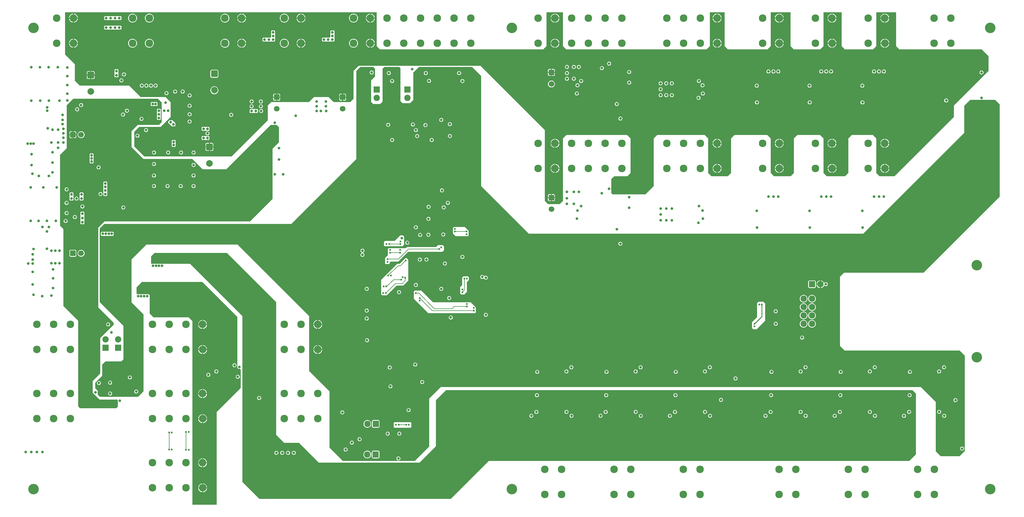
<source format=gbl>
G04*
G04 #@! TF.GenerationSoftware,Altium Limited,Altium Designer,23.11.1 (41)*
G04*
G04 Layer_Physical_Order=4*
G04 Layer_Color=13391121*
%FSLAX45Y45*%
%MOMM*%
G71*
G04*
G04 #@! TF.SameCoordinates,668DCF2D-5C62-4E2E-8AFA-826030B064F4*
G04*
G04*
G04 #@! TF.FilePolarity,Positive*
G04*
G01*
G75*
%ADD14C,0.20320*%
%ADD90C,2.00000*%
%ADD91C,0.25400*%
%ADD93C,0.19625*%
%ADD97C,3.20000*%
%ADD98C,2.30000*%
%ADD99C,1.70000*%
G04:AMPARAMS|DCode=100|XSize=1.7mm|YSize=1.7mm|CornerRadius=0.2125mm|HoleSize=0mm|Usage=FLASHONLY|Rotation=270.000|XOffset=0mm|YOffset=0mm|HoleType=Round|Shape=RoundedRectangle|*
%AMROUNDEDRECTD100*
21,1,1.70000,1.27500,0,0,270.0*
21,1,1.27500,1.70000,0,0,270.0*
1,1,0.42500,-0.63750,-0.63750*
1,1,0.42500,-0.63750,0.63750*
1,1,0.42500,0.63750,0.63750*
1,1,0.42500,0.63750,-0.63750*
%
%ADD100ROUNDEDRECTD100*%
%ADD101C,1.92400*%
G04:AMPARAMS|DCode=102|XSize=1.924mm|YSize=1.924mm|CornerRadius=0.2405mm|HoleSize=0mm|Usage=FLASHONLY|Rotation=180.000|XOffset=0mm|YOffset=0mm|HoleType=Round|Shape=RoundedRectangle|*
%AMROUNDEDRECTD102*
21,1,1.92400,1.44300,0,0,180.0*
21,1,1.44300,1.92400,0,0,180.0*
1,1,0.48100,-0.72150,0.72150*
1,1,0.48100,0.72150,0.72150*
1,1,0.48100,0.72150,-0.72150*
1,1,0.48100,-0.72150,-0.72150*
%
%ADD102ROUNDEDRECTD102*%
G04:AMPARAMS|DCode=103|XSize=2mm|YSize=2mm|CornerRadius=0.25mm|HoleSize=0mm|Usage=FLASHONLY|Rotation=270.000|XOffset=0mm|YOffset=0mm|HoleType=Round|Shape=RoundedRectangle|*
%AMROUNDEDRECTD103*
21,1,2.00000,1.50000,0,0,270.0*
21,1,1.50000,2.00000,0,0,270.0*
1,1,0.50000,-0.75000,-0.75000*
1,1,0.50000,-0.75000,0.75000*
1,1,0.50000,0.75000,0.75000*
1,1,0.50000,0.75000,-0.75000*
%
%ADD103ROUNDEDRECTD103*%
G04:AMPARAMS|DCode=104|XSize=1.924mm|YSize=1.924mm|CornerRadius=0.2405mm|HoleSize=0mm|Usage=FLASHONLY|Rotation=270.000|XOffset=0mm|YOffset=0mm|HoleType=Round|Shape=RoundedRectangle|*
%AMROUNDEDRECTD104*
21,1,1.92400,1.44300,0,0,270.0*
21,1,1.44300,1.92400,0,0,270.0*
1,1,0.48100,-0.72150,-0.72150*
1,1,0.48100,-0.72150,0.72150*
1,1,0.48100,0.72150,0.72150*
1,1,0.48100,0.72150,-0.72150*
%
%ADD104ROUNDEDRECTD104*%
G04:AMPARAMS|DCode=105|XSize=1.7mm|YSize=1.7mm|CornerRadius=0.2125mm|HoleSize=0mm|Usage=FLASHONLY|Rotation=0.000|XOffset=0mm|YOffset=0mm|HoleType=Round|Shape=RoundedRectangle|*
%AMROUNDEDRECTD105*
21,1,1.70000,1.27500,0,0,0.0*
21,1,1.27500,1.70000,0,0,0.0*
1,1,0.42500,0.63750,-0.63750*
1,1,0.42500,-0.63750,-0.63750*
1,1,0.42500,-0.63750,0.63750*
1,1,0.42500,0.63750,0.63750*
%
%ADD105ROUNDEDRECTD105*%
%ADD106C,0.80000*%
%ADD107C,0.60000*%
G36*
X30650000Y17981883D02*
Y17950000D01*
X30750000Y17850000D01*
X33250000D01*
X33450000Y17650000D01*
Y17200000D01*
X32400000Y16150000D01*
Y15800000D01*
X30600000Y14000000D01*
X30150000Y14000002D01*
X30050000Y14099998D01*
Y15150000D01*
X29950003Y15249997D01*
X29299997Y15249998D01*
X29200000Y15150000D01*
Y14100000D01*
X29100000Y14000002D01*
X28550000Y14000000D01*
X28450000Y14100000D01*
Y15150000D01*
X28350000Y15250000D01*
X27650000D01*
X27550000Y15150000D01*
Y14100000D01*
X27450000Y14000000D01*
X26950000D01*
X26850000Y14100000D01*
Y15150000D01*
X26750000Y15250000D01*
X25750000D01*
X25650000Y15150000D01*
Y14100000D01*
X25549998Y14000000D01*
X25050026D01*
X24950000Y14100024D01*
X24950000Y15150000D01*
X24850000Y15250000D01*
X23399998Y15250000D01*
X23300000Y15150000D01*
Y13699998D01*
X23050000Y13450000D01*
X22050002Y13450000D01*
X22009999Y13489999D01*
X22010001Y13618311D01*
X22010095Y13620000D01*
X22010001Y13621690D01*
X22010001Y13910001D01*
X22099998Y14000000D01*
X22500000D01*
X22600000Y14100000D01*
Y15150000D01*
X22499998Y15250000D01*
X20650002Y15250002D01*
X20550000Y15150000D01*
X20550000Y13250000D01*
X20449998Y13150000D01*
X20100000D01*
X20000000Y13250000D01*
Y15400000D01*
X18050000Y17350000D01*
X14350000D01*
X14200000Y17200000D01*
Y16350000D01*
X14100000Y16250000D01*
X13600000D01*
X13450000Y16400000D01*
X13000000D01*
X12850000Y16250000D01*
X11700000D01*
X11600000Y16150000D01*
Y15700000D01*
X10500000Y14600000D01*
X7850000D01*
X7550000Y14900000D01*
Y15350000D01*
X7700000Y15500000D01*
X8350000D01*
X8650000Y15800000D01*
Y16250000D01*
X8500000Y16400000D01*
X7750000D01*
X7400000Y16750000D01*
X5900000D01*
X5750000Y16900000D01*
Y17400000D01*
X5450000Y17700000D01*
Y18974512D01*
X14900000D01*
Y17950000D01*
X15000000Y17850000D01*
X19955000D01*
X20050000Y17955556D01*
Y18148312D01*
X20050000Y18974512D01*
X20550000D01*
X20550000Y17981883D01*
Y17950000D01*
X20650000Y17850000D01*
X24900000D01*
X25000000Y17950000D01*
Y18974512D01*
X25450000D01*
Y17950000D01*
X25550000Y17850000D01*
X26750000D01*
X26850000Y17950000D01*
Y18974512D01*
X27450000D01*
Y17950000D01*
X27550000Y17850000D01*
X28350000D01*
X28450000Y17950000D01*
Y17981883D01*
X28450000Y18974512D01*
X29000000D01*
Y17950000D01*
X29100000Y17850000D01*
X29950000D01*
X30050000Y17950000D01*
Y18974512D01*
X30650000D01*
X30650000Y17981883D01*
D02*
G37*
G36*
X18070000Y17050000D02*
Y13700000D01*
X19520000Y12250000D01*
X29650000D01*
X32720001Y15320000D01*
Y16139999D01*
X32900000Y16320000D01*
X33650000D01*
X33789999Y16180000D01*
Y13380000D01*
X31479999Y11070000D01*
X29070001D01*
X28950000Y10950000D01*
Y8850000D01*
X29089999Y8710000D01*
X32570001D01*
X32729999Y8550000D01*
Y5660000D01*
X32570001Y5500000D01*
X32000000D01*
X31850000Y5650000D01*
Y7150000D01*
X31400000Y7600000D01*
X16839999D01*
X16489999Y7250000D01*
Y5790000D01*
X16050000Y5350000D01*
X13880000D01*
X13470000Y5760000D01*
Y7470000D01*
X12850000Y8090000D01*
Y9760000D01*
X10690000Y11920000D01*
X7920000D01*
X7470000Y11470000D01*
Y10170000D01*
X7830000Y9810000D01*
Y7469999D01*
X7659999Y7300000D01*
X6510000Y7300000D01*
X6440000Y7370000D01*
X6440000Y7489999D01*
X6370000Y7560000D01*
Y7730000D01*
X6580000Y7940000D01*
Y8280000D01*
X6680000Y8380000D01*
X7160000D01*
X7220000Y8440000D01*
X7220000Y9459999D01*
X6500000Y10180001D01*
Y12410000D01*
X6640000Y12550000D01*
X12310000D01*
X14280000Y14520000D01*
Y17200000D01*
X14400000Y17320000D01*
X14800000D01*
X14850000Y17270000D01*
Y17030000D01*
X14730000Y16910001D01*
Y16260001D01*
X14800000Y16189999D01*
X15000000D01*
X15080000Y16270000D01*
Y17270000D01*
X15130000Y17320000D01*
X15580000D01*
X15620000Y17280000D01*
Y16280000D01*
X15680000Y16220000D01*
X15910001D01*
X16010001Y16320000D01*
Y17150000D01*
X16180000Y17320000D01*
X17800000D01*
X18070000Y17050000D01*
D02*
G37*
G36*
X8380000Y16239999D02*
Y15639999D01*
X8300000Y15560001D01*
X7660000D01*
X7470000Y15370000D01*
Y14880000D01*
X7830000Y14520000D01*
X9310000Y14520000D01*
X9620000Y14210001D01*
X10340000D01*
X11690000Y15560001D01*
X11870000D01*
X11940000Y15489999D01*
Y15030000D01*
X11740000Y14830000D01*
Y13310001D01*
X11060000Y12630000D01*
X6650000D01*
X6460000Y12440000D01*
Y10020000D01*
X6930000Y9550000D01*
Y9490000D01*
X6520000Y9080000D01*
Y8010000D01*
X6290000Y7780000D01*
Y7430000D01*
X6500000Y7220000D01*
X7030000D01*
X7050000Y7200000D01*
Y7183370D01*
Y7176631D01*
Y7000000D01*
X7000000Y6950000D01*
X5910000D01*
X5850000Y7010000D01*
Y9610000D01*
X5400000Y10060000D01*
X5400000Y11350000D01*
Y12400000D01*
X5300000Y12500000D01*
Y14650000D01*
X5500000Y14850000D01*
Y16150000D01*
X5700000Y16350000D01*
X8270000D01*
X8380000Y16239999D01*
D02*
G37*
G36*
X11850000Y10180000D02*
Y6150000D01*
X12100000Y5900000D01*
X12550000D01*
X13150000Y5300000D01*
X16200000D01*
X16700000Y5800000D01*
Y7200000D01*
X17000000Y7500000D01*
X31150000Y7500000D01*
X31250000Y7400000D01*
X31250000Y5550000D01*
X31050000Y5350000D01*
X18300000D01*
X17150000Y4200000D01*
X11350000D01*
X10830000Y4720000D01*
Y9760000D01*
X9250000Y11340000D01*
X8080000D01*
X8060000Y11360000D01*
X8059999Y11569999D01*
X8160000Y11670000D01*
X10360000D01*
X11850000Y10180000D01*
D02*
G37*
G36*
X10500000Y9910000D02*
X10680000Y9730000D01*
Y8211678D01*
X10679906Y8210000D01*
X10680000Y8208322D01*
Y8180000D01*
X10710000Y8150000D01*
X10738322D01*
X10740000Y8149906D01*
X10741678Y8150000D01*
X10760000D01*
X10780000Y8130000D01*
X10780000Y7570000D01*
X10630000Y7420000D01*
X10050000Y6840000D01*
Y4025488D01*
X9310000D01*
Y9599998D01*
X9199998Y9709999D01*
X8140000Y9710000D01*
X8020000Y9830000D01*
Y10390000D01*
X7990000Y10420000D01*
X7941682D01*
X7940000Y10420094D01*
X7938318Y10420000D01*
X7851682D01*
X7850000Y10420094D01*
X7848318Y10420000D01*
X7761682D01*
X7760000Y10420094D01*
X7758318Y10420000D01*
X7671682D01*
X7670000Y10420094D01*
X7668318Y10420000D01*
X7640000D01*
X7620000Y10440000D01*
Y10630000D01*
X7780000Y10790000D01*
X9620000D01*
X10500000Y9910000D01*
D02*
G37*
%LPC*%
G36*
X7100000Y18860094D02*
X7098322Y18860001D01*
X6968344D01*
X6966667Y18860094D01*
X6964989Y18860001D01*
X6835011D01*
X6833333Y18860094D01*
X6831656Y18860001D01*
X6701678D01*
X6700000Y18860094D01*
X6698322Y18860001D01*
X6660000D01*
X6640000Y18839999D01*
Y18801678D01*
X6639906Y18800000D01*
X6640000Y18798322D01*
Y18760001D01*
X6660000Y18739999D01*
X6698318D01*
X6700000Y18739906D01*
X6701682Y18739999D01*
X6831651D01*
X6833333Y18739906D01*
X6835016Y18739999D01*
X6964984D01*
X6966667Y18739906D01*
X6968349Y18739999D01*
X7098318D01*
X7100000Y18739906D01*
X7101682Y18739999D01*
X7140000D01*
X7160000Y18760001D01*
Y18798322D01*
X7160094Y18800000D01*
X7160000Y18801678D01*
Y18839999D01*
X7140000Y18860001D01*
X7101677D01*
X7100000Y18860094D01*
D02*
G37*
G36*
X25237927Y18934499D02*
Y18815331D01*
X25357092D01*
X25356638Y18819559D01*
X25354926Y18829048D01*
X25352541Y18838391D01*
X25349496Y18847540D01*
X25345805Y18856450D01*
X25341489Y18865073D01*
X25336569Y18873366D01*
X25331068Y18881287D01*
X25325018Y18888795D01*
X25318446Y18895853D01*
X25311391Y18902425D01*
X25303880Y18908475D01*
X25295959Y18913976D01*
X25287666Y18918895D01*
X25279044Y18923212D01*
X25270135Y18926901D01*
X25260985Y18929947D01*
X25251642Y18932332D01*
X25242152Y18934044D01*
X25237927Y18934499D01*
D02*
G37*
G36*
X28721927D02*
Y18815331D01*
X28841092D01*
X28840637Y18819559D01*
X28838925Y18829048D01*
X28836542Y18838391D01*
X28833496Y18847540D01*
X28829807Y18856450D01*
X28825488Y18865073D01*
X28820569Y18873366D01*
X28815070Y18881287D01*
X28809018Y18888795D01*
X28802448Y18895853D01*
X28795389Y18902425D01*
X28787881Y18908475D01*
X28779959Y18913976D01*
X28771667Y18918895D01*
X28763043Y18923212D01*
X28754135Y18926901D01*
X28744986Y18929947D01*
X28735641Y18932332D01*
X28726151Y18934044D01*
X28721927Y18934499D01*
D02*
G37*
G36*
X12621928D02*
Y18815331D01*
X12741093D01*
X12740638Y18819559D01*
X12738926Y18829048D01*
X12736541Y18838391D01*
X12733496Y18847540D01*
X12729806Y18856450D01*
X12725489Y18865073D01*
X12720569Y18873366D01*
X12715069Y18881287D01*
X12709018Y18888795D01*
X12702447Y18895853D01*
X12695390Y18902425D01*
X12687881Y18908475D01*
X12679960Y18913976D01*
X12671667Y18918895D01*
X12663044Y18923212D01*
X12654135Y18926901D01*
X12644985Y18929947D01*
X12635642Y18932332D01*
X12626152Y18934044D01*
X12621928Y18934499D01*
D02*
G37*
G36*
X27121927D02*
Y18815331D01*
X27241092D01*
X27240637Y18819559D01*
X27238925Y18829048D01*
X27236542Y18838391D01*
X27233496Y18847540D01*
X27229807Y18856450D01*
X27225488Y18865073D01*
X27220569Y18873366D01*
X27215070Y18881287D01*
X27209018Y18888795D01*
X27202448Y18895853D01*
X27195389Y18902425D01*
X27187881Y18908475D01*
X27179959Y18913976D01*
X27171667Y18918895D01*
X27163043Y18923212D01*
X27154135Y18926901D01*
X27144986Y18929947D01*
X27135641Y18932332D01*
X27126151Y18934044D01*
X27121927Y18934499D01*
D02*
G37*
G36*
X10821927D02*
Y18815331D01*
X10941093D01*
X10940638Y18819559D01*
X10938926Y18829048D01*
X10936541Y18838391D01*
X10933496Y18847540D01*
X10929806Y18856450D01*
X10925489Y18865073D01*
X10920569Y18873366D01*
X10915069Y18881287D01*
X10909018Y18888795D01*
X10902447Y18895853D01*
X10895390Y18902425D01*
X10887881Y18908475D01*
X10879960Y18913976D01*
X10871667Y18918895D01*
X10863044Y18923212D01*
X10854135Y18926901D01*
X10844985Y18929947D01*
X10835642Y18932332D01*
X10826152Y18934044D01*
X10821927Y18934499D01*
D02*
G37*
G36*
X5721927D02*
Y18815331D01*
X5841093D01*
X5840638Y18819559D01*
X5838926Y18829048D01*
X5836541Y18838391D01*
X5833496Y18847540D01*
X5829806Y18856450D01*
X5825489Y18865073D01*
X5820569Y18873366D01*
X5815069Y18881287D01*
X5809018Y18888795D01*
X5802447Y18895853D01*
X5795390Y18902425D01*
X5787881Y18908475D01*
X5779960Y18913976D01*
X5771667Y18918895D01*
X5763044Y18923212D01*
X5754135Y18926901D01*
X5744985Y18929947D01*
X5735642Y18932332D01*
X5726152Y18934044D01*
X5721927Y18934499D01*
D02*
G37*
G36*
X30321927Y18934499D02*
Y18815331D01*
X30441092D01*
X30440637Y18819559D01*
X30438925Y18829048D01*
X30436542Y18838391D01*
X30433496Y18847540D01*
X30429807Y18856450D01*
X30425488Y18865073D01*
X30420569Y18873366D01*
X30415070Y18881287D01*
X30409018Y18888795D01*
X30402448Y18895853D01*
X30395389Y18902425D01*
X30387881Y18908475D01*
X30379959Y18913976D01*
X30371667Y18918895D01*
X30363043Y18923212D01*
X30354135Y18926901D01*
X30344986Y18929947D01*
X30335641Y18932332D01*
X30326151Y18934044D01*
X30321927Y18934499D01*
D02*
G37*
G36*
X30291925Y18934499D02*
X30287701Y18934044D01*
X30278214Y18932332D01*
X30268869Y18929947D01*
X30259720Y18926901D01*
X30250809Y18923212D01*
X30242188Y18918895D01*
X30233893Y18913976D01*
X30225974Y18908475D01*
X30218463Y18902425D01*
X30211407Y18895853D01*
X30204837Y18888795D01*
X30198785Y18881287D01*
X30193286Y18873366D01*
X30188364Y18865073D01*
X30184048Y18856450D01*
X30180359Y18847540D01*
X30177313Y18838391D01*
X30174927Y18829048D01*
X30173215Y18819559D01*
X30172760Y18815331D01*
X30291925D01*
Y18934499D01*
D02*
G37*
G36*
X27091928D02*
X27087701Y18934044D01*
X27078214Y18932332D01*
X27068869Y18929947D01*
X27059720Y18926901D01*
X27050809Y18923212D01*
X27042188Y18918895D01*
X27033893Y18913976D01*
X27025974Y18908475D01*
X27018463Y18902425D01*
X27011407Y18895853D01*
X27004837Y18888795D01*
X26998785Y18881287D01*
X26993286Y18873366D01*
X26988364Y18865073D01*
X26984048Y18856450D01*
X26980359Y18847540D01*
X26977313Y18838391D01*
X26974927Y18829048D01*
X26973215Y18819559D01*
X26972760Y18815331D01*
X27091928D01*
Y18934499D01*
D02*
G37*
G36*
X10791927D02*
X10787702Y18934044D01*
X10778212Y18932332D01*
X10768869Y18929947D01*
X10759719Y18926901D01*
X10750810Y18923212D01*
X10742187Y18918895D01*
X10733894Y18913976D01*
X10725973Y18908475D01*
X10718464Y18902425D01*
X10711407Y18895853D01*
X10704836Y18888795D01*
X10698785Y18881287D01*
X10693285Y18873366D01*
X10688365Y18865073D01*
X10684048Y18856450D01*
X10680358Y18847540D01*
X10677313Y18838391D01*
X10674928Y18829048D01*
X10673216Y18819559D01*
X10672761Y18815331D01*
X10791927D01*
Y18934499D01*
D02*
G37*
G36*
X5691927D02*
X5687702Y18934044D01*
X5678212Y18932332D01*
X5668869Y18929947D01*
X5659719Y18926901D01*
X5650810Y18923212D01*
X5642187Y18918895D01*
X5633894Y18913976D01*
X5625973Y18908475D01*
X5618465Y18902425D01*
X5611407Y18895853D01*
X5604836Y18888795D01*
X5598785Y18881287D01*
X5593285Y18873366D01*
X5588365Y18865073D01*
X5584049Y18856450D01*
X5580358Y18847540D01*
X5577313Y18838391D01*
X5574928Y18829048D01*
X5573216Y18819559D01*
X5572762Y18815331D01*
X5691927D01*
Y18934499D01*
D02*
G37*
G36*
X12591928D02*
X12587702Y18934044D01*
X12578212Y18932332D01*
X12568869Y18929947D01*
X12559719Y18926901D01*
X12550810Y18923212D01*
X12542187Y18918895D01*
X12533894Y18913976D01*
X12525973Y18908475D01*
X12518464Y18902425D01*
X12511407Y18895853D01*
X12504836Y18888795D01*
X12498785Y18881287D01*
X12493285Y18873366D01*
X12488365Y18865073D01*
X12484048Y18856450D01*
X12480358Y18847540D01*
X12477313Y18838391D01*
X12474928Y18829048D01*
X12473216Y18819559D01*
X12472761Y18815331D01*
X12591928D01*
Y18934499D01*
D02*
G37*
G36*
X25207928Y18934499D02*
X25203702Y18934044D01*
X25194212Y18932332D01*
X25184869Y18929947D01*
X25175719Y18926901D01*
X25166811Y18923212D01*
X25158186Y18918895D01*
X25149895Y18913976D01*
X25141972Y18908475D01*
X25134464Y18902425D01*
X25127406Y18895853D01*
X25120836Y18888795D01*
X25114784Y18881287D01*
X25109285Y18873366D01*
X25104366Y18865073D01*
X25100047Y18856450D01*
X25096358Y18847540D01*
X25093314Y18838391D01*
X25090929Y18829048D01*
X25089217Y18819559D01*
X25088760Y18815331D01*
X25207928D01*
Y18934499D01*
D02*
G37*
G36*
X28691928D02*
X28687701Y18934044D01*
X28678214Y18932332D01*
X28668869Y18929947D01*
X28659720Y18926901D01*
X28650809Y18923212D01*
X28642188Y18918895D01*
X28633893Y18913976D01*
X28625974Y18908475D01*
X28618463Y18902425D01*
X28611407Y18895853D01*
X28604837Y18888795D01*
X28598785Y18881287D01*
X28593286Y18873366D01*
X28588364Y18865073D01*
X28584048Y18856450D01*
X28580359Y18847540D01*
X28577313Y18838391D01*
X28574927Y18829048D01*
X28573215Y18819559D01*
X28572760Y18815331D01*
X28691928D01*
Y18934499D01*
D02*
G37*
G36*
X14723000Y18934164D02*
Y18814998D01*
X14842166D01*
X14841711Y18819225D01*
X14839999Y18828716D01*
X14837614Y18838058D01*
X14834569Y18847208D01*
X14830879Y18856117D01*
X14826562Y18864740D01*
X14821642Y18873033D01*
X14816142Y18880954D01*
X14810091Y18888463D01*
X14803520Y18895520D01*
X14796463Y18902090D01*
X14788954Y18908142D01*
X14781033Y18913641D01*
X14772740Y18918562D01*
X14764117Y18922879D01*
X14755208Y18926569D01*
X14746059Y18929614D01*
X14736716Y18931999D01*
X14727225Y18933711D01*
X14723000Y18934164D01*
D02*
G37*
G36*
X20322998Y18934166D02*
Y18814998D01*
X20442166D01*
X20441711Y18819225D01*
X20439999Y18828716D01*
X20437614Y18838058D01*
X20434569Y18847208D01*
X20430879Y18856117D01*
X20426562Y18864740D01*
X20421642Y18873033D01*
X20416142Y18880954D01*
X20410091Y18888463D01*
X20403520Y18895520D01*
X20396463Y18902090D01*
X20388954Y18908142D01*
X20381033Y18913641D01*
X20372740Y18918562D01*
X20364117Y18922879D01*
X20355208Y18926569D01*
X20346059Y18929614D01*
X20336716Y18931999D01*
X20327225Y18933711D01*
X20322998Y18934166D01*
D02*
G37*
G36*
X20292998Y18934164D02*
X20288776Y18933711D01*
X20279285Y18931999D01*
X20269942Y18929614D01*
X20260793Y18926569D01*
X20251883Y18922879D01*
X20243260Y18918562D01*
X20234967Y18913641D01*
X20227046Y18908142D01*
X20219537Y18902090D01*
X20212480Y18895520D01*
X20205910Y18888463D01*
X20199858Y18880954D01*
X20194357Y18873033D01*
X20189438Y18864740D01*
X20185121Y18856117D01*
X20181432Y18847208D01*
X20178386Y18838058D01*
X20176001Y18828716D01*
X20174289Y18819225D01*
X20173834Y18814998D01*
X20292998D01*
Y18934164D01*
D02*
G37*
G36*
X14692999Y18934164D02*
X14688776Y18933711D01*
X14679285Y18931999D01*
X14669942Y18929614D01*
X14660793Y18926569D01*
X14651883Y18922879D01*
X14643260Y18918562D01*
X14634967Y18913641D01*
X14627046Y18908142D01*
X14619537Y18902090D01*
X14612480Y18895520D01*
X14605910Y18888463D01*
X14599858Y18880954D01*
X14594357Y18873033D01*
X14589438Y18864740D01*
X14585121Y18856117D01*
X14581432Y18847208D01*
X14578386Y18838058D01*
X14576001Y18828716D01*
X14574289Y18819225D01*
X14573834Y18814998D01*
X14692999D01*
Y18934164D01*
D02*
G37*
G36*
X28841092Y18785332D02*
X28721927D01*
Y18666168D01*
X28726151Y18666621D01*
X28735641Y18668333D01*
X28744986Y18670718D01*
X28754135Y18673764D01*
X28763043Y18677455D01*
X28771667Y18681770D01*
X28779959Y18686691D01*
X28787881Y18692191D01*
X28795389Y18698242D01*
X28802448Y18704813D01*
X28809018Y18711871D01*
X28815070Y18719379D01*
X28820569Y18727299D01*
X28825488Y18735593D01*
X28829807Y18744217D01*
X28833496Y18753127D01*
X28836542Y18762276D01*
X28838925Y18771619D01*
X28840637Y18781108D01*
X28841092Y18785332D01*
D02*
G37*
G36*
X25357092D02*
X25237927D01*
Y18666168D01*
X25242152Y18666621D01*
X25251642Y18668333D01*
X25260985Y18670718D01*
X25270135Y18673764D01*
X25279044Y18677455D01*
X25287666Y18681770D01*
X25295959Y18686691D01*
X25303880Y18692191D01*
X25311391Y18698242D01*
X25318446Y18704813D01*
X25325018Y18711871D01*
X25331068Y18719379D01*
X25336569Y18727299D01*
X25341489Y18735593D01*
X25345805Y18744217D01*
X25349496Y18753127D01*
X25352541Y18762276D01*
X25354926Y18771619D01*
X25356638Y18781108D01*
X25357092Y18785332D01*
D02*
G37*
G36*
X30291925D02*
X30172763D01*
X30173215Y18781108D01*
X30174927Y18771619D01*
X30177313Y18762276D01*
X30180359Y18753127D01*
X30184048Y18744217D01*
X30188364Y18735593D01*
X30193286Y18727299D01*
X30198785Y18719379D01*
X30204837Y18711871D01*
X30211407Y18704813D01*
X30218463Y18698242D01*
X30225974Y18692191D01*
X30233893Y18686691D01*
X30242188Y18681770D01*
X30250809Y18677455D01*
X30259720Y18673764D01*
X30268869Y18670718D01*
X30278214Y18668333D01*
X30287701Y18666621D01*
X30291925Y18666168D01*
Y18785332D01*
D02*
G37*
G36*
X12741092D02*
X12621928D01*
Y18666168D01*
X12626152Y18666621D01*
X12635642Y18668333D01*
X12644985Y18670718D01*
X12654135Y18673764D01*
X12663044Y18677455D01*
X12671667Y18681770D01*
X12679960Y18686691D01*
X12687881Y18692191D01*
X12695390Y18698242D01*
X12702447Y18704813D01*
X12709018Y18711871D01*
X12715069Y18719379D01*
X12720569Y18727299D01*
X12725489Y18735593D01*
X12729806Y18744217D01*
X12733496Y18753127D01*
X12736541Y18762276D01*
X12738926Y18771619D01*
X12740638Y18781108D01*
X12741092Y18785332D01*
D02*
G37*
G36*
X27091928D02*
X26972763D01*
X26973215Y18781108D01*
X26974927Y18771619D01*
X26977313Y18762276D01*
X26980359Y18753127D01*
X26984048Y18744217D01*
X26988364Y18735593D01*
X26993286Y18727299D01*
X26998785Y18719379D01*
X27004837Y18711871D01*
X27011407Y18704813D01*
X27018463Y18698242D01*
X27025974Y18692191D01*
X27033893Y18686691D01*
X27042188Y18681770D01*
X27050809Y18677455D01*
X27059720Y18673764D01*
X27068869Y18670718D01*
X27078214Y18668333D01*
X27087701Y18666621D01*
X27091928Y18666168D01*
Y18785332D01*
D02*
G37*
G36*
X10791927D02*
X10672762D01*
X10673216Y18781108D01*
X10674928Y18771619D01*
X10677313Y18762276D01*
X10680358Y18753127D01*
X10684048Y18744217D01*
X10688365Y18735593D01*
X10693285Y18727299D01*
X10698785Y18719379D01*
X10704836Y18711871D01*
X10711407Y18704813D01*
X10718464Y18698242D01*
X10725973Y18692191D01*
X10733894Y18686691D01*
X10742187Y18681770D01*
X10750810Y18677455D01*
X10759719Y18673764D01*
X10768869Y18670718D01*
X10778212Y18668333D01*
X10787702Y18666621D01*
X10791927Y18666168D01*
Y18785332D01*
D02*
G37*
G36*
X5691927D02*
X5572762D01*
X5573216Y18781108D01*
X5574928Y18771619D01*
X5577313Y18762276D01*
X5580358Y18753127D01*
X5584049Y18744217D01*
X5588365Y18735593D01*
X5593285Y18727299D01*
X5598785Y18719379D01*
X5604836Y18711871D01*
X5611407Y18704813D01*
X5618465Y18698242D01*
X5625973Y18692191D01*
X5633894Y18686691D01*
X5642187Y18681770D01*
X5650810Y18677455D01*
X5659719Y18673764D01*
X5668869Y18670718D01*
X5678212Y18668333D01*
X5687702Y18666621D01*
X5691927Y18666168D01*
Y18785332D01*
D02*
G37*
G36*
X27241092D02*
X27121927D01*
Y18666168D01*
X27126151Y18666621D01*
X27135641Y18668333D01*
X27144986Y18670718D01*
X27154135Y18673764D01*
X27163043Y18677455D01*
X27171667Y18681770D01*
X27179959Y18686691D01*
X27187881Y18692191D01*
X27195389Y18698242D01*
X27202448Y18704813D01*
X27209018Y18711871D01*
X27215070Y18719379D01*
X27220569Y18727299D01*
X27225488Y18735593D01*
X27229807Y18744217D01*
X27233496Y18753127D01*
X27236542Y18762276D01*
X27238925Y18771619D01*
X27240637Y18781108D01*
X27241092Y18785332D01*
D02*
G37*
G36*
X10941092D02*
X10821927D01*
Y18666168D01*
X10826152Y18666621D01*
X10835642Y18668333D01*
X10844985Y18670718D01*
X10854135Y18673764D01*
X10863044Y18677455D01*
X10871667Y18681770D01*
X10879960Y18686691D01*
X10887881Y18692191D01*
X10895390Y18698242D01*
X10902447Y18704813D01*
X10909018Y18711871D01*
X10915069Y18719379D01*
X10920569Y18727299D01*
X10925489Y18735593D01*
X10929806Y18744217D01*
X10933496Y18753127D01*
X10936541Y18762276D01*
X10938926Y18771619D01*
X10940638Y18781108D01*
X10941092Y18785332D01*
D02*
G37*
G36*
X5841092D02*
X5721927D01*
Y18666168D01*
X5726152Y18666621D01*
X5735642Y18668333D01*
X5744985Y18670718D01*
X5754135Y18673764D01*
X5763044Y18677455D01*
X5771667Y18681770D01*
X5779960Y18686691D01*
X5787881Y18692191D01*
X5795390Y18698242D01*
X5802447Y18704813D01*
X5809018Y18711871D01*
X5815069Y18719379D01*
X5820569Y18727299D01*
X5825489Y18735593D01*
X5829806Y18744217D01*
X5833496Y18753127D01*
X5836541Y18762276D01*
X5838926Y18771619D01*
X5840638Y18781108D01*
X5841092Y18785332D01*
D02*
G37*
G36*
X12591928D02*
X12472762D01*
X12473216Y18781108D01*
X12474928Y18771619D01*
X12477313Y18762276D01*
X12480358Y18753127D01*
X12484048Y18744217D01*
X12488365Y18735593D01*
X12493285Y18727299D01*
X12498785Y18719379D01*
X12504836Y18711871D01*
X12511407Y18704813D01*
X12518464Y18698242D01*
X12525973Y18692191D01*
X12533894Y18686691D01*
X12542187Y18681770D01*
X12550810Y18677455D01*
X12559719Y18673764D01*
X12568869Y18670718D01*
X12578212Y18668333D01*
X12587702Y18666621D01*
X12591928Y18666168D01*
Y18785332D01*
D02*
G37*
G36*
X30441092D02*
X30321927D01*
Y18666168D01*
X30326151Y18666621D01*
X30335641Y18668333D01*
X30344986Y18670718D01*
X30354135Y18673764D01*
X30363043Y18677455D01*
X30371667Y18681770D01*
X30379959Y18686691D01*
X30387881Y18692191D01*
X30395389Y18698242D01*
X30402448Y18704813D01*
X30409018Y18711871D01*
X30415070Y18719379D01*
X30420569Y18727299D01*
X30425488Y18735593D01*
X30429807Y18744217D01*
X30433496Y18753127D01*
X30436542Y18762276D01*
X30438925Y18771619D01*
X30440637Y18781108D01*
X30441092Y18785332D01*
D02*
G37*
G36*
X28691928D02*
X28572763D01*
X28573215Y18781108D01*
X28574927Y18771619D01*
X28577313Y18762276D01*
X28580359Y18753127D01*
X28584048Y18744217D01*
X28588364Y18735593D01*
X28593286Y18727299D01*
X28598785Y18719379D01*
X28604837Y18711871D01*
X28611407Y18704813D01*
X28618463Y18698242D01*
X28625974Y18692191D01*
X28633893Y18686691D01*
X28642188Y18681770D01*
X28650809Y18677455D01*
X28659720Y18673764D01*
X28668869Y18670718D01*
X28678214Y18668333D01*
X28687701Y18666621D01*
X28691928Y18666168D01*
Y18785332D01*
D02*
G37*
G36*
X25207928D02*
X25088762D01*
X25089217Y18781108D01*
X25090929Y18771619D01*
X25093314Y18762276D01*
X25096358Y18753127D01*
X25100047Y18744217D01*
X25104366Y18735593D01*
X25109285Y18727299D01*
X25114784Y18719379D01*
X25120836Y18711871D01*
X25127406Y18704813D01*
X25134464Y18698242D01*
X25141972Y18692191D01*
X25149895Y18686691D01*
X25158186Y18681770D01*
X25166811Y18677455D01*
X25175719Y18673764D01*
X25184869Y18670718D01*
X25194212Y18668333D01*
X25203702Y18666621D01*
X25207928Y18666168D01*
Y18785332D01*
D02*
G37*
G36*
X20292998Y18784998D02*
X20173836D01*
X20174289Y18780775D01*
X20176001Y18771284D01*
X20178386Y18761942D01*
X20181432Y18752792D01*
X20185121Y18743883D01*
X20189438Y18735260D01*
X20194357Y18726967D01*
X20199858Y18719046D01*
X20205910Y18711537D01*
X20212480Y18704480D01*
X20219537Y18697910D01*
X20227046Y18691858D01*
X20234967Y18686359D01*
X20243260Y18681438D01*
X20251883Y18677121D01*
X20260793Y18673431D01*
X20269942Y18670386D01*
X20279285Y18668001D01*
X20288776Y18666289D01*
X20292998Y18665836D01*
Y18784998D01*
D02*
G37*
G36*
X14842165D02*
X14723000D01*
Y18665836D01*
X14727225Y18666289D01*
X14736716Y18668001D01*
X14746059Y18670386D01*
X14755208Y18673431D01*
X14764117Y18677121D01*
X14772740Y18681438D01*
X14781033Y18686359D01*
X14788954Y18691858D01*
X14796463Y18697910D01*
X14803520Y18704480D01*
X14810091Y18711537D01*
X14816142Y18719046D01*
X14821642Y18726967D01*
X14826562Y18735260D01*
X14830879Y18743883D01*
X14834569Y18752792D01*
X14837614Y18761942D01*
X14839999Y18771284D01*
X14841711Y18780775D01*
X14842165Y18784998D01*
D02*
G37*
G36*
X14692999D02*
X14573836D01*
X14574289Y18780775D01*
X14576001Y18771284D01*
X14578386Y18761942D01*
X14581432Y18752792D01*
X14585121Y18743883D01*
X14589438Y18735260D01*
X14594357Y18726967D01*
X14599858Y18719046D01*
X14605910Y18711537D01*
X14612480Y18704480D01*
X14619537Y18697910D01*
X14627046Y18691858D01*
X14634967Y18686359D01*
X14643260Y18681438D01*
X14651883Y18677121D01*
X14660793Y18673431D01*
X14669942Y18670386D01*
X14679285Y18668001D01*
X14688776Y18666289D01*
X14692999Y18665836D01*
Y18784998D01*
D02*
G37*
G36*
X20442165D02*
X20322998D01*
Y18665834D01*
X20327225Y18666289D01*
X20336716Y18668001D01*
X20346059Y18670386D01*
X20355208Y18673431D01*
X20364117Y18677121D01*
X20372740Y18681438D01*
X20381033Y18686359D01*
X20388954Y18691858D01*
X20396463Y18697910D01*
X20403520Y18704480D01*
X20410091Y18711537D01*
X20416142Y18719046D01*
X20421642Y18726967D01*
X20426562Y18735260D01*
X20430879Y18743883D01*
X20434569Y18752792D01*
X20437614Y18761942D01*
X20439999Y18771284D01*
X20441711Y18780775D01*
X20442165Y18784998D01*
D02*
G37*
G36*
X8006927Y18935419D02*
X7997290Y18935075D01*
X7987702Y18934044D01*
X7978212Y18932332D01*
X7968869Y18929947D01*
X7959719Y18926901D01*
X7950810Y18923212D01*
X7942187Y18918895D01*
X7933894Y18913976D01*
X7925973Y18908475D01*
X7918464Y18902425D01*
X7911407Y18895853D01*
X7904836Y18888795D01*
X7898785Y18881287D01*
X7893285Y18873366D01*
X7888365Y18865073D01*
X7884048Y18856450D01*
X7880358Y18847540D01*
X7877313Y18838391D01*
X7874928Y18829048D01*
X7873216Y18819559D01*
X7872185Y18809970D01*
X7871841Y18800333D01*
X7872185Y18790697D01*
X7873216Y18781108D01*
X7874928Y18771619D01*
X7877313Y18762276D01*
X7880358Y18753127D01*
X7884048Y18744217D01*
X7888365Y18735593D01*
X7893285Y18727299D01*
X7898785Y18719379D01*
X7904836Y18711871D01*
X7911407Y18704813D01*
X7918464Y18698242D01*
X7925973Y18692191D01*
X7933894Y18686691D01*
X7942187Y18681770D01*
X7950810Y18677455D01*
X7959719Y18673764D01*
X7968869Y18670718D01*
X7978212Y18668333D01*
X7987702Y18666621D01*
X7997290Y18665591D01*
X8006927Y18665247D01*
X8016564Y18665591D01*
X8026152Y18666621D01*
X8035642Y18668333D01*
X8044985Y18670718D01*
X8054135Y18673764D01*
X8063044Y18677455D01*
X8071667Y18681770D01*
X8079960Y18686691D01*
X8087881Y18692191D01*
X8095390Y18698242D01*
X8102447Y18704813D01*
X8109018Y18711871D01*
X8115069Y18719379D01*
X8120569Y18727299D01*
X8125489Y18735593D01*
X8129806Y18744217D01*
X8133496Y18753127D01*
X8136541Y18762276D01*
X8138926Y18771619D01*
X8140638Y18781108D01*
X8141669Y18790697D01*
X8142013Y18800333D01*
X8141669Y18809970D01*
X8140638Y18819559D01*
X8138926Y18829048D01*
X8136541Y18838391D01*
X8133496Y18847540D01*
X8129806Y18856450D01*
X8125489Y18865073D01*
X8120569Y18873366D01*
X8115069Y18881287D01*
X8109018Y18888795D01*
X8102447Y18895853D01*
X8095390Y18902425D01*
X8087881Y18908475D01*
X8079960Y18913976D01*
X8071667Y18918895D01*
X8063044Y18923212D01*
X8054135Y18926901D01*
X8044985Y18929947D01*
X8035642Y18932332D01*
X8026152Y18934044D01*
X8016564Y18935075D01*
X8006927Y18935419D01*
D02*
G37*
G36*
X14200000Y18935086D02*
X14190363Y18934743D01*
X14180775Y18933711D01*
X14171284Y18931999D01*
X14161942Y18929614D01*
X14152792Y18926569D01*
X14143883Y18922879D01*
X14135260Y18918562D01*
X14126967Y18913641D01*
X14119046Y18908142D01*
X14111537Y18902090D01*
X14104480Y18895520D01*
X14097910Y18888463D01*
X14091858Y18880954D01*
X14086359Y18873033D01*
X14081438Y18864740D01*
X14077121Y18856117D01*
X14073431Y18847208D01*
X14070386Y18838058D01*
X14068001Y18828716D01*
X14066289Y18819225D01*
X14065257Y18809637D01*
X14064914Y18800000D01*
X14065257Y18790363D01*
X14066289Y18780775D01*
X14068001Y18771284D01*
X14070386Y18761942D01*
X14073431Y18752792D01*
X14077121Y18743883D01*
X14081438Y18735260D01*
X14086359Y18726967D01*
X14091858Y18719046D01*
X14097910Y18711537D01*
X14104480Y18704480D01*
X14111537Y18697910D01*
X14119046Y18691858D01*
X14126967Y18686359D01*
X14135260Y18681438D01*
X14143883Y18677121D01*
X14152792Y18673431D01*
X14161942Y18670386D01*
X14171284Y18668001D01*
X14180775Y18666289D01*
X14190363Y18665257D01*
X14200000Y18664914D01*
X14209637Y18665257D01*
X14219225Y18666289D01*
X14228716Y18668001D01*
X14238058Y18670386D01*
X14247208Y18673431D01*
X14256117Y18677121D01*
X14264740Y18681438D01*
X14273033Y18686359D01*
X14280954Y18691858D01*
X14288463Y18697910D01*
X14295520Y18704480D01*
X14302090Y18711537D01*
X14308142Y18719046D01*
X14313641Y18726967D01*
X14318562Y18735260D01*
X14322879Y18743883D01*
X14326569Y18752792D01*
X14329614Y18761942D01*
X14331999Y18771284D01*
X14333711Y18780775D01*
X14334743Y18790363D01*
X14335086Y18800000D01*
X14334743Y18809637D01*
X14333711Y18819225D01*
X14331999Y18828716D01*
X14329614Y18838058D01*
X14326569Y18847208D01*
X14322879Y18856117D01*
X14318562Y18864740D01*
X14313641Y18873033D01*
X14308142Y18880954D01*
X14302090Y18888463D01*
X14295520Y18895520D01*
X14288463Y18902090D01*
X14280954Y18908142D01*
X14273033Y18913641D01*
X14264740Y18918562D01*
X14256117Y18922879D01*
X14247208Y18926569D01*
X14238058Y18929614D01*
X14228716Y18931999D01*
X14219225Y18933711D01*
X14209637Y18934743D01*
X14200000Y18935086D01*
D02*
G37*
G36*
X12100000D02*
X12090363Y18934743D01*
X12080775Y18933711D01*
X12071285Y18931999D01*
X12061942Y18929614D01*
X12052792Y18926569D01*
X12043883Y18922879D01*
X12035260Y18918562D01*
X12026967Y18913641D01*
X12019046Y18908142D01*
X12011537Y18902090D01*
X12004480Y18895520D01*
X11997909Y18888463D01*
X11991858Y18880954D01*
X11986358Y18873033D01*
X11981438Y18864740D01*
X11977121Y18856117D01*
X11973431Y18847208D01*
X11970386Y18838058D01*
X11968001Y18828716D01*
X11966289Y18819225D01*
X11965258Y18809637D01*
X11964914Y18800000D01*
X11965258Y18790363D01*
X11966289Y18780775D01*
X11968001Y18771284D01*
X11970386Y18761942D01*
X11973431Y18752792D01*
X11977121Y18743883D01*
X11981438Y18735260D01*
X11986358Y18726967D01*
X11991858Y18719046D01*
X11997909Y18711537D01*
X12004480Y18704480D01*
X12011537Y18697910D01*
X12019046Y18691858D01*
X12026967Y18686359D01*
X12035260Y18681438D01*
X12043883Y18677121D01*
X12052792Y18673431D01*
X12061942Y18670386D01*
X12071285Y18668001D01*
X12080775Y18666289D01*
X12090363Y18665257D01*
X12100000Y18664914D01*
X12109637Y18665257D01*
X12119225Y18666289D01*
X12128715Y18668001D01*
X12138058Y18670386D01*
X12147208Y18673431D01*
X12156117Y18677121D01*
X12164740Y18681438D01*
X12173033Y18686359D01*
X12180954Y18691858D01*
X12188463Y18697910D01*
X12195520Y18704480D01*
X12202091Y18711537D01*
X12208142Y18719046D01*
X12213642Y18726967D01*
X12218562Y18735260D01*
X12222879Y18743883D01*
X12226569Y18752792D01*
X12229614Y18761942D01*
X12231999Y18771284D01*
X12233711Y18780775D01*
X12234742Y18790363D01*
X12235086Y18800000D01*
X12234742Y18809637D01*
X12233711Y18819225D01*
X12231999Y18828716D01*
X12229614Y18838058D01*
X12226569Y18847208D01*
X12222879Y18856117D01*
X12218562Y18864740D01*
X12213642Y18873033D01*
X12208142Y18880954D01*
X12202091Y18888463D01*
X12195520Y18895520D01*
X12188463Y18902090D01*
X12180954Y18908142D01*
X12173033Y18913641D01*
X12164740Y18918562D01*
X12156117Y18922879D01*
X12147208Y18926569D01*
X12138058Y18929614D01*
X12128715Y18931999D01*
X12119225Y18933711D01*
X12109637Y18934743D01*
X12100000Y18935086D01*
D02*
G37*
G36*
X10300000D02*
X10290363Y18934743D01*
X10280775Y18933711D01*
X10271285Y18931999D01*
X10261942Y18929614D01*
X10252792Y18926569D01*
X10243883Y18922879D01*
X10235260Y18918562D01*
X10226967Y18913641D01*
X10219046Y18908142D01*
X10211537Y18902090D01*
X10204480Y18895520D01*
X10197909Y18888463D01*
X10191858Y18880954D01*
X10186358Y18873033D01*
X10181438Y18864740D01*
X10177121Y18856117D01*
X10173431Y18847208D01*
X10170386Y18838058D01*
X10168001Y18828716D01*
X10166289Y18819225D01*
X10165258Y18809637D01*
X10164914Y18800000D01*
X10165258Y18790363D01*
X10166289Y18780775D01*
X10168001Y18771284D01*
X10170386Y18761942D01*
X10173431Y18752792D01*
X10177121Y18743883D01*
X10181438Y18735260D01*
X10186358Y18726967D01*
X10191858Y18719046D01*
X10197909Y18711537D01*
X10204480Y18704480D01*
X10211537Y18697910D01*
X10219046Y18691858D01*
X10226967Y18686359D01*
X10235260Y18681438D01*
X10243883Y18677121D01*
X10252792Y18673431D01*
X10261942Y18670386D01*
X10271285Y18668001D01*
X10280775Y18666289D01*
X10290363Y18665257D01*
X10300000Y18664914D01*
X10309637Y18665257D01*
X10319225Y18666289D01*
X10328715Y18668001D01*
X10338058Y18670386D01*
X10347208Y18673431D01*
X10356117Y18677121D01*
X10364740Y18681438D01*
X10373033Y18686359D01*
X10380954Y18691858D01*
X10388463Y18697910D01*
X10395520Y18704480D01*
X10402091Y18711537D01*
X10408142Y18719046D01*
X10413642Y18726967D01*
X10418562Y18735260D01*
X10422879Y18743883D01*
X10426569Y18752792D01*
X10429614Y18761942D01*
X10431999Y18771284D01*
X10433711Y18780775D01*
X10434742Y18790363D01*
X10435086Y18800000D01*
X10434742Y18809637D01*
X10433711Y18819225D01*
X10431999Y18828716D01*
X10429614Y18838058D01*
X10426569Y18847208D01*
X10422879Y18856117D01*
X10418562Y18864740D01*
X10413642Y18873033D01*
X10408142Y18880954D01*
X10402091Y18888463D01*
X10395520Y18895520D01*
X10388463Y18902090D01*
X10380954Y18908142D01*
X10373033Y18913641D01*
X10364740Y18918562D01*
X10356117Y18922879D01*
X10347208Y18926569D01*
X10338058Y18929614D01*
X10328715Y18931999D01*
X10319225Y18933711D01*
X10309637Y18934743D01*
X10300000Y18935086D01*
D02*
G37*
G36*
X7500000D02*
X7490363Y18934743D01*
X7480775Y18933711D01*
X7471285Y18931999D01*
X7461942Y18929614D01*
X7452792Y18926569D01*
X7443883Y18922879D01*
X7435260Y18918562D01*
X7426967Y18913641D01*
X7419046Y18908142D01*
X7411537Y18902090D01*
X7404480Y18895520D01*
X7397909Y18888463D01*
X7391858Y18880954D01*
X7386358Y18873033D01*
X7381438Y18864740D01*
X7377121Y18856117D01*
X7373431Y18847208D01*
X7370386Y18838058D01*
X7368001Y18828716D01*
X7366289Y18819225D01*
X7365258Y18809637D01*
X7364914Y18800000D01*
X7365258Y18790363D01*
X7366289Y18780775D01*
X7368001Y18771284D01*
X7370386Y18761942D01*
X7373431Y18752792D01*
X7377121Y18743883D01*
X7381438Y18735260D01*
X7386358Y18726967D01*
X7391858Y18719046D01*
X7397909Y18711537D01*
X7404480Y18704480D01*
X7411537Y18697910D01*
X7419046Y18691858D01*
X7426967Y18686359D01*
X7435260Y18681438D01*
X7443883Y18677121D01*
X7452792Y18673431D01*
X7461942Y18670386D01*
X7471285Y18668001D01*
X7480775Y18666289D01*
X7490363Y18665257D01*
X7500000Y18664914D01*
X7509637Y18665257D01*
X7519225Y18666289D01*
X7528715Y18668001D01*
X7538058Y18670386D01*
X7547208Y18673431D01*
X7556117Y18677121D01*
X7564740Y18681438D01*
X7573033Y18686359D01*
X7580954Y18691858D01*
X7588463Y18697910D01*
X7595520Y18704480D01*
X7602091Y18711537D01*
X7608142Y18719046D01*
X7613642Y18726967D01*
X7618562Y18735260D01*
X7622879Y18743883D01*
X7626569Y18752792D01*
X7629614Y18761942D01*
X7631999Y18771284D01*
X7633711Y18780775D01*
X7634742Y18790363D01*
X7635086Y18800000D01*
X7634742Y18809637D01*
X7633711Y18819225D01*
X7631999Y18828716D01*
X7629614Y18838058D01*
X7626569Y18847208D01*
X7622879Y18856117D01*
X7618562Y18864740D01*
X7613642Y18873033D01*
X7608142Y18880954D01*
X7602091Y18888463D01*
X7595520Y18895520D01*
X7588463Y18902090D01*
X7580954Y18908142D01*
X7573033Y18913641D01*
X7564740Y18918562D01*
X7556117Y18922879D01*
X7547208Y18926569D01*
X7538058Y18929614D01*
X7528715Y18931999D01*
X7519225Y18933711D01*
X7509637Y18934743D01*
X7500000Y18935086D01*
D02*
G37*
G36*
X7100000Y18570094D02*
X7098318Y18570000D01*
X6968349D01*
X6966667Y18570094D01*
X6964984Y18570000D01*
X6835016D01*
X6833333Y18570094D01*
X6831651Y18570000D01*
X6701682D01*
X6700000Y18570094D01*
X6698318Y18570000D01*
X6660000D01*
X6640000Y18550000D01*
Y18511678D01*
X6639906Y18510001D01*
X6640000Y18508322D01*
Y18470000D01*
X6660000Y18450000D01*
X6698322D01*
X6700000Y18449905D01*
X6701678Y18450000D01*
X6831656D01*
X6833333Y18449905D01*
X6835011Y18450000D01*
X6964989D01*
X6966667Y18449905D01*
X6968344Y18450000D01*
X7098322D01*
X7100000Y18449905D01*
X7101677Y18450000D01*
X7140000D01*
X7160000Y18470000D01*
Y18508322D01*
X7160094Y18510001D01*
X7160000Y18511678D01*
Y18550000D01*
X7140000Y18570000D01*
X7101682D01*
X7100000Y18570094D01*
D02*
G37*
G36*
X13560001Y18430093D02*
X13558318Y18430000D01*
X13520000D01*
X13500000Y18410001D01*
Y18371674D01*
X13499905Y18370000D01*
X13500000Y18368327D01*
Y18261673D01*
X13499905Y18260001D01*
X13500000Y18258327D01*
Y18230000D01*
X13480000Y18210001D01*
X13431683D01*
X13430000Y18210094D01*
X13428317Y18210001D01*
X13301682D01*
X13300000Y18210094D01*
X13298318Y18210001D01*
X13260001D01*
X13239999Y18189999D01*
Y18151672D01*
X13239906Y18150000D01*
X13239999Y18148328D01*
Y18110001D01*
X13260001Y18089999D01*
X13298323D01*
X13300000Y18089906D01*
X13301678Y18089999D01*
X13428323D01*
X13430000Y18089906D01*
X13431677Y18089999D01*
X13558324D01*
X13560001Y18089906D01*
X13561678Y18089999D01*
X13600000D01*
X13620000Y18110001D01*
Y18148312D01*
X13620094Y18150000D01*
X13620000Y18151688D01*
Y18258313D01*
X13620094Y18260001D01*
X13620000Y18261687D01*
Y18368314D01*
X13620094Y18370000D01*
X13620000Y18371687D01*
Y18410001D01*
X13600000Y18430000D01*
X13561682D01*
X13560001Y18430093D01*
D02*
G37*
G36*
X11760000D02*
X11758318Y18430000D01*
X11720000D01*
X11700000Y18410001D01*
Y18371678D01*
X11699906Y18370000D01*
X11700000Y18368323D01*
Y18261678D01*
X11699906Y18260001D01*
X11700000Y18258322D01*
Y18230000D01*
X11680000Y18210001D01*
X11631682D01*
X11630000Y18210094D01*
X11628318Y18210001D01*
X11501682D01*
X11500000Y18210094D01*
X11498318Y18210001D01*
X11460000D01*
X11440000Y18189999D01*
Y18151678D01*
X11439906Y18150000D01*
X11440000Y18148322D01*
Y18110001D01*
X11460000Y18089999D01*
X11498322D01*
X11500000Y18089906D01*
X11501678Y18089999D01*
X11628322D01*
X11630000Y18089906D01*
X11631678Y18089999D01*
X11758322D01*
X11760000Y18089906D01*
X11761678Y18089999D01*
X11800000D01*
X11820000Y18110001D01*
Y18148318D01*
X11820094Y18150000D01*
X11820000Y18151682D01*
Y18258318D01*
X11820094Y18260001D01*
X11820000Y18261682D01*
Y18368318D01*
X11820094Y18370000D01*
X11820000Y18371683D01*
Y18410001D01*
X11800000Y18430000D01*
X11761682D01*
X11760000Y18430093D01*
D02*
G37*
G36*
X28723001Y18172165D02*
Y18052998D01*
X28842166D01*
X28841711Y18057225D01*
X28839999Y18066714D01*
X28837613Y18076057D01*
X28834570Y18085208D01*
X28830878Y18094118D01*
X28826562Y18102740D01*
X28821643Y18111034D01*
X28816141Y18118954D01*
X28810092Y18126463D01*
X28803519Y18133521D01*
X28796463Y18140091D01*
X28788953Y18146143D01*
X28781033Y18151642D01*
X28772739Y18156561D01*
X28764117Y18160880D01*
X28755209Y18164569D01*
X28746057Y18167615D01*
X28736716Y18170000D01*
X28727225Y18171712D01*
X28723001Y18172165D01*
D02*
G37*
G36*
X25239001D02*
Y18052998D01*
X25358165D01*
X25357710Y18057225D01*
X25356000Y18066714D01*
X25353613Y18076057D01*
X25350569Y18085208D01*
X25346878Y18094118D01*
X25342561Y18102740D01*
X25337640Y18111034D01*
X25332143Y18118954D01*
X25326091Y18126463D01*
X25319521Y18133521D01*
X25312462Y18140091D01*
X25304955Y18146143D01*
X25297034Y18151642D01*
X25288741Y18156561D01*
X25280116Y18160880D01*
X25271208Y18164569D01*
X25262057Y18167615D01*
X25252715Y18170000D01*
X25243225Y18171712D01*
X25239001Y18172165D01*
D02*
G37*
G36*
X12623000D02*
Y18052998D01*
X12742166D01*
X12741711Y18057225D01*
X12739999Y18066714D01*
X12737614Y18076057D01*
X12734569Y18085208D01*
X12730879Y18094118D01*
X12726562Y18102740D01*
X12721642Y18111034D01*
X12716142Y18118954D01*
X12710091Y18126463D01*
X12703520Y18133521D01*
X12696463Y18140091D01*
X12688954Y18146143D01*
X12681033Y18151642D01*
X12672740Y18156561D01*
X12664117Y18160880D01*
X12655208Y18164569D01*
X12646058Y18167615D01*
X12636715Y18170000D01*
X12627225Y18171712D01*
X12623000Y18172165D01*
D02*
G37*
G36*
X14723000D02*
Y18052998D01*
X14842166D01*
X14841711Y18057225D01*
X14839999Y18066714D01*
X14837614Y18076057D01*
X14834569Y18085208D01*
X14830879Y18094118D01*
X14826562Y18102740D01*
X14821642Y18111034D01*
X14816142Y18118954D01*
X14810091Y18126463D01*
X14803520Y18133521D01*
X14796463Y18140091D01*
X14788954Y18146143D01*
X14781033Y18151642D01*
X14772740Y18156561D01*
X14764117Y18160880D01*
X14755208Y18164569D01*
X14746059Y18167615D01*
X14736716Y18170000D01*
X14727225Y18171712D01*
X14723000Y18172165D01*
D02*
G37*
G36*
X27122998D02*
Y18052998D01*
X27242166D01*
X27241711Y18057225D01*
X27239999Y18066714D01*
X27237613Y18076057D01*
X27234570Y18085208D01*
X27230878Y18094118D01*
X27226562Y18102740D01*
X27221643Y18111034D01*
X27216141Y18118954D01*
X27210092Y18126463D01*
X27203519Y18133521D01*
X27196463Y18140091D01*
X27188953Y18146143D01*
X27181033Y18151642D01*
X27172739Y18156561D01*
X27164117Y18160880D01*
X27155209Y18164569D01*
X27146057Y18167615D01*
X27136716Y18170000D01*
X27127225Y18171712D01*
X27122998Y18172165D01*
D02*
G37*
G36*
X10822999D02*
Y18052998D01*
X10942166D01*
X10941711Y18057225D01*
X10939999Y18066714D01*
X10937614Y18076057D01*
X10934569Y18085208D01*
X10930879Y18094118D01*
X10926562Y18102740D01*
X10921642Y18111034D01*
X10916142Y18118954D01*
X10910091Y18126463D01*
X10903520Y18133521D01*
X10896463Y18140091D01*
X10888954Y18146143D01*
X10881033Y18151642D01*
X10872740Y18156561D01*
X10864117Y18160880D01*
X10855208Y18164569D01*
X10846058Y18167615D01*
X10836715Y18170000D01*
X10827225Y18171712D01*
X10822999Y18172165D01*
D02*
G37*
G36*
X5722999D02*
Y18052998D01*
X5842166D01*
X5841711Y18057225D01*
X5839999Y18066714D01*
X5837614Y18076057D01*
X5834569Y18085208D01*
X5830879Y18094118D01*
X5826562Y18102740D01*
X5821642Y18111034D01*
X5816142Y18118954D01*
X5810091Y18126463D01*
X5803520Y18133521D01*
X5796463Y18140091D01*
X5788954Y18146143D01*
X5781033Y18151642D01*
X5772740Y18156561D01*
X5764117Y18160880D01*
X5755208Y18164569D01*
X5746058Y18167615D01*
X5736715Y18170000D01*
X5727225Y18171712D01*
X5722999Y18172165D01*
D02*
G37*
G36*
X30322998Y18172166D02*
Y18052998D01*
X30442166D01*
X30441711Y18057225D01*
X30439999Y18066714D01*
X30437613Y18076057D01*
X30434570Y18085208D01*
X30430878Y18094118D01*
X30426562Y18102740D01*
X30421640Y18111034D01*
X30416141Y18118954D01*
X30410092Y18126463D01*
X30403519Y18133521D01*
X30396463Y18140091D01*
X30388953Y18146143D01*
X30381033Y18151642D01*
X30372739Y18156561D01*
X30364117Y18160880D01*
X30355209Y18164569D01*
X30346057Y18167615D01*
X30336716Y18170000D01*
X30327225Y18171712D01*
X30322998Y18172166D01*
D02*
G37*
G36*
X20322998D02*
Y18052998D01*
X20442166D01*
X20441711Y18057225D01*
X20439999Y18066714D01*
X20437614Y18076057D01*
X20434569Y18085208D01*
X20430879Y18094118D01*
X20426562Y18102740D01*
X20421642Y18111034D01*
X20416142Y18118954D01*
X20410091Y18126463D01*
X20403520Y18133521D01*
X20396463Y18140091D01*
X20388954Y18146143D01*
X20381033Y18151642D01*
X20372740Y18156561D01*
X20364117Y18160880D01*
X20355208Y18164569D01*
X20346059Y18167615D01*
X20336716Y18170000D01*
X20327225Y18171712D01*
X20322998Y18172166D01*
D02*
G37*
G36*
X20292998Y18172165D02*
X20288776Y18171712D01*
X20279285Y18170000D01*
X20269942Y18167615D01*
X20260793Y18164569D01*
X20251883Y18160880D01*
X20243260Y18156561D01*
X20234967Y18151642D01*
X20227046Y18146143D01*
X20219537Y18140091D01*
X20212480Y18133521D01*
X20205910Y18126463D01*
X20199858Y18118954D01*
X20194357Y18111034D01*
X20189438Y18102740D01*
X20185121Y18094118D01*
X20181432Y18085208D01*
X20178386Y18076057D01*
X20176001Y18066714D01*
X20174289Y18057225D01*
X20173834Y18052998D01*
X20292998D01*
Y18172165D01*
D02*
G37*
G36*
X30292999Y18172165D02*
X30288776Y18171712D01*
X30279285Y18170000D01*
X30269943Y18167615D01*
X30260791Y18164569D01*
X30251883Y18160880D01*
X30243259Y18156561D01*
X30234967Y18151642D01*
X30227045Y18146143D01*
X30219537Y18140091D01*
X30212479Y18133521D01*
X30205908Y18126463D01*
X30199857Y18118954D01*
X30194357Y18111034D01*
X30189438Y18102740D01*
X30185120Y18094118D01*
X30181430Y18085208D01*
X30178387Y18076057D01*
X30176001Y18066714D01*
X30174289Y18057225D01*
X30173834Y18052998D01*
X30292999D01*
Y18172165D01*
D02*
G37*
G36*
X27092999D02*
X27088776Y18171712D01*
X27079285Y18170000D01*
X27069943Y18167615D01*
X27060791Y18164569D01*
X27051883Y18160880D01*
X27043259Y18156561D01*
X27034967Y18151642D01*
X27027045Y18146143D01*
X27019537Y18140091D01*
X27012479Y18133521D01*
X27005908Y18126463D01*
X26999857Y18118954D01*
X26994357Y18111034D01*
X26989438Y18102740D01*
X26985120Y18094118D01*
X26981430Y18085208D01*
X26978387Y18076057D01*
X26976001Y18066714D01*
X26974289Y18057225D01*
X26973834Y18052998D01*
X27092999D01*
Y18172165D01*
D02*
G37*
G36*
X10792999D02*
X10788775Y18171712D01*
X10779285Y18170000D01*
X10769942Y18167615D01*
X10760792Y18164569D01*
X10751883Y18160880D01*
X10743260Y18156561D01*
X10734967Y18151642D01*
X10727046Y18146143D01*
X10719537Y18140091D01*
X10712480Y18133521D01*
X10705909Y18126463D01*
X10699858Y18118954D01*
X10694358Y18111034D01*
X10689438Y18102740D01*
X10685121Y18094118D01*
X10681431Y18085208D01*
X10678386Y18076057D01*
X10676001Y18066714D01*
X10674289Y18057225D01*
X10673834Y18052998D01*
X10792999D01*
Y18172165D01*
D02*
G37*
G36*
X5693000D02*
X5688775Y18171712D01*
X5679285Y18170000D01*
X5669942Y18167615D01*
X5660792Y18164569D01*
X5651883Y18160880D01*
X5643260Y18156561D01*
X5634967Y18151642D01*
X5627046Y18146143D01*
X5619537Y18140091D01*
X5612480Y18133521D01*
X5605909Y18126463D01*
X5599858Y18118954D01*
X5594358Y18111034D01*
X5589438Y18102740D01*
X5585121Y18094118D01*
X5581431Y18085208D01*
X5578386Y18076057D01*
X5576001Y18066714D01*
X5574289Y18057225D01*
X5573834Y18052998D01*
X5693000D01*
Y18172165D01*
D02*
G37*
G36*
X14692999D02*
X14688776Y18171712D01*
X14679285Y18170000D01*
X14669942Y18167615D01*
X14660793Y18164569D01*
X14651883Y18160880D01*
X14643260Y18156561D01*
X14634967Y18151642D01*
X14627046Y18146143D01*
X14619537Y18140091D01*
X14612480Y18133521D01*
X14605910Y18126463D01*
X14599858Y18118954D01*
X14594357Y18111034D01*
X14589438Y18102740D01*
X14585121Y18094118D01*
X14581432Y18085208D01*
X14578386Y18076057D01*
X14576001Y18066714D01*
X14574289Y18057225D01*
X14573834Y18052998D01*
X14692999D01*
Y18172165D01*
D02*
G37*
G36*
X12593000D02*
X12588775Y18171712D01*
X12579285Y18170000D01*
X12569942Y18167615D01*
X12560792Y18164569D01*
X12551883Y18160880D01*
X12543260Y18156561D01*
X12534967Y18151642D01*
X12527046Y18146143D01*
X12519537Y18140091D01*
X12512480Y18133521D01*
X12505909Y18126463D01*
X12499858Y18118954D01*
X12494358Y18111034D01*
X12489438Y18102740D01*
X12485121Y18094118D01*
X12481431Y18085208D01*
X12478386Y18076057D01*
X12476001Y18066714D01*
X12474289Y18057225D01*
X12473834Y18052998D01*
X12593000D01*
Y18172165D01*
D02*
G37*
G36*
X28693002Y18172166D02*
X28688776Y18171712D01*
X28679285Y18170000D01*
X28669943Y18167615D01*
X28660791Y18164569D01*
X28651883Y18160880D01*
X28643259Y18156561D01*
X28634967Y18151642D01*
X28627045Y18146143D01*
X28619537Y18140091D01*
X28612479Y18133521D01*
X28605908Y18126463D01*
X28599857Y18118954D01*
X28594357Y18111034D01*
X28589438Y18102740D01*
X28585120Y18094118D01*
X28581430Y18085208D01*
X28578387Y18076057D01*
X28576001Y18066714D01*
X28574289Y18057225D01*
X28573834Y18052998D01*
X28693002D01*
Y18172166D01*
D02*
G37*
G36*
X25209001D02*
X25204774Y18171712D01*
X25195285Y18170000D01*
X25185942Y18167615D01*
X25176791Y18164569D01*
X25167883Y18160880D01*
X25159261Y18156561D01*
X25150967Y18151642D01*
X25143047Y18146143D01*
X25135538Y18140091D01*
X25128481Y18133521D01*
X25121909Y18126463D01*
X25115858Y18118954D01*
X25110358Y18111034D01*
X25105438Y18102740D01*
X25101122Y18094118D01*
X25097430Y18085208D01*
X25094386Y18076057D01*
X25092001Y18066714D01*
X25090289Y18057225D01*
X25089835Y18052998D01*
X25209001D01*
Y18172166D01*
D02*
G37*
G36*
X20292998Y18022998D02*
X20173836D01*
X20174289Y18018774D01*
X20176001Y18009285D01*
X20178386Y17999942D01*
X20181432Y17990791D01*
X20185121Y17981883D01*
X20189438Y17973260D01*
X20194357Y17964967D01*
X20199858Y17957047D01*
X20205910Y17949538D01*
X20212480Y17942480D01*
X20219537Y17935909D01*
X20227046Y17929858D01*
X20234967Y17924358D01*
X20243260Y17919438D01*
X20251883Y17915121D01*
X20260793Y17911430D01*
X20269942Y17908386D01*
X20279285Y17906001D01*
X20288776Y17904289D01*
X20292998Y17903835D01*
Y18022998D01*
D02*
G37*
G36*
X28842166D02*
X28723001D01*
Y17903835D01*
X28727225Y17904289D01*
X28736716Y17906001D01*
X28746057Y17908386D01*
X28755209Y17911430D01*
X28764117Y17915121D01*
X28772739Y17919438D01*
X28781033Y17924358D01*
X28788953Y17929858D01*
X28796463Y17935909D01*
X28803519Y17942480D01*
X28810092Y17949538D01*
X28816141Y17957047D01*
X28821643Y17964967D01*
X28826562Y17973260D01*
X28830878Y17981883D01*
X28834570Y17990791D01*
X28837613Y17999942D01*
X28839999Y18009285D01*
X28841711Y18018774D01*
X28842166Y18022998D01*
D02*
G37*
G36*
X25358165D02*
X25239001D01*
Y17903835D01*
X25243225Y17904289D01*
X25252715Y17906001D01*
X25262057Y17908386D01*
X25271208Y17911430D01*
X25280116Y17915121D01*
X25288741Y17919438D01*
X25297034Y17924358D01*
X25304955Y17929858D01*
X25312462Y17935909D01*
X25319521Y17942480D01*
X25326091Y17949538D01*
X25332143Y17957047D01*
X25337640Y17964967D01*
X25342561Y17973260D01*
X25346878Y17981883D01*
X25350569Y17990791D01*
X25353613Y17999942D01*
X25356000Y18009285D01*
X25357710Y18018774D01*
X25358165Y18022998D01*
D02*
G37*
G36*
X30292999D02*
X30173834D01*
X30174289Y18018774D01*
X30176001Y18009285D01*
X30178387Y17999942D01*
X30181430Y17990791D01*
X30185120Y17981883D01*
X30189438Y17973260D01*
X30194357Y17964967D01*
X30199857Y17957047D01*
X30205908Y17949538D01*
X30212479Y17942480D01*
X30219537Y17935909D01*
X30227045Y17929858D01*
X30234967Y17924358D01*
X30243259Y17919438D01*
X30251883Y17915121D01*
X30260791Y17911430D01*
X30269943Y17908386D01*
X30279285Y17906001D01*
X30288776Y17904289D01*
X30292999Y17903835D01*
Y18022998D01*
D02*
G37*
G36*
X12742165D02*
X12623000D01*
Y17903835D01*
X12627225Y17904289D01*
X12636715Y17906001D01*
X12646058Y17908386D01*
X12655208Y17911430D01*
X12664117Y17915121D01*
X12672740Y17919438D01*
X12681033Y17924358D01*
X12688954Y17929858D01*
X12696463Y17935909D01*
X12703520Y17942480D01*
X12710091Y17949538D01*
X12716142Y17957047D01*
X12721642Y17964967D01*
X12726562Y17973260D01*
X12730879Y17981883D01*
X12734569Y17990791D01*
X12737614Y17999942D01*
X12739999Y18009285D01*
X12741711Y18018774D01*
X12742165Y18022998D01*
D02*
G37*
G36*
X27092999D02*
X26973834D01*
X26974289Y18018774D01*
X26976001Y18009285D01*
X26978387Y17999942D01*
X26981430Y17990791D01*
X26985120Y17981883D01*
X26989438Y17973260D01*
X26994357Y17964967D01*
X26999857Y17957047D01*
X27005908Y17949538D01*
X27012479Y17942480D01*
X27019537Y17935909D01*
X27027045Y17929858D01*
X27034967Y17924358D01*
X27043259Y17919438D01*
X27051883Y17915121D01*
X27060791Y17911430D01*
X27069943Y17908386D01*
X27079285Y17906001D01*
X27088776Y17904289D01*
X27092999Y17903835D01*
Y18022998D01*
D02*
G37*
G36*
X10792999D02*
X10673835D01*
X10674289Y18018774D01*
X10676001Y18009285D01*
X10678386Y17999942D01*
X10681431Y17990791D01*
X10685121Y17981883D01*
X10689438Y17973260D01*
X10694358Y17964967D01*
X10699858Y17957047D01*
X10705909Y17949538D01*
X10712480Y17942480D01*
X10719537Y17935909D01*
X10727046Y17929858D01*
X10734967Y17924358D01*
X10743260Y17919438D01*
X10751883Y17915121D01*
X10760792Y17911430D01*
X10769942Y17908386D01*
X10779285Y17906001D01*
X10788775Y17904289D01*
X10792999Y17903835D01*
Y18022998D01*
D02*
G37*
G36*
X5693000D02*
X5573835D01*
X5574289Y18018774D01*
X5576001Y18009285D01*
X5578386Y17999942D01*
X5581431Y17990791D01*
X5585121Y17981883D01*
X5589438Y17973260D01*
X5594358Y17964967D01*
X5599858Y17957047D01*
X5605909Y17949538D01*
X5612480Y17942480D01*
X5619537Y17935909D01*
X5627046Y17929858D01*
X5634967Y17924358D01*
X5643260Y17919438D01*
X5651883Y17915121D01*
X5660792Y17911430D01*
X5669942Y17908386D01*
X5679285Y17906001D01*
X5688775Y17904289D01*
X5693000Y17903835D01*
Y18022998D01*
D02*
G37*
G36*
X14842165D02*
X14723000D01*
Y17903835D01*
X14727225Y17904289D01*
X14736716Y17906001D01*
X14746059Y17908386D01*
X14755208Y17911430D01*
X14764117Y17915121D01*
X14772740Y17919438D01*
X14781033Y17924358D01*
X14788954Y17929858D01*
X14796463Y17935909D01*
X14803520Y17942480D01*
X14810091Y17949538D01*
X14816142Y17957047D01*
X14821642Y17964967D01*
X14826562Y17973260D01*
X14830879Y17981883D01*
X14834569Y17990791D01*
X14837614Y17999942D01*
X14839999Y18009285D01*
X14841711Y18018774D01*
X14842165Y18022998D01*
D02*
G37*
G36*
X14692999D02*
X14573836D01*
X14574289Y18018774D01*
X14576001Y18009285D01*
X14578386Y17999942D01*
X14581432Y17990791D01*
X14585121Y17981883D01*
X14589438Y17973260D01*
X14594357Y17964967D01*
X14599858Y17957047D01*
X14605910Y17949538D01*
X14612480Y17942480D01*
X14619537Y17935909D01*
X14627046Y17929858D01*
X14634967Y17924358D01*
X14643260Y17919438D01*
X14651883Y17915121D01*
X14660793Y17911430D01*
X14669942Y17908386D01*
X14679285Y17906001D01*
X14688776Y17904289D01*
X14692999Y17903835D01*
Y18022998D01*
D02*
G37*
G36*
X27242166D02*
X27122998D01*
Y17903835D01*
X27127225Y17904289D01*
X27136716Y17906001D01*
X27146057Y17908386D01*
X27155209Y17911430D01*
X27164117Y17915121D01*
X27172739Y17919438D01*
X27181033Y17924358D01*
X27188953Y17929858D01*
X27196463Y17935909D01*
X27203519Y17942480D01*
X27210092Y17949538D01*
X27216141Y17957047D01*
X27221643Y17964967D01*
X27226562Y17973260D01*
X27230878Y17981883D01*
X27234570Y17990791D01*
X27237613Y17999942D01*
X27239999Y18009285D01*
X27241711Y18018774D01*
X27242166Y18022998D01*
D02*
G37*
G36*
X10942165D02*
X10822999D01*
Y17903835D01*
X10827225Y17904289D01*
X10836715Y17906001D01*
X10846058Y17908386D01*
X10855208Y17911430D01*
X10864117Y17915121D01*
X10872740Y17919438D01*
X10881033Y17924358D01*
X10888954Y17929858D01*
X10896463Y17935909D01*
X10903520Y17942480D01*
X10910091Y17949538D01*
X10916142Y17957047D01*
X10921642Y17964967D01*
X10926562Y17973260D01*
X10930879Y17981883D01*
X10934569Y17990791D01*
X10937614Y17999942D01*
X10939999Y18009285D01*
X10941711Y18018774D01*
X10942165Y18022998D01*
D02*
G37*
G36*
X5842165D02*
X5722999D01*
Y17903835D01*
X5727225Y17904289D01*
X5736715Y17906001D01*
X5746058Y17908386D01*
X5755208Y17911430D01*
X5764117Y17915121D01*
X5772740Y17919438D01*
X5781033Y17924358D01*
X5788954Y17929858D01*
X5796463Y17935909D01*
X5803520Y17942480D01*
X5810091Y17949538D01*
X5816142Y17957047D01*
X5821642Y17964967D01*
X5826562Y17973260D01*
X5830879Y17981883D01*
X5834569Y17990791D01*
X5837614Y17999942D01*
X5839999Y18009285D01*
X5841711Y18018774D01*
X5842165Y18022998D01*
D02*
G37*
G36*
X12593000D02*
X12473835D01*
X12474289Y18018774D01*
X12476001Y18009285D01*
X12478386Y17999942D01*
X12481431Y17990791D01*
X12485121Y17981883D01*
X12489438Y17973260D01*
X12494358Y17964967D01*
X12499858Y17957047D01*
X12505909Y17949538D01*
X12512480Y17942480D01*
X12519537Y17935909D01*
X12527046Y17929858D01*
X12534967Y17924358D01*
X12543260Y17919438D01*
X12551883Y17915121D01*
X12560792Y17911430D01*
X12569942Y17908386D01*
X12579285Y17906001D01*
X12588775Y17904289D01*
X12593000Y17903835D01*
Y18022998D01*
D02*
G37*
G36*
X30442166D02*
X30322998D01*
Y17903835D01*
X30327225Y17904289D01*
X30336716Y17906001D01*
X30346057Y17908386D01*
X30355209Y17911430D01*
X30364117Y17915121D01*
X30372739Y17919438D01*
X30381033Y17924358D01*
X30388953Y17929858D01*
X30396463Y17935909D01*
X30403519Y17942480D01*
X30410092Y17949538D01*
X30416141Y17957047D01*
X30421640Y17964967D01*
X30426562Y17973260D01*
X30430878Y17981883D01*
X30434570Y17990791D01*
X30437613Y17999942D01*
X30439999Y18009285D01*
X30441711Y18018774D01*
X30442166Y18022998D01*
D02*
G37*
G36*
X28693002D02*
X28573834D01*
X28574289Y18018774D01*
X28576001Y18009285D01*
X28578387Y17999942D01*
X28581430Y17990791D01*
X28585120Y17981883D01*
X28589438Y17973260D01*
X28594357Y17964967D01*
X28599857Y17957047D01*
X28605908Y17949538D01*
X28612479Y17942480D01*
X28619537Y17935909D01*
X28627045Y17929858D01*
X28634967Y17924358D01*
X28643259Y17919438D01*
X28651883Y17915121D01*
X28660791Y17911430D01*
X28669943Y17908386D01*
X28679285Y17906001D01*
X28688776Y17904289D01*
X28693002Y17903835D01*
Y18022998D01*
D02*
G37*
G36*
X25209001D02*
X25089835D01*
X25090289Y18018774D01*
X25092001Y18009285D01*
X25094386Y17999942D01*
X25097430Y17990791D01*
X25101122Y17981883D01*
X25105438Y17973260D01*
X25110358Y17964967D01*
X25115858Y17957047D01*
X25121909Y17949538D01*
X25128481Y17942480D01*
X25135538Y17935909D01*
X25143047Y17929858D01*
X25150967Y17924358D01*
X25159261Y17919438D01*
X25167883Y17915121D01*
X25176791Y17911430D01*
X25185942Y17908386D01*
X25195285Y17906001D01*
X25204774Y17904289D01*
X25209001Y17903835D01*
Y18022998D01*
D02*
G37*
G36*
X20442165D02*
X20322998D01*
Y17903835D01*
X20327225Y17904289D01*
X20336716Y17906001D01*
X20346059Y17908386D01*
X20355208Y17911430D01*
X20364117Y17915121D01*
X20372740Y17919438D01*
X20381033Y17924358D01*
X20388954Y17929858D01*
X20396463Y17935909D01*
X20403520Y17942480D01*
X20410091Y17949538D01*
X20416142Y17957047D01*
X20421642Y17964967D01*
X20426562Y17973260D01*
X20430879Y17981883D01*
X20434569Y17990791D01*
X20437614Y17999942D01*
X20439999Y18009285D01*
X20441711Y18018774D01*
X20442165Y18022998D01*
D02*
G37*
G36*
X14200000Y18173087D02*
X14190363Y18172742D01*
X14180775Y18171712D01*
X14171284Y18170000D01*
X14161942Y18167615D01*
X14152792Y18164569D01*
X14143883Y18160880D01*
X14135260Y18156561D01*
X14126967Y18151642D01*
X14119046Y18146143D01*
X14111537Y18140091D01*
X14104480Y18133521D01*
X14097910Y18126463D01*
X14091858Y18118954D01*
X14086359Y18111034D01*
X14081438Y18102740D01*
X14077121Y18094118D01*
X14073431Y18085208D01*
X14070386Y18076057D01*
X14068001Y18066714D01*
X14066289Y18057225D01*
X14065257Y18047636D01*
X14064914Y18038000D01*
X14065257Y18028363D01*
X14066289Y18018774D01*
X14068001Y18009285D01*
X14070386Y17999942D01*
X14073431Y17990791D01*
X14077121Y17981883D01*
X14081438Y17973260D01*
X14086359Y17964967D01*
X14091858Y17957047D01*
X14097910Y17949538D01*
X14104480Y17942480D01*
X14111537Y17935909D01*
X14119046Y17929858D01*
X14126967Y17924358D01*
X14135260Y17919438D01*
X14143883Y17915121D01*
X14152792Y17911430D01*
X14161942Y17908386D01*
X14171284Y17906001D01*
X14180775Y17904289D01*
X14190363Y17903258D01*
X14200000Y17902914D01*
X14209637Y17903258D01*
X14219225Y17904289D01*
X14228716Y17906001D01*
X14238058Y17908386D01*
X14247208Y17911430D01*
X14256117Y17915121D01*
X14264740Y17919438D01*
X14273033Y17924358D01*
X14280954Y17929858D01*
X14288463Y17935909D01*
X14295520Y17942480D01*
X14302090Y17949538D01*
X14308142Y17957047D01*
X14313641Y17964967D01*
X14318562Y17973260D01*
X14322879Y17981883D01*
X14326569Y17990791D01*
X14329614Y17999942D01*
X14331999Y18009285D01*
X14333711Y18018774D01*
X14334743Y18028363D01*
X14335086Y18038000D01*
X14334743Y18047636D01*
X14333711Y18057225D01*
X14331999Y18066714D01*
X14329614Y18076057D01*
X14326569Y18085208D01*
X14322879Y18094118D01*
X14318562Y18102740D01*
X14313641Y18111034D01*
X14308142Y18118954D01*
X14302090Y18126463D01*
X14295520Y18133521D01*
X14288463Y18140091D01*
X14280954Y18146143D01*
X14273033Y18151642D01*
X14264740Y18156561D01*
X14256117Y18160880D01*
X14247208Y18164569D01*
X14238058Y18167615D01*
X14228716Y18170000D01*
X14219225Y18171712D01*
X14209637Y18172742D01*
X14200000Y18173087D01*
D02*
G37*
G36*
X12100000D02*
X12090363Y18172742D01*
X12080775Y18171712D01*
X12071285Y18170000D01*
X12061942Y18167615D01*
X12052792Y18164569D01*
X12043883Y18160880D01*
X12035260Y18156561D01*
X12026967Y18151642D01*
X12019046Y18146143D01*
X12011537Y18140091D01*
X12004480Y18133521D01*
X11997909Y18126463D01*
X11991858Y18118954D01*
X11986358Y18111034D01*
X11981438Y18102740D01*
X11977121Y18094118D01*
X11973431Y18085208D01*
X11970386Y18076057D01*
X11968001Y18066714D01*
X11966289Y18057225D01*
X11965258Y18047636D01*
X11964914Y18038000D01*
X11965258Y18028363D01*
X11966289Y18018774D01*
X11968001Y18009285D01*
X11970386Y17999942D01*
X11973431Y17990791D01*
X11977121Y17981883D01*
X11981438Y17973260D01*
X11986358Y17964967D01*
X11991858Y17957047D01*
X11997909Y17949538D01*
X12004480Y17942480D01*
X12011537Y17935909D01*
X12019046Y17929858D01*
X12026967Y17924358D01*
X12035260Y17919438D01*
X12043883Y17915121D01*
X12052792Y17911430D01*
X12061942Y17908386D01*
X12071285Y17906001D01*
X12080775Y17904289D01*
X12090363Y17903258D01*
X12100000Y17902914D01*
X12109637Y17903258D01*
X12119225Y17904289D01*
X12128715Y17906001D01*
X12138058Y17908386D01*
X12147208Y17911430D01*
X12156117Y17915121D01*
X12164740Y17919438D01*
X12173033Y17924358D01*
X12180954Y17929858D01*
X12188463Y17935909D01*
X12195520Y17942480D01*
X12202091Y17949538D01*
X12208142Y17957047D01*
X12213642Y17964967D01*
X12218562Y17973260D01*
X12222879Y17981883D01*
X12226569Y17990791D01*
X12229614Y17999942D01*
X12231999Y18009285D01*
X12233711Y18018774D01*
X12234742Y18028363D01*
X12235086Y18038000D01*
X12234742Y18047636D01*
X12233711Y18057225D01*
X12231999Y18066714D01*
X12229614Y18076057D01*
X12226569Y18085208D01*
X12222879Y18094118D01*
X12218562Y18102740D01*
X12213642Y18111034D01*
X12208142Y18118954D01*
X12202091Y18126463D01*
X12195520Y18133521D01*
X12188463Y18140091D01*
X12180954Y18146143D01*
X12173033Y18151642D01*
X12164740Y18156561D01*
X12156117Y18160880D01*
X12147208Y18164569D01*
X12138058Y18167615D01*
X12128715Y18170000D01*
X12119225Y18171712D01*
X12109637Y18172742D01*
X12100000Y18173087D01*
D02*
G37*
G36*
X10300000D02*
X10290363Y18172742D01*
X10280775Y18171712D01*
X10271285Y18170000D01*
X10261942Y18167615D01*
X10252792Y18164569D01*
X10243883Y18160880D01*
X10235260Y18156561D01*
X10226967Y18151642D01*
X10219046Y18146143D01*
X10211537Y18140091D01*
X10204480Y18133521D01*
X10197909Y18126463D01*
X10191858Y18118954D01*
X10186358Y18111034D01*
X10181438Y18102740D01*
X10177121Y18094118D01*
X10173431Y18085208D01*
X10170386Y18076057D01*
X10168001Y18066714D01*
X10166289Y18057225D01*
X10165258Y18047636D01*
X10164914Y18038000D01*
X10165258Y18028363D01*
X10166289Y18018774D01*
X10168001Y18009285D01*
X10170386Y17999942D01*
X10173431Y17990791D01*
X10177121Y17981883D01*
X10181438Y17973260D01*
X10186358Y17964967D01*
X10191858Y17957047D01*
X10197909Y17949538D01*
X10204480Y17942480D01*
X10211537Y17935909D01*
X10219046Y17929858D01*
X10226967Y17924358D01*
X10235260Y17919438D01*
X10243883Y17915121D01*
X10252792Y17911430D01*
X10261942Y17908386D01*
X10271285Y17906001D01*
X10280775Y17904289D01*
X10290363Y17903258D01*
X10300000Y17902914D01*
X10309637Y17903258D01*
X10319225Y17904289D01*
X10328715Y17906001D01*
X10338058Y17908386D01*
X10347208Y17911430D01*
X10356117Y17915121D01*
X10364740Y17919438D01*
X10373033Y17924358D01*
X10380954Y17929858D01*
X10388463Y17935909D01*
X10395520Y17942480D01*
X10402091Y17949538D01*
X10408142Y17957047D01*
X10413642Y17964967D01*
X10418562Y17973260D01*
X10422879Y17981883D01*
X10426569Y17990791D01*
X10429614Y17999942D01*
X10431999Y18009285D01*
X10433711Y18018774D01*
X10434742Y18028363D01*
X10435086Y18038000D01*
X10434742Y18047636D01*
X10433711Y18057225D01*
X10431999Y18066714D01*
X10429614Y18076057D01*
X10426569Y18085208D01*
X10422879Y18094118D01*
X10418562Y18102740D01*
X10413642Y18111034D01*
X10408142Y18118954D01*
X10402091Y18126463D01*
X10395520Y18133521D01*
X10388463Y18140091D01*
X10380954Y18146143D01*
X10373033Y18151642D01*
X10364740Y18156561D01*
X10356117Y18160880D01*
X10347208Y18164569D01*
X10338058Y18167615D01*
X10328715Y18170000D01*
X10319225Y18171712D01*
X10309637Y18172742D01*
X10300000Y18173087D01*
D02*
G37*
G36*
X8008000D02*
X7998363Y18172742D01*
X7988775Y18171712D01*
X7979285Y18170000D01*
X7969942Y18167615D01*
X7960792Y18164569D01*
X7951883Y18160880D01*
X7943260Y18156561D01*
X7934967Y18151642D01*
X7927046Y18146143D01*
X7919537Y18140091D01*
X7912480Y18133521D01*
X7905909Y18126463D01*
X7899858Y18118954D01*
X7894358Y18111034D01*
X7889438Y18102740D01*
X7885121Y18094118D01*
X7881431Y18085208D01*
X7878386Y18076057D01*
X7876001Y18066714D01*
X7874289Y18057225D01*
X7873258Y18047636D01*
X7872914Y18038000D01*
X7873258Y18028363D01*
X7874289Y18018774D01*
X7876001Y18009285D01*
X7878386Y17999942D01*
X7881431Y17990791D01*
X7885121Y17981883D01*
X7889438Y17973260D01*
X7894358Y17964967D01*
X7899858Y17957047D01*
X7905909Y17949538D01*
X7912480Y17942480D01*
X7919537Y17935909D01*
X7927046Y17929858D01*
X7934967Y17924358D01*
X7943260Y17919438D01*
X7951883Y17915121D01*
X7960792Y17911430D01*
X7969942Y17908386D01*
X7979285Y17906001D01*
X7988775Y17904289D01*
X7998363Y17903258D01*
X8008000Y17902914D01*
X8017637Y17903258D01*
X8027225Y17904289D01*
X8036715Y17906001D01*
X8046058Y17908386D01*
X8055208Y17911430D01*
X8064117Y17915121D01*
X8072740Y17919438D01*
X8081033Y17924358D01*
X8088954Y17929858D01*
X8096463Y17935909D01*
X8103520Y17942480D01*
X8110091Y17949538D01*
X8116142Y17957047D01*
X8121642Y17964967D01*
X8126562Y17973260D01*
X8130879Y17981883D01*
X8134569Y17990791D01*
X8137614Y17999942D01*
X8139999Y18009285D01*
X8141711Y18018774D01*
X8142742Y18028363D01*
X8143086Y18038000D01*
X8142742Y18047636D01*
X8141711Y18057225D01*
X8139999Y18066714D01*
X8137614Y18076057D01*
X8134569Y18085208D01*
X8130879Y18094118D01*
X8126562Y18102740D01*
X8121642Y18111034D01*
X8116142Y18118954D01*
X8110091Y18126463D01*
X8103520Y18133521D01*
X8096463Y18140091D01*
X8088954Y18146143D01*
X8081033Y18151642D01*
X8072740Y18156561D01*
X8064117Y18160880D01*
X8055208Y18164569D01*
X8046058Y18167615D01*
X8036715Y18170000D01*
X8027225Y18171712D01*
X8017637Y18172742D01*
X8008000Y18173087D01*
D02*
G37*
G36*
X7500000D02*
X7490363Y18172742D01*
X7480775Y18171712D01*
X7471285Y18170000D01*
X7461942Y18167615D01*
X7452792Y18164569D01*
X7443883Y18160880D01*
X7435260Y18156561D01*
X7426967Y18151642D01*
X7419046Y18146143D01*
X7411537Y18140091D01*
X7404480Y18133521D01*
X7397909Y18126463D01*
X7391858Y18118954D01*
X7386358Y18111034D01*
X7381438Y18102740D01*
X7377121Y18094118D01*
X7373431Y18085208D01*
X7370386Y18076057D01*
X7368001Y18066714D01*
X7366289Y18057225D01*
X7365258Y18047636D01*
X7364914Y18038000D01*
X7365258Y18028363D01*
X7366289Y18018774D01*
X7368001Y18009285D01*
X7370386Y17999942D01*
X7373431Y17990791D01*
X7377121Y17981883D01*
X7381438Y17973260D01*
X7386358Y17964967D01*
X7391858Y17957047D01*
X7397909Y17949538D01*
X7404480Y17942480D01*
X7411537Y17935909D01*
X7419046Y17929858D01*
X7426967Y17924358D01*
X7435260Y17919438D01*
X7443883Y17915121D01*
X7452792Y17911430D01*
X7461942Y17908386D01*
X7471285Y17906001D01*
X7480775Y17904289D01*
X7490363Y17903258D01*
X7500000Y17902914D01*
X7509637Y17903258D01*
X7519225Y17904289D01*
X7528715Y17906001D01*
X7538058Y17908386D01*
X7547208Y17911430D01*
X7556117Y17915121D01*
X7564740Y17919438D01*
X7573033Y17924358D01*
X7580954Y17929858D01*
X7588463Y17935909D01*
X7595520Y17942480D01*
X7602091Y17949538D01*
X7608142Y17957047D01*
X7613642Y17964967D01*
X7618562Y17973260D01*
X7622879Y17981883D01*
X7626569Y17990791D01*
X7629614Y17999942D01*
X7631999Y18009285D01*
X7633711Y18018774D01*
X7634742Y18028363D01*
X7635086Y18038000D01*
X7634742Y18047636D01*
X7633711Y18057225D01*
X7631999Y18066714D01*
X7629614Y18076057D01*
X7626569Y18085208D01*
X7622879Y18094118D01*
X7618562Y18102740D01*
X7613642Y18111034D01*
X7608142Y18118954D01*
X7602091Y18126463D01*
X7595520Y18133521D01*
X7588463Y18140091D01*
X7580954Y18146143D01*
X7573033Y18151642D01*
X7564740Y18156561D01*
X7556117Y18160880D01*
X7547208Y18164569D01*
X7538058Y18167615D01*
X7528715Y18170000D01*
X7519225Y18171712D01*
X7509637Y18172742D01*
X7500000Y18173087D01*
D02*
G37*
G36*
X21950000Y17480093D02*
X21943272Y17479716D01*
X21936629Y17478587D01*
X21930151Y17476723D01*
X21923926Y17474142D01*
X21918028Y17470883D01*
X21912532Y17466985D01*
X21907507Y17462492D01*
X21903017Y17457468D01*
X21899117Y17451971D01*
X21895857Y17446074D01*
X21893279Y17439848D01*
X21891412Y17433372D01*
X21890285Y17426727D01*
X21889906Y17420000D01*
X21890285Y17413271D01*
X21891412Y17406628D01*
X21893279Y17400153D01*
X21895857Y17393925D01*
X21899117Y17388028D01*
X21903017Y17382532D01*
X21907507Y17377507D01*
X21912532Y17373016D01*
X21918028Y17369118D01*
X21923926Y17365857D01*
X21930151Y17363278D01*
X21936629Y17361412D01*
X21943272Y17360284D01*
X21950000Y17359906D01*
X21956729Y17360284D01*
X21963373Y17361412D01*
X21969849Y17363278D01*
X21976074Y17365857D01*
X21981973Y17369118D01*
X21987469Y17373016D01*
X21992493Y17377507D01*
X21996983Y17382532D01*
X22000883Y17388028D01*
X22004143Y17393925D01*
X22006721Y17400153D01*
X22008588Y17406628D01*
X22009717Y17413271D01*
X22010095Y17420000D01*
X22009717Y17426727D01*
X22008588Y17433372D01*
X22006721Y17439848D01*
X22004143Y17446074D01*
X22000883Y17451971D01*
X21996983Y17457468D01*
X21992493Y17462492D01*
X21987469Y17466985D01*
X21981973Y17470883D01*
X21976074Y17474142D01*
X21969849Y17476723D01*
X21963373Y17478587D01*
X21956729Y17479716D01*
X21950000Y17480093D01*
D02*
G37*
G36*
X21030000Y17380093D02*
X21023273Y17379716D01*
X21016628Y17378587D01*
X21010152Y17376723D01*
X21003926Y17374142D01*
X20998029Y17370883D01*
X20992532Y17366985D01*
X20987508Y17362492D01*
X20983015Y17357468D01*
X20979117Y17351971D01*
X20975858Y17346074D01*
X20973277Y17339848D01*
X20971413Y17333372D01*
X20970284Y17326727D01*
X20969907Y17320000D01*
X20970284Y17313271D01*
X20971413Y17306628D01*
X20973277Y17300153D01*
X20975858Y17293925D01*
X20979117Y17288028D01*
X20983015Y17282532D01*
X20987508Y17277507D01*
X20992532Y17273016D01*
X20998029Y17269118D01*
X21003926Y17265857D01*
X21010152Y17263278D01*
X21016628Y17261412D01*
X21023273Y17260283D01*
X21030000Y17259906D01*
X21036729Y17260283D01*
X21043372Y17261412D01*
X21049847Y17263278D01*
X21056075Y17265857D01*
X21061972Y17269118D01*
X21067468Y17273016D01*
X21072493Y17277507D01*
X21076984Y17282532D01*
X21080882Y17288028D01*
X21084143Y17293925D01*
X21086722Y17300153D01*
X21088588Y17306628D01*
X21089717Y17313271D01*
X21090094Y17320000D01*
X21089717Y17326727D01*
X21088588Y17333372D01*
X21086722Y17339848D01*
X21084143Y17346074D01*
X21080882Y17351971D01*
X21076984Y17357468D01*
X21072493Y17362492D01*
X21067468Y17366985D01*
X21061972Y17370883D01*
X21056075Y17374142D01*
X21049847Y17376723D01*
X21043372Y17378587D01*
X21036729Y17379716D01*
X21030000Y17380093D01*
D02*
G37*
G36*
X20880000D02*
X20873273Y17379716D01*
X20866628Y17378587D01*
X20860152Y17376723D01*
X20853926Y17374142D01*
X20848029Y17370883D01*
X20842532Y17366985D01*
X20837508Y17362492D01*
X20833015Y17357468D01*
X20829117Y17351971D01*
X20825858Y17346074D01*
X20823277Y17339848D01*
X20821413Y17333372D01*
X20820284Y17326727D01*
X20819907Y17320000D01*
X20820284Y17313271D01*
X20821413Y17306628D01*
X20823277Y17300153D01*
X20825858Y17293925D01*
X20829117Y17288028D01*
X20833015Y17282532D01*
X20837508Y17277507D01*
X20842532Y17273016D01*
X20848029Y17269118D01*
X20853926Y17265857D01*
X20860152Y17263278D01*
X20866628Y17261412D01*
X20873273Y17260283D01*
X20880000Y17259906D01*
X20886729Y17260283D01*
X20893372Y17261412D01*
X20899847Y17263278D01*
X20906075Y17265857D01*
X20911972Y17269118D01*
X20917468Y17273016D01*
X20922493Y17277507D01*
X20926984Y17282532D01*
X20930882Y17288028D01*
X20934143Y17293925D01*
X20936722Y17300153D01*
X20938588Y17306628D01*
X20939717Y17313271D01*
X20940096Y17320000D01*
X20939717Y17326727D01*
X20938588Y17333372D01*
X20936722Y17339848D01*
X20934143Y17346074D01*
X20930882Y17351971D01*
X20926984Y17357468D01*
X20922493Y17362492D01*
X20917468Y17366985D01*
X20911972Y17370883D01*
X20906075Y17374142D01*
X20899847Y17376723D01*
X20893372Y17378587D01*
X20886729Y17379716D01*
X20880000Y17380093D01*
D02*
G37*
G36*
X20670000D02*
X20663272Y17379716D01*
X20656628Y17378587D01*
X20650153Y17376723D01*
X20643925Y17374142D01*
X20638028Y17370883D01*
X20632532Y17366985D01*
X20627507Y17362492D01*
X20623016Y17357468D01*
X20619118Y17351971D01*
X20615857Y17346074D01*
X20613278Y17339848D01*
X20611414Y17333372D01*
X20610284Y17326727D01*
X20609906Y17320000D01*
X20610284Y17313271D01*
X20611414Y17306628D01*
X20613278Y17300153D01*
X20615857Y17293925D01*
X20619118Y17288028D01*
X20623016Y17282532D01*
X20627507Y17277507D01*
X20632532Y17273016D01*
X20638028Y17269118D01*
X20643925Y17265857D01*
X20650153Y17263278D01*
X20656628Y17261412D01*
X20663272Y17260283D01*
X20670000Y17259906D01*
X20676729Y17260283D01*
X20683372Y17261412D01*
X20689848Y17263278D01*
X20696074Y17265857D01*
X20701973Y17269118D01*
X20707469Y17273016D01*
X20712492Y17277507D01*
X20716985Y17282532D01*
X20720885Y17288028D01*
X20724142Y17293925D01*
X20726723Y17300153D01*
X20728587Y17306628D01*
X20729716Y17313271D01*
X20730095Y17320000D01*
X20729716Y17326727D01*
X20728587Y17333372D01*
X20726723Y17339848D01*
X20724142Y17346074D01*
X20720885Y17351971D01*
X20716985Y17357468D01*
X20712492Y17362492D01*
X20707469Y17366985D01*
X20701973Y17370883D01*
X20696074Y17374142D01*
X20689848Y17376723D01*
X20683372Y17378587D01*
X20676729Y17379716D01*
X20670000Y17380093D01*
D02*
G37*
G36*
X21730000Y17340094D02*
X21723273Y17339716D01*
X21716628Y17338588D01*
X21710152Y17336722D01*
X21703926Y17334143D01*
X21698029Y17330882D01*
X21692532Y17326984D01*
X21687508Y17322493D01*
X21683017Y17317468D01*
X21679117Y17311972D01*
X21675858Y17306075D01*
X21673277Y17299847D01*
X21671413Y17293372D01*
X21670284Y17286728D01*
X21669907Y17280000D01*
X21670284Y17273273D01*
X21671413Y17266628D01*
X21673277Y17260152D01*
X21675858Y17253926D01*
X21679117Y17248029D01*
X21683017Y17242532D01*
X21687508Y17237508D01*
X21692532Y17233015D01*
X21698029Y17229117D01*
X21703926Y17225858D01*
X21710152Y17223277D01*
X21716628Y17221413D01*
X21723273Y17220284D01*
X21730000Y17219907D01*
X21736729Y17220284D01*
X21743373Y17221413D01*
X21749847Y17223277D01*
X21756075Y17225858D01*
X21761972Y17229117D01*
X21767468Y17233015D01*
X21772493Y17237508D01*
X21776984Y17242532D01*
X21780884Y17248029D01*
X21784143Y17253926D01*
X21786722Y17260152D01*
X21788588Y17266628D01*
X21789717Y17273273D01*
X21790096Y17280000D01*
X21789717Y17286728D01*
X21788588Y17293372D01*
X21786722Y17299847D01*
X21784143Y17306075D01*
X21780884Y17311972D01*
X21776984Y17317468D01*
X21772493Y17322493D01*
X21767468Y17326984D01*
X21761972Y17330882D01*
X21756075Y17334143D01*
X21749847Y17336722D01*
X21743373Y17338588D01*
X21736729Y17339716D01*
X21730000Y17340094D01*
D02*
G37*
G36*
X20263750Y17255087D02*
X20214999D01*
Y17165001D01*
X20305087D01*
Y17213750D01*
X20304735Y17219147D01*
X20303679Y17224449D01*
X20301941Y17229568D01*
X20299550Y17234419D01*
X20296545Y17238914D01*
X20292979Y17242979D01*
X20288914Y17246545D01*
X20284419Y17249550D01*
X20279568Y17251941D01*
X20274449Y17253679D01*
X20269147Y17254735D01*
X20263750Y17255087D01*
D02*
G37*
G36*
X20185001D02*
X20136250D01*
X20130853Y17254735D01*
X20125551Y17253679D01*
X20120432Y17251941D01*
X20115581Y17249550D01*
X20111086Y17246545D01*
X20107019Y17242979D01*
X20103455Y17238914D01*
X20100450Y17234419D01*
X20098059Y17229568D01*
X20096320Y17224449D01*
X20095265Y17219147D01*
X20094913Y17213750D01*
Y17165001D01*
X20185001D01*
Y17255087D01*
D02*
G37*
G36*
X30279999Y17240094D02*
X30273270Y17239716D01*
X30266629Y17238588D01*
X30260153Y17236722D01*
X30253925Y17234143D01*
X30248029Y17230882D01*
X30242532Y17226984D01*
X30237506Y17222493D01*
X30233017Y17217468D01*
X30229117Y17211972D01*
X30225858Y17206075D01*
X30223279Y17199847D01*
X30221411Y17193372D01*
X30220282Y17186728D01*
X30219907Y17180000D01*
X30220282Y17173271D01*
X30221411Y17166628D01*
X30223279Y17160152D01*
X30225858Y17153926D01*
X30229117Y17148029D01*
X30233017Y17142532D01*
X30237506Y17137508D01*
X30242532Y17133015D01*
X30248029Y17129117D01*
X30253925Y17125858D01*
X30260153Y17123277D01*
X30266629Y17121413D01*
X30273270Y17120284D01*
X30279999Y17119907D01*
X30286728Y17120284D01*
X30293372Y17121413D01*
X30299847Y17123277D01*
X30306073Y17125858D01*
X30311972Y17129117D01*
X30317468Y17133015D01*
X30322495Y17137508D01*
X30326984Y17142532D01*
X30330884Y17148029D01*
X30334143Y17153926D01*
X30336722Y17160152D01*
X30338589Y17166628D01*
X30339716Y17173271D01*
X30340094Y17180000D01*
X30339716Y17186728D01*
X30338589Y17193372D01*
X30336722Y17199847D01*
X30334143Y17206075D01*
X30330884Y17211972D01*
X30326984Y17217468D01*
X30322495Y17222493D01*
X30317468Y17226984D01*
X30311972Y17230882D01*
X30306073Y17234143D01*
X30299847Y17236722D01*
X30293372Y17238588D01*
X30286728Y17239716D01*
X30279999Y17240094D01*
D02*
G37*
G36*
X30129999D02*
X30123270Y17239716D01*
X30116629Y17238588D01*
X30110153Y17236722D01*
X30103925Y17234143D01*
X30098029Y17230882D01*
X30092532Y17226984D01*
X30087506Y17222493D01*
X30083017Y17217468D01*
X30079117Y17211972D01*
X30075858Y17206075D01*
X30073279Y17199847D01*
X30071411Y17193372D01*
X30070285Y17186728D01*
X30069907Y17180000D01*
X30070285Y17173271D01*
X30071411Y17166628D01*
X30073279Y17160152D01*
X30075858Y17153926D01*
X30079117Y17148029D01*
X30083017Y17142532D01*
X30087506Y17137508D01*
X30092532Y17133015D01*
X30098029Y17129117D01*
X30103925Y17125858D01*
X30110153Y17123277D01*
X30116629Y17121413D01*
X30123270Y17120284D01*
X30129999Y17119907D01*
X30136728Y17120284D01*
X30143372Y17121413D01*
X30149847Y17123277D01*
X30156073Y17125858D01*
X30161972Y17129117D01*
X30167468Y17133015D01*
X30172495Y17137508D01*
X30176984Y17142532D01*
X30180884Y17148029D01*
X30184143Y17153926D01*
X30186722Y17160152D01*
X30188589Y17166628D01*
X30189716Y17173271D01*
X30190094Y17180000D01*
X30189716Y17186728D01*
X30188589Y17193372D01*
X30186722Y17199847D01*
X30184143Y17206075D01*
X30180884Y17211972D01*
X30176984Y17217468D01*
X30172495Y17222493D01*
X30167468Y17226984D01*
X30161972Y17230882D01*
X30156073Y17234143D01*
X30149847Y17236722D01*
X30143372Y17238588D01*
X30136728Y17239716D01*
X30129999Y17240094D01*
D02*
G37*
G36*
X29979999D02*
X29973273Y17239716D01*
X29966629Y17238588D01*
X29960153Y17236722D01*
X29953925Y17234143D01*
X29948029Y17230882D01*
X29942532Y17226984D01*
X29937506Y17222493D01*
X29933017Y17217468D01*
X29929117Y17211972D01*
X29925858Y17206075D01*
X29923279Y17199847D01*
X29921411Y17193372D01*
X29920285Y17186728D01*
X29919907Y17180000D01*
X29920285Y17173271D01*
X29921411Y17166628D01*
X29923279Y17160152D01*
X29925858Y17153926D01*
X29929117Y17148029D01*
X29933017Y17142532D01*
X29937506Y17137508D01*
X29942532Y17133015D01*
X29948029Y17129117D01*
X29953925Y17125858D01*
X29960153Y17123277D01*
X29966629Y17121413D01*
X29973273Y17120284D01*
X29979999Y17119907D01*
X29986728Y17120284D01*
X29993372Y17121413D01*
X29999847Y17123277D01*
X30006073Y17125858D01*
X30011972Y17129117D01*
X30017468Y17133015D01*
X30022495Y17137508D01*
X30026984Y17142532D01*
X30030884Y17148029D01*
X30034143Y17153926D01*
X30036722Y17160152D01*
X30038589Y17166628D01*
X30039716Y17173271D01*
X30040094Y17180000D01*
X30039716Y17186728D01*
X30038589Y17193372D01*
X30036722Y17199847D01*
X30034143Y17206075D01*
X30030884Y17211972D01*
X30026984Y17217468D01*
X30022495Y17222493D01*
X30017468Y17226984D01*
X30011972Y17230882D01*
X30006073Y17234143D01*
X29999847Y17236722D01*
X29993372Y17238588D01*
X29986728Y17239716D01*
X29979999Y17240094D01*
D02*
G37*
G36*
X28679999D02*
X28673273Y17239716D01*
X28666629Y17238588D01*
X28660153Y17236722D01*
X28653925Y17234143D01*
X28648029Y17230882D01*
X28642532Y17226984D01*
X28637506Y17222493D01*
X28633017Y17217468D01*
X28629117Y17211972D01*
X28625858Y17206075D01*
X28623279Y17199847D01*
X28621411Y17193372D01*
X28620285Y17186728D01*
X28619907Y17180000D01*
X28620285Y17173271D01*
X28621411Y17166628D01*
X28623279Y17160152D01*
X28625858Y17153926D01*
X28629117Y17148029D01*
X28633017Y17142532D01*
X28637506Y17137508D01*
X28642532Y17133015D01*
X28648029Y17129117D01*
X28653925Y17125858D01*
X28660153Y17123277D01*
X28666629Y17121413D01*
X28673273Y17120284D01*
X28679999Y17119907D01*
X28686728Y17120284D01*
X28693372Y17121413D01*
X28699847Y17123277D01*
X28706073Y17125858D01*
X28711972Y17129117D01*
X28717468Y17133015D01*
X28722495Y17137508D01*
X28726984Y17142532D01*
X28730884Y17148029D01*
X28734143Y17153926D01*
X28736722Y17160152D01*
X28738589Y17166628D01*
X28739716Y17173271D01*
X28740094Y17180000D01*
X28739716Y17186728D01*
X28738589Y17193372D01*
X28736722Y17199847D01*
X28734143Y17206075D01*
X28730884Y17211972D01*
X28726984Y17217468D01*
X28722495Y17222493D01*
X28717468Y17226984D01*
X28711972Y17230882D01*
X28706073Y17234143D01*
X28699847Y17236722D01*
X28693372Y17238588D01*
X28686728Y17239716D01*
X28679999Y17240094D01*
D02*
G37*
G36*
X28529999D02*
X28523273Y17239716D01*
X28516629Y17238588D01*
X28510153Y17236722D01*
X28503925Y17234143D01*
X28498029Y17230882D01*
X28492532Y17226984D01*
X28487506Y17222493D01*
X28483017Y17217468D01*
X28479117Y17211972D01*
X28475858Y17206075D01*
X28473279Y17199847D01*
X28471411Y17193372D01*
X28470285Y17186728D01*
X28469907Y17180000D01*
X28470285Y17173271D01*
X28471411Y17166628D01*
X28473279Y17160152D01*
X28475858Y17153926D01*
X28479117Y17148029D01*
X28483017Y17142532D01*
X28487506Y17137508D01*
X28492532Y17133015D01*
X28498029Y17129117D01*
X28503925Y17125858D01*
X28510153Y17123277D01*
X28516629Y17121413D01*
X28523273Y17120284D01*
X28529999Y17119907D01*
X28536728Y17120284D01*
X28543372Y17121413D01*
X28549847Y17123277D01*
X28556073Y17125858D01*
X28561972Y17129117D01*
X28567468Y17133015D01*
X28572495Y17137508D01*
X28576984Y17142532D01*
X28580884Y17148029D01*
X28584143Y17153926D01*
X28586722Y17160152D01*
X28588589Y17166628D01*
X28589716Y17173271D01*
X28590094Y17180000D01*
X28589716Y17186728D01*
X28588589Y17193372D01*
X28586722Y17199847D01*
X28584143Y17206075D01*
X28580884Y17211972D01*
X28576984Y17217468D01*
X28572495Y17222493D01*
X28567468Y17226984D01*
X28561972Y17230882D01*
X28556073Y17234143D01*
X28549847Y17236722D01*
X28543372Y17238588D01*
X28536728Y17239716D01*
X28529999Y17240094D01*
D02*
G37*
G36*
X28379999D02*
X28373273Y17239716D01*
X28366629Y17238588D01*
X28360153Y17236722D01*
X28353925Y17234143D01*
X28348029Y17230882D01*
X28342532Y17226984D01*
X28337506Y17222493D01*
X28333017Y17217468D01*
X28329117Y17211972D01*
X28325858Y17206075D01*
X28323279Y17199847D01*
X28321411Y17193372D01*
X28320285Y17186728D01*
X28319907Y17180000D01*
X28320285Y17173271D01*
X28321411Y17166628D01*
X28323279Y17160152D01*
X28325858Y17153926D01*
X28329117Y17148029D01*
X28333017Y17142532D01*
X28337506Y17137508D01*
X28342532Y17133015D01*
X28348029Y17129117D01*
X28353925Y17125858D01*
X28360153Y17123277D01*
X28366629Y17121413D01*
X28373273Y17120284D01*
X28379999Y17119907D01*
X28386728Y17120284D01*
X28393372Y17121413D01*
X28399847Y17123277D01*
X28406073Y17125858D01*
X28411972Y17129117D01*
X28417468Y17133015D01*
X28422495Y17137508D01*
X28426984Y17142532D01*
X28430884Y17148029D01*
X28434143Y17153926D01*
X28436722Y17160152D01*
X28438589Y17166628D01*
X28439716Y17173271D01*
X28440094Y17180000D01*
X28439716Y17186728D01*
X28438589Y17193372D01*
X28436722Y17199847D01*
X28434143Y17206075D01*
X28430884Y17211972D01*
X28426984Y17217468D01*
X28422495Y17222493D01*
X28417468Y17226984D01*
X28411972Y17230882D01*
X28406073Y17234143D01*
X28399847Y17236722D01*
X28393372Y17238588D01*
X28386728Y17239716D01*
X28379999Y17240094D01*
D02*
G37*
G36*
X27079999D02*
X27073270Y17239716D01*
X27066629Y17238588D01*
X27060153Y17236722D01*
X27053925Y17234143D01*
X27048029Y17230882D01*
X27042532Y17226984D01*
X27037506Y17222493D01*
X27033017Y17217468D01*
X27029117Y17211972D01*
X27025858Y17206075D01*
X27023279Y17199847D01*
X27021411Y17193372D01*
X27020285Y17186728D01*
X27019907Y17180000D01*
X27020285Y17173271D01*
X27021411Y17166628D01*
X27023279Y17160152D01*
X27025858Y17153926D01*
X27029117Y17148029D01*
X27033017Y17142532D01*
X27037506Y17137508D01*
X27042532Y17133015D01*
X27048029Y17129117D01*
X27053925Y17125858D01*
X27060153Y17123277D01*
X27066629Y17121413D01*
X27073270Y17120284D01*
X27079999Y17119907D01*
X27086728Y17120284D01*
X27093372Y17121413D01*
X27099847Y17123277D01*
X27106073Y17125858D01*
X27111972Y17129117D01*
X27117468Y17133015D01*
X27122495Y17137508D01*
X27126984Y17142532D01*
X27130884Y17148029D01*
X27134143Y17153926D01*
X27136722Y17160152D01*
X27138589Y17166628D01*
X27139716Y17173271D01*
X27140094Y17180000D01*
X27139716Y17186728D01*
X27138589Y17193372D01*
X27136722Y17199847D01*
X27134143Y17206075D01*
X27130884Y17211972D01*
X27126984Y17217468D01*
X27122495Y17222493D01*
X27117468Y17226984D01*
X27111972Y17230882D01*
X27106073Y17234143D01*
X27099847Y17236722D01*
X27093372Y17238588D01*
X27086728Y17239716D01*
X27079999Y17240094D01*
D02*
G37*
G36*
X26929999D02*
X26923273Y17239716D01*
X26916629Y17238588D01*
X26910153Y17236722D01*
X26903925Y17234143D01*
X26898029Y17230882D01*
X26892532Y17226984D01*
X26887506Y17222493D01*
X26883017Y17217468D01*
X26879117Y17211972D01*
X26875858Y17206075D01*
X26873279Y17199847D01*
X26871411Y17193372D01*
X26870285Y17186728D01*
X26869907Y17180000D01*
X26870285Y17173271D01*
X26871411Y17166628D01*
X26873279Y17160152D01*
X26875858Y17153926D01*
X26879117Y17148029D01*
X26883017Y17142532D01*
X26887506Y17137508D01*
X26892532Y17133015D01*
X26898029Y17129117D01*
X26903925Y17125858D01*
X26910153Y17123277D01*
X26916629Y17121413D01*
X26923273Y17120284D01*
X26929999Y17119907D01*
X26936728Y17120284D01*
X26943372Y17121413D01*
X26949847Y17123277D01*
X26956073Y17125858D01*
X26961972Y17129117D01*
X26967468Y17133015D01*
X26972495Y17137508D01*
X26976984Y17142532D01*
X26980884Y17148029D01*
X26984143Y17153926D01*
X26986722Y17160152D01*
X26988589Y17166628D01*
X26989716Y17173271D01*
X26990094Y17180000D01*
X26989716Y17186728D01*
X26988589Y17193372D01*
X26986722Y17199847D01*
X26984143Y17206075D01*
X26980884Y17211972D01*
X26976984Y17217468D01*
X26972495Y17222493D01*
X26967468Y17226984D01*
X26961972Y17230882D01*
X26956073Y17234143D01*
X26949847Y17236722D01*
X26943372Y17238588D01*
X26936728Y17239716D01*
X26929999Y17240094D01*
D02*
G37*
G36*
X26779999D02*
X26773273Y17239716D01*
X26766629Y17238588D01*
X26760153Y17236722D01*
X26753925Y17234143D01*
X26748029Y17230882D01*
X26742532Y17226984D01*
X26737506Y17222493D01*
X26733017Y17217468D01*
X26729117Y17211972D01*
X26725858Y17206075D01*
X26723279Y17199847D01*
X26721411Y17193372D01*
X26720285Y17186728D01*
X26719907Y17180000D01*
X26720285Y17173271D01*
X26721411Y17166628D01*
X26723279Y17160152D01*
X26725858Y17153926D01*
X26729117Y17148029D01*
X26733017Y17142532D01*
X26737506Y17137508D01*
X26742532Y17133015D01*
X26748029Y17129117D01*
X26753925Y17125858D01*
X26760153Y17123277D01*
X26766629Y17121413D01*
X26773273Y17120284D01*
X26779999Y17119907D01*
X26786728Y17120284D01*
X26793372Y17121413D01*
X26799847Y17123277D01*
X26806073Y17125858D01*
X26811972Y17129117D01*
X26817468Y17133015D01*
X26822495Y17137508D01*
X26826984Y17142532D01*
X26830884Y17148029D01*
X26834143Y17153926D01*
X26836722Y17160152D01*
X26838589Y17166628D01*
X26839716Y17173271D01*
X26840094Y17180000D01*
X26839716Y17186728D01*
X26838589Y17193372D01*
X26836722Y17199847D01*
X26834143Y17206075D01*
X26830884Y17211972D01*
X26826984Y17217468D01*
X26822495Y17222493D01*
X26817468Y17226984D01*
X26811972Y17230882D01*
X26806073Y17234143D01*
X26799847Y17236722D01*
X26793372Y17238588D01*
X26786728Y17239716D01*
X26779999Y17240094D01*
D02*
G37*
G36*
X22558960Y17222874D02*
X22552232Y17222496D01*
X22545589Y17221368D01*
X22539111Y17219502D01*
X22532886Y17216924D01*
X22526988Y17213663D01*
X22521492Y17209764D01*
X22516467Y17205273D01*
X22511977Y17200249D01*
X22508076Y17194753D01*
X22504817Y17188853D01*
X22502238Y17182628D01*
X22500372Y17176152D01*
X22499245Y17169508D01*
X22498866Y17162781D01*
X22499245Y17156052D01*
X22500372Y17149408D01*
X22502238Y17142932D01*
X22504817Y17136707D01*
X22508076Y17130807D01*
X22511977Y17125311D01*
X22516467Y17120287D01*
X22521492Y17115796D01*
X22526988Y17111897D01*
X22532886Y17108636D01*
X22539111Y17106058D01*
X22545589Y17104192D01*
X22552232Y17103064D01*
X22558960Y17102686D01*
X22565689Y17103064D01*
X22572333Y17104192D01*
X22578809Y17106058D01*
X22585034Y17108636D01*
X22590932Y17111897D01*
X22596429Y17115796D01*
X22601453Y17120287D01*
X22605943Y17125311D01*
X22609843Y17130807D01*
X22613103Y17136707D01*
X22615681Y17142932D01*
X22617548Y17149408D01*
X22618677Y17156052D01*
X22619055Y17162781D01*
X22618677Y17169508D01*
X22617548Y17176152D01*
X22615681Y17182628D01*
X22613103Y17188853D01*
X22609843Y17194753D01*
X22605943Y17200249D01*
X22601453Y17205273D01*
X22596429Y17209764D01*
X22590932Y17213663D01*
X22585034Y17216924D01*
X22578809Y17219502D01*
X22572333Y17221368D01*
X22565689Y17222496D01*
X22558960Y17222874D01*
D02*
G37*
G36*
X33239999Y17210094D02*
X33233273Y17209715D01*
X33226627Y17208588D01*
X33220151Y17206721D01*
X33213925Y17204143D01*
X33208029Y17200883D01*
X33202533Y17196983D01*
X33197507Y17192493D01*
X33193015Y17187468D01*
X33189117Y17181972D01*
X33185858Y17176074D01*
X33183279Y17169849D01*
X33181412Y17163371D01*
X33180283Y17156728D01*
X33179907Y17150000D01*
X33180283Y17143272D01*
X33181412Y17136629D01*
X33183279Y17130151D01*
X33185858Y17123926D01*
X33189117Y17118028D01*
X33193015Y17112532D01*
X33197507Y17107507D01*
X33202533Y17103017D01*
X33208029Y17099117D01*
X33213925Y17095857D01*
X33220151Y17093279D01*
X33226627Y17091412D01*
X33233273Y17090285D01*
X33239999Y17089906D01*
X33246729Y17090285D01*
X33253372Y17091412D01*
X33259848Y17093279D01*
X33266074Y17095857D01*
X33271973Y17099117D01*
X33277469Y17103017D01*
X33282492Y17107507D01*
X33286984Y17112532D01*
X33290884Y17118028D01*
X33294144Y17123926D01*
X33296722Y17130151D01*
X33298587Y17136629D01*
X33299716Y17143272D01*
X33300095Y17150000D01*
X33299716Y17156728D01*
X33298587Y17163371D01*
X33296722Y17169849D01*
X33294144Y17176074D01*
X33290884Y17181972D01*
X33286984Y17187468D01*
X33282492Y17192493D01*
X33277469Y17196983D01*
X33271973Y17200883D01*
X33266074Y17204143D01*
X33259848Y17206721D01*
X33253372Y17208588D01*
X33246729Y17209715D01*
X33239999Y17210094D01*
D02*
G37*
G36*
X6305000Y17190096D02*
X6245001D01*
Y17084999D01*
X6350097D01*
Y17145000D01*
X6349711Y17150887D01*
X6348560Y17156673D01*
X6346664Y17162257D01*
X6344055Y17167548D01*
X6340778Y17172453D01*
X6336888Y17176888D01*
X6332453Y17180777D01*
X6327548Y17184055D01*
X6322258Y17186664D01*
X6316672Y17188560D01*
X6310886Y17189711D01*
X6305000Y17190096D01*
D02*
G37*
G36*
X6215001D02*
X6155000D01*
X6149114Y17189711D01*
X6143328Y17188560D01*
X6137742Y17186664D01*
X6132452Y17184055D01*
X6127547Y17180777D01*
X6123112Y17176888D01*
X6119222Y17172453D01*
X6115945Y17167548D01*
X6113336Y17162257D01*
X6111440Y17156673D01*
X6110289Y17150887D01*
X6109903Y17145000D01*
Y17084999D01*
X6215001D01*
Y17190096D01*
D02*
G37*
G36*
X20670000Y17190094D02*
X20663272Y17189716D01*
X20656628Y17188588D01*
X20650153Y17186722D01*
X20643925Y17184143D01*
X20638028Y17180882D01*
X20632532Y17176984D01*
X20627507Y17172493D01*
X20623016Y17167468D01*
X20619118Y17161972D01*
X20615857Y17156075D01*
X20613278Y17149847D01*
X20611414Y17143372D01*
X20610284Y17136728D01*
X20609906Y17130000D01*
X20610284Y17123273D01*
X20611414Y17116628D01*
X20613278Y17110152D01*
X20615857Y17103926D01*
X20619118Y17098029D01*
X20623016Y17092532D01*
X20627507Y17087508D01*
X20632532Y17083015D01*
X20638028Y17079117D01*
X20643925Y17075858D01*
X20650153Y17073277D01*
X20656628Y17071413D01*
X20663272Y17070284D01*
X20670000Y17069907D01*
X20676729Y17070284D01*
X20683372Y17071413D01*
X20689848Y17073277D01*
X20696074Y17075858D01*
X20701973Y17079117D01*
X20707469Y17083015D01*
X20712492Y17087508D01*
X20716985Y17092532D01*
X20720885Y17098029D01*
X20724142Y17103926D01*
X20726723Y17110152D01*
X20728587Y17116628D01*
X20729716Y17123273D01*
X20730095Y17130000D01*
X20729716Y17136728D01*
X20728587Y17143372D01*
X20726723Y17149847D01*
X20724142Y17156075D01*
X20720885Y17161972D01*
X20716985Y17167468D01*
X20712492Y17172493D01*
X20707469Y17176984D01*
X20701973Y17180882D01*
X20696074Y17184143D01*
X20689848Y17186722D01*
X20683372Y17188588D01*
X20676729Y17189716D01*
X20670000Y17190094D01*
D02*
G37*
G36*
X20305087Y17135001D02*
X20214999D01*
Y17044913D01*
X20263750D01*
X20269147Y17045265D01*
X20274449Y17046320D01*
X20279568Y17048059D01*
X20284419Y17050450D01*
X20288914Y17053455D01*
X20292979Y17057019D01*
X20296545Y17061086D01*
X20299550Y17065581D01*
X20301941Y17070432D01*
X20303679Y17075551D01*
X20304735Y17080853D01*
X20305087Y17086250D01*
Y17135001D01*
D02*
G37*
G36*
X20185001D02*
X20094913D01*
Y17086250D01*
X20095265Y17080853D01*
X20096320Y17075551D01*
X20098059Y17070432D01*
X20100450Y17065581D01*
X20103455Y17061086D01*
X20107019Y17057019D01*
X20111086Y17053455D01*
X20115581Y17050450D01*
X20120432Y17048059D01*
X20125551Y17046320D01*
X20130853Y17045265D01*
X20136250Y17044913D01*
X20185001D01*
Y17135001D01*
D02*
G37*
G36*
X7240000Y17150095D02*
X7233272Y17149718D01*
X7226628Y17148589D01*
X7220152Y17146722D01*
X7213926Y17144144D01*
X7208028Y17140883D01*
X7202532Y17136984D01*
X7197507Y17132494D01*
X7193016Y17127467D01*
X7189117Y17121973D01*
X7185857Y17116074D01*
X7183278Y17109848D01*
X7181412Y17103372D01*
X7180284Y17096729D01*
X7179906Y17089999D01*
X7180284Y17083272D01*
X7181412Y17076628D01*
X7183278Y17070152D01*
X7185857Y17063927D01*
X7189117Y17058028D01*
X7193016Y17052531D01*
X7197507Y17047507D01*
X7202532Y17043016D01*
X7208028Y17039117D01*
X7213926Y17035857D01*
X7220152Y17033278D01*
X7226628Y17031412D01*
X7233272Y17030284D01*
X7240000Y17029906D01*
X7246728Y17030284D01*
X7253372Y17031412D01*
X7259848Y17033278D01*
X7266074Y17035857D01*
X7271972Y17039117D01*
X7277468Y17043016D01*
X7282493Y17047507D01*
X7286984Y17052531D01*
X7290883Y17058028D01*
X7294143Y17063927D01*
X7296722Y17070152D01*
X7298588Y17076628D01*
X7299716Y17083272D01*
X7300094Y17089999D01*
X7299716Y17096729D01*
X7298588Y17103372D01*
X7296722Y17109848D01*
X7294143Y17116074D01*
X7290883Y17121973D01*
X7286984Y17127467D01*
X7282493Y17132494D01*
X7277468Y17136984D01*
X7271972Y17140883D01*
X7266074Y17144144D01*
X7259848Y17146722D01*
X7253372Y17148589D01*
X7246728Y17149718D01*
X7240000Y17150095D01*
D02*
G37*
G36*
X7010000Y17250095D02*
X7008322Y17250000D01*
X6970000D01*
X6950000Y17230000D01*
Y17191682D01*
X6949906Y17189999D01*
X6950000Y17188318D01*
Y17061678D01*
X6949906Y17060001D01*
X6950000Y17058322D01*
Y17020000D01*
X6970000Y17000000D01*
X7008318D01*
X7010000Y16999905D01*
X7011682Y17000000D01*
X7050000D01*
X7070000Y17020000D01*
Y17058318D01*
X7070095Y17060001D01*
X7070000Y17061682D01*
Y17188322D01*
X7070094Y17189999D01*
X7070000Y17191678D01*
Y17230000D01*
X7050000Y17250000D01*
X7011678D01*
X7010000Y17250095D01*
D02*
G37*
G36*
X10055000Y17230096D02*
X9905000D01*
X9899114Y17229710D01*
X9893328Y17228560D01*
X9887742Y17226665D01*
X9882452Y17224055D01*
X9877547Y17220778D01*
X9873112Y17216888D01*
X9869223Y17212453D01*
X9865945Y17207549D01*
X9863336Y17202258D01*
X9861440Y17196672D01*
X9860289Y17190886D01*
X9859904Y17185001D01*
Y17035001D01*
X9860289Y17029114D01*
X9861440Y17023328D01*
X9863336Y17017741D01*
X9865945Y17012453D01*
X9869223Y17007547D01*
X9873112Y17003111D01*
X9877547Y16999223D01*
X9882452Y16995946D01*
X9887742Y16993336D01*
X9893328Y16991440D01*
X9899114Y16990289D01*
X9905000Y16989903D01*
X10055000D01*
X10060886Y16990289D01*
X10066672Y16991440D01*
X10072258Y16993336D01*
X10077549Y16995946D01*
X10082453Y16999223D01*
X10086888Y17003111D01*
X10090778Y17007547D01*
X10094055Y17012453D01*
X10096664Y17017741D01*
X10098560Y17023328D01*
X10099711Y17029114D01*
X10100097Y17035001D01*
Y17185001D01*
X10099711Y17190886D01*
X10098560Y17196672D01*
X10096664Y17202258D01*
X10094055Y17207549D01*
X10090778Y17212453D01*
X10086888Y17216888D01*
X10082453Y17220778D01*
X10077549Y17224055D01*
X10072258Y17226665D01*
X10066672Y17228560D01*
X10060886Y17229710D01*
X10055000Y17230096D01*
D02*
G37*
G36*
X6350097Y17054999D02*
X6245001D01*
Y16949902D01*
X6305000D01*
X6310886Y16950288D01*
X6316672Y16951440D01*
X6322258Y16953336D01*
X6327548Y16955945D01*
X6332453Y16959222D01*
X6336888Y16963112D01*
X6340778Y16967548D01*
X6344055Y16972450D01*
X6346664Y16977742D01*
X6348560Y16983328D01*
X6349711Y16989114D01*
X6350097Y16995000D01*
Y17054999D01*
D02*
G37*
G36*
X6215001D02*
X6109903D01*
Y16995000D01*
X6110289Y16989114D01*
X6111440Y16983328D01*
X6113336Y16977742D01*
X6115945Y16972450D01*
X6119222Y16967548D01*
X6123112Y16963112D01*
X6127547Y16959222D01*
X6132452Y16955945D01*
X6137742Y16953336D01*
X6143328Y16951440D01*
X6149114Y16950288D01*
X6155000Y16949902D01*
X6215001D01*
Y17054999D01*
D02*
G37*
G36*
X20880000Y17020094D02*
X20873273Y17019717D01*
X20866628Y17018588D01*
X20860152Y17016722D01*
X20853926Y17014143D01*
X20848029Y17010883D01*
X20842532Y17006984D01*
X20837508Y17002493D01*
X20833015Y16997469D01*
X20829117Y16991972D01*
X20825858Y16986073D01*
X20823277Y16979848D01*
X20821413Y16973372D01*
X20820284Y16966730D01*
X20819907Y16960001D01*
X20820284Y16953271D01*
X20821413Y16946628D01*
X20823277Y16940152D01*
X20825858Y16933926D01*
X20829117Y16928027D01*
X20833015Y16922533D01*
X20837508Y16917506D01*
X20842532Y16913016D01*
X20848029Y16909117D01*
X20853926Y16905856D01*
X20860152Y16903278D01*
X20866628Y16901411D01*
X20873273Y16900284D01*
X20880000Y16899905D01*
X20886729Y16900284D01*
X20893372Y16901411D01*
X20899847Y16903278D01*
X20906075Y16905856D01*
X20911972Y16909117D01*
X20917468Y16913016D01*
X20922493Y16917506D01*
X20926984Y16922533D01*
X20930882Y16928027D01*
X20934143Y16933926D01*
X20936722Y16940152D01*
X20938588Y16946628D01*
X20939717Y16953271D01*
X20940096Y16960001D01*
X20939717Y16966730D01*
X20938588Y16973372D01*
X20936722Y16979848D01*
X20934143Y16986073D01*
X20930882Y16991972D01*
X20926984Y16997469D01*
X20922493Y17002493D01*
X20917468Y17006984D01*
X20911972Y17010883D01*
X20906075Y17014143D01*
X20899847Y17016722D01*
X20893372Y17018588D01*
X20886729Y17019717D01*
X20880000Y17020094D01*
D02*
G37*
G36*
X20670000D02*
X20663272Y17019717D01*
X20656628Y17018588D01*
X20650153Y17016722D01*
X20643925Y17014143D01*
X20638028Y17010883D01*
X20632532Y17006984D01*
X20627507Y17002493D01*
X20623016Y16997469D01*
X20619118Y16991972D01*
X20615857Y16986073D01*
X20613278Y16979848D01*
X20611414Y16973372D01*
X20610284Y16966730D01*
X20609906Y16960001D01*
X20610284Y16953271D01*
X20611414Y16946628D01*
X20613278Y16940152D01*
X20615857Y16933926D01*
X20619118Y16928027D01*
X20623016Y16922533D01*
X20627507Y16917506D01*
X20632532Y16913016D01*
X20638028Y16909117D01*
X20643925Y16905856D01*
X20650153Y16903278D01*
X20656628Y16901411D01*
X20663272Y16900284D01*
X20670000Y16899905D01*
X20676729Y16900284D01*
X20683372Y16901411D01*
X20689848Y16903278D01*
X20696074Y16905856D01*
X20701973Y16909117D01*
X20707469Y16913016D01*
X20712492Y16917506D01*
X20716985Y16922533D01*
X20720885Y16928027D01*
X20724142Y16933926D01*
X20726723Y16940152D01*
X20728587Y16946628D01*
X20729716Y16953271D01*
X20730095Y16960001D01*
X20729716Y16966730D01*
X20728587Y16973372D01*
X20726723Y16979848D01*
X20724142Y16986073D01*
X20720885Y16991972D01*
X20716985Y16997469D01*
X20712492Y17002493D01*
X20707469Y17006984D01*
X20701973Y17010883D01*
X20696074Y17014143D01*
X20689848Y17016722D01*
X20683372Y17018588D01*
X20676729Y17019717D01*
X20670000Y17020094D01*
D02*
G37*
G36*
X7160000Y16970094D02*
X7153271Y16969716D01*
X7146628Y16968588D01*
X7140152Y16966722D01*
X7133926Y16964143D01*
X7128028Y16960883D01*
X7122532Y16956984D01*
X7117507Y16952493D01*
X7113016Y16947469D01*
X7109117Y16941972D01*
X7105857Y16936073D01*
X7103278Y16929848D01*
X7101412Y16923372D01*
X7100283Y16916728D01*
X7099906Y16910001D01*
X7100283Y16903271D01*
X7101412Y16896628D01*
X7103278Y16890152D01*
X7105857Y16883926D01*
X7109117Y16878027D01*
X7113016Y16872533D01*
X7117507Y16867506D01*
X7122532Y16863016D01*
X7128028Y16859117D01*
X7133926Y16855856D01*
X7140152Y16853278D01*
X7146628Y16851411D01*
X7153271Y16850284D01*
X7160000Y16849905D01*
X7166728Y16850284D01*
X7173372Y16851411D01*
X7179848Y16853278D01*
X7186074Y16855856D01*
X7191972Y16859117D01*
X7197468Y16863016D01*
X7202493Y16867506D01*
X7206984Y16872533D01*
X7210883Y16878027D01*
X7214143Y16883926D01*
X7216722Y16890152D01*
X7218588Y16896628D01*
X7219716Y16903271D01*
X7220094Y16910001D01*
X7219716Y16916728D01*
X7218588Y16923372D01*
X7216722Y16929848D01*
X7214143Y16936073D01*
X7210883Y16941972D01*
X7206984Y16947469D01*
X7202493Y16952493D01*
X7197468Y16956984D01*
X7191972Y16960883D01*
X7186074Y16964143D01*
X7179848Y16966722D01*
X7173372Y16968588D01*
X7166728Y16969716D01*
X7160000Y16970094D01*
D02*
G37*
G36*
X24670000Y16950095D02*
X24663271Y16949716D01*
X24656628Y16948589D01*
X24650153Y16946722D01*
X24643925Y16944144D01*
X24638028Y16940883D01*
X24632532Y16936984D01*
X24627507Y16932494D01*
X24623016Y16927467D01*
X24619118Y16921973D01*
X24615857Y16916074D01*
X24613278Y16909848D01*
X24611412Y16903372D01*
X24610284Y16896729D01*
X24609906Y16889999D01*
X24610284Y16883272D01*
X24611412Y16876628D01*
X24613278Y16870152D01*
X24615857Y16863927D01*
X24619118Y16858028D01*
X24623016Y16852531D01*
X24627507Y16847507D01*
X24632532Y16843016D01*
X24638028Y16839117D01*
X24643925Y16835857D01*
X24650153Y16833278D01*
X24656628Y16831412D01*
X24663271Y16830284D01*
X24670000Y16829906D01*
X24676727Y16830284D01*
X24683372Y16831412D01*
X24689848Y16833278D01*
X24696074Y16835857D01*
X24701971Y16839117D01*
X24707468Y16843016D01*
X24712492Y16847507D01*
X24716985Y16852531D01*
X24720883Y16858028D01*
X24724142Y16863927D01*
X24726723Y16870152D01*
X24728587Y16876628D01*
X24729716Y16883272D01*
X24730093Y16889999D01*
X24729716Y16896729D01*
X24728587Y16903372D01*
X24726723Y16909848D01*
X24724142Y16916074D01*
X24720883Y16921973D01*
X24716985Y16927467D01*
X24712492Y16932494D01*
X24707468Y16936984D01*
X24701971Y16940883D01*
X24696074Y16944144D01*
X24689848Y16946722D01*
X24683372Y16948589D01*
X24676727Y16949716D01*
X24670000Y16950095D01*
D02*
G37*
G36*
X21100000D02*
X21093272Y16949716D01*
X21086629Y16948589D01*
X21080151Y16946722D01*
X21073926Y16944144D01*
X21068028Y16940883D01*
X21062532Y16936984D01*
X21057507Y16932494D01*
X21053017Y16927467D01*
X21049117Y16921973D01*
X21045857Y16916074D01*
X21043279Y16909848D01*
X21041412Y16903372D01*
X21040285Y16896729D01*
X21039906Y16889999D01*
X21040285Y16883272D01*
X21041412Y16876628D01*
X21043279Y16870152D01*
X21045857Y16863927D01*
X21049117Y16858028D01*
X21053017Y16852531D01*
X21057507Y16847507D01*
X21062532Y16843016D01*
X21068028Y16839117D01*
X21073926Y16835857D01*
X21080151Y16833278D01*
X21086629Y16831412D01*
X21093272Y16830284D01*
X21100000Y16829906D01*
X21106729Y16830284D01*
X21113373Y16831412D01*
X21119849Y16833278D01*
X21126074Y16835857D01*
X21131972Y16839117D01*
X21137469Y16843016D01*
X21142493Y16847507D01*
X21146983Y16852531D01*
X21150883Y16858028D01*
X21154143Y16863927D01*
X21156721Y16870152D01*
X21158588Y16876628D01*
X21159717Y16883272D01*
X21160095Y16889999D01*
X21159717Y16896729D01*
X21158588Y16903372D01*
X21156721Y16909848D01*
X21154143Y16916074D01*
X21150883Y16921973D01*
X21146983Y16927467D01*
X21142493Y16932494D01*
X21137469Y16936984D01*
X21131972Y16940883D01*
X21126074Y16944144D01*
X21119849Y16946722D01*
X21113373Y16948589D01*
X21106729Y16949716D01*
X21100000Y16950095D01*
D02*
G37*
G36*
X22558960Y16902834D02*
X22552232Y16902457D01*
X22545589Y16901328D01*
X22539111Y16899461D01*
X22532886Y16896883D01*
X22526988Y16893623D01*
X22521492Y16889725D01*
X22516467Y16885233D01*
X22511977Y16880208D01*
X22508076Y16874712D01*
X22504817Y16868814D01*
X22502238Y16862589D01*
X22500372Y16856113D01*
X22499245Y16849467D01*
X22498866Y16842740D01*
X22499245Y16836012D01*
X22500372Y16829369D01*
X22502238Y16822893D01*
X22504817Y16816666D01*
X22508076Y16810768D01*
X22511977Y16805272D01*
X22516467Y16800247D01*
X22521492Y16795757D01*
X22526988Y16791856D01*
X22532886Y16788597D01*
X22539111Y16786018D01*
X22545589Y16784152D01*
X22552232Y16783025D01*
X22558960Y16782646D01*
X22565689Y16783025D01*
X22572333Y16784152D01*
X22578809Y16786018D01*
X22585034Y16788597D01*
X22590932Y16791856D01*
X22596429Y16795757D01*
X22601453Y16800247D01*
X22605943Y16805272D01*
X22609843Y16810768D01*
X22613103Y16816666D01*
X22615681Y16822893D01*
X22617548Y16829369D01*
X22618677Y16836012D01*
X22619055Y16842740D01*
X22618677Y16849467D01*
X22617548Y16856113D01*
X22615681Y16862589D01*
X22613103Y16868814D01*
X22609843Y16874712D01*
X22605943Y16880208D01*
X22601453Y16885233D01*
X22596429Y16889725D01*
X22590932Y16893623D01*
X22585034Y16896883D01*
X22578809Y16899461D01*
X22572333Y16901328D01*
X22565689Y16902457D01*
X22558960Y16902834D01*
D02*
G37*
G36*
X23850000Y16880093D02*
X23843271Y16879716D01*
X23836627Y16878587D01*
X23830151Y16876723D01*
X23823926Y16874142D01*
X23818028Y16870883D01*
X23812531Y16866985D01*
X23807507Y16862492D01*
X23803017Y16857468D01*
X23799117Y16851971D01*
X23795857Y16846074D01*
X23793279Y16839848D01*
X23791412Y16833372D01*
X23790283Y16826727D01*
X23789905Y16820000D01*
X23790283Y16813271D01*
X23791412Y16806628D01*
X23793279Y16800153D01*
X23795857Y16793925D01*
X23799117Y16788028D01*
X23803017Y16782532D01*
X23807507Y16777507D01*
X23812531Y16773016D01*
X23818028Y16769118D01*
X23823926Y16765857D01*
X23830151Y16763278D01*
X23836627Y16761412D01*
X23843271Y16760283D01*
X23850000Y16759906D01*
X23856728Y16760283D01*
X23863371Y16761412D01*
X23869849Y16763278D01*
X23876074Y16765857D01*
X23881972Y16769118D01*
X23887468Y16773016D01*
X23892493Y16777507D01*
X23896983Y16782532D01*
X23900883Y16788028D01*
X23904143Y16793925D01*
X23906721Y16800153D01*
X23908588Y16806628D01*
X23909715Y16813271D01*
X23910094Y16820000D01*
X23909715Y16826727D01*
X23908588Y16833372D01*
X23906721Y16839848D01*
X23904143Y16846074D01*
X23900883Y16851971D01*
X23896983Y16857468D01*
X23892493Y16862492D01*
X23887468Y16866985D01*
X23881972Y16870883D01*
X23876074Y16874142D01*
X23869849Y16876723D01*
X23863371Y16878587D01*
X23856728Y16879716D01*
X23850000Y16880093D01*
D02*
G37*
G36*
X23680000D02*
X23673271Y16879716D01*
X23666628Y16878587D01*
X23660152Y16876723D01*
X23653926Y16874142D01*
X23648029Y16870883D01*
X23642532Y16866985D01*
X23637508Y16862492D01*
X23633015Y16857468D01*
X23629117Y16851971D01*
X23625858Y16846074D01*
X23623277Y16839848D01*
X23621413Y16833372D01*
X23620284Y16826727D01*
X23619907Y16820000D01*
X23620284Y16813271D01*
X23621413Y16806628D01*
X23623277Y16800153D01*
X23625858Y16793925D01*
X23629117Y16788028D01*
X23633015Y16782532D01*
X23637508Y16777507D01*
X23642532Y16773016D01*
X23648029Y16769118D01*
X23653926Y16765857D01*
X23660152Y16763278D01*
X23666628Y16761412D01*
X23673271Y16760283D01*
X23680000Y16759906D01*
X23686728Y16760283D01*
X23693372Y16761412D01*
X23699847Y16763278D01*
X23706075Y16765857D01*
X23711972Y16769118D01*
X23717468Y16773016D01*
X23722493Y16777507D01*
X23726984Y16782532D01*
X23730882Y16788028D01*
X23734143Y16793925D01*
X23736722Y16800153D01*
X23738588Y16806628D01*
X23739716Y16813271D01*
X23740094Y16820000D01*
X23739716Y16826727D01*
X23738588Y16833372D01*
X23736722Y16839848D01*
X23734143Y16846074D01*
X23730882Y16851971D01*
X23726984Y16857468D01*
X23722493Y16862492D01*
X23717468Y16866985D01*
X23711972Y16870883D01*
X23706075Y16874142D01*
X23699847Y16876723D01*
X23693372Y16878587D01*
X23686728Y16879716D01*
X23680000Y16880093D01*
D02*
G37*
G36*
X23510001D02*
X23503271Y16879716D01*
X23496628Y16878587D01*
X23490152Y16876723D01*
X23483926Y16874142D01*
X23478027Y16870883D01*
X23472533Y16866985D01*
X23467506Y16862492D01*
X23463016Y16857468D01*
X23459117Y16851971D01*
X23455856Y16846074D01*
X23453278Y16839848D01*
X23451411Y16833372D01*
X23450284Y16826727D01*
X23449905Y16820000D01*
X23450284Y16813271D01*
X23451411Y16806628D01*
X23453278Y16800153D01*
X23455856Y16793925D01*
X23459117Y16788028D01*
X23463016Y16782532D01*
X23467506Y16777507D01*
X23472533Y16773016D01*
X23478027Y16769118D01*
X23483926Y16765857D01*
X23490152Y16763278D01*
X23496628Y16761412D01*
X23503271Y16760283D01*
X23510001Y16759906D01*
X23516728Y16760283D01*
X23523372Y16761412D01*
X23529848Y16763278D01*
X23536073Y16765857D01*
X23541972Y16769118D01*
X23547469Y16773016D01*
X23552493Y16777507D01*
X23556984Y16782532D01*
X23560883Y16788028D01*
X23564143Y16793925D01*
X23566722Y16800153D01*
X23568588Y16806628D01*
X23569716Y16813271D01*
X23570094Y16820000D01*
X23569716Y16826727D01*
X23568588Y16833372D01*
X23566722Y16839848D01*
X23564143Y16846074D01*
X23560883Y16851971D01*
X23556984Y16857468D01*
X23552493Y16862492D01*
X23547469Y16866985D01*
X23541972Y16870883D01*
X23536073Y16874142D01*
X23529848Y16876723D01*
X23523372Y16878587D01*
X23516728Y16879716D01*
X23510001Y16880093D01*
D02*
G37*
G36*
X24780000Y16820094D02*
X24773273Y16819716D01*
X24766628Y16818588D01*
X24760152Y16816722D01*
X24753926Y16814143D01*
X24748029Y16810883D01*
X24742532Y16806984D01*
X24737508Y16802493D01*
X24733015Y16797469D01*
X24729117Y16791972D01*
X24725858Y16786073D01*
X24723277Y16779848D01*
X24721413Y16773372D01*
X24720284Y16766728D01*
X24719907Y16760001D01*
X24720284Y16753271D01*
X24721413Y16746628D01*
X24723277Y16740152D01*
X24725858Y16733926D01*
X24729117Y16728027D01*
X24733015Y16722533D01*
X24737508Y16717506D01*
X24742532Y16713016D01*
X24748029Y16709117D01*
X24753926Y16705856D01*
X24760152Y16703278D01*
X24766628Y16701411D01*
X24773273Y16700284D01*
X24780000Y16699905D01*
X24786728Y16700284D01*
X24793372Y16701411D01*
X24799847Y16703278D01*
X24806075Y16705856D01*
X24811972Y16709117D01*
X24817468Y16713016D01*
X24822493Y16717506D01*
X24826984Y16722533D01*
X24830882Y16728027D01*
X24834143Y16733926D01*
X24836722Y16740152D01*
X24838588Y16746628D01*
X24839716Y16753271D01*
X24840094Y16760001D01*
X24839716Y16766728D01*
X24838588Y16773372D01*
X24836722Y16779848D01*
X24834143Y16786073D01*
X24830882Y16791972D01*
X24826984Y16797469D01*
X24822493Y16802493D01*
X24817468Y16806984D01*
X24811972Y16810883D01*
X24806075Y16814143D01*
X24799847Y16816722D01*
X24793372Y16818588D01*
X24786728Y16819716D01*
X24780000Y16820094D01*
D02*
G37*
G36*
X20989999D02*
X20983272Y16819716D01*
X20976628Y16818588D01*
X20970152Y16816722D01*
X20963927Y16814143D01*
X20958028Y16810883D01*
X20952531Y16806984D01*
X20947507Y16802493D01*
X20943018Y16797469D01*
X20939117Y16791972D01*
X20935857Y16786073D01*
X20933278Y16779848D01*
X20931413Y16773372D01*
X20930284Y16766728D01*
X20929906Y16760001D01*
X20930284Y16753271D01*
X20931413Y16746628D01*
X20933278Y16740152D01*
X20935857Y16733926D01*
X20939117Y16728027D01*
X20943018Y16722533D01*
X20947507Y16717506D01*
X20952531Y16713016D01*
X20958028Y16709117D01*
X20963927Y16705856D01*
X20970152Y16703278D01*
X20976628Y16701411D01*
X20983272Y16700284D01*
X20989999Y16699905D01*
X20996729Y16700284D01*
X21003374Y16701411D01*
X21009848Y16703278D01*
X21016074Y16705856D01*
X21021973Y16709117D01*
X21027467Y16713016D01*
X21032494Y16717506D01*
X21036984Y16722533D01*
X21040883Y16728027D01*
X21044144Y16733926D01*
X21046722Y16740152D01*
X21048589Y16746628D01*
X21049718Y16753271D01*
X21050095Y16760001D01*
X21049718Y16766728D01*
X21048589Y16773372D01*
X21046722Y16779848D01*
X21044144Y16786073D01*
X21040883Y16791972D01*
X21036984Y16797469D01*
X21032494Y16802493D01*
X21027467Y16806984D01*
X21021973Y16810883D01*
X21016074Y16814143D01*
X21009848Y16816722D01*
X21003374Y16818588D01*
X20996729Y16819716D01*
X20989999Y16820094D01*
D02*
G37*
G36*
X20200000Y16905099D02*
X20190840Y16904700D01*
X20181750Y16903503D01*
X20172798Y16901518D01*
X20164053Y16898761D01*
X20155583Y16895253D01*
X20147450Y16891019D01*
X20139717Y16886093D01*
X20132443Y16880511D01*
X20125684Y16874316D01*
X20119489Y16867557D01*
X20113907Y16860283D01*
X20108981Y16852550D01*
X20104747Y16844417D01*
X20101237Y16835947D01*
X20098482Y16827202D01*
X20096497Y16818250D01*
X20095300Y16809160D01*
X20094901Y16800000D01*
X20095300Y16790840D01*
X20096497Y16781750D01*
X20098482Y16772798D01*
X20101237Y16764053D01*
X20104747Y16755583D01*
X20108981Y16747450D01*
X20113907Y16739717D01*
X20119489Y16732443D01*
X20125684Y16725684D01*
X20132443Y16719489D01*
X20139717Y16713907D01*
X20147450Y16708981D01*
X20155583Y16704747D01*
X20164053Y16701237D01*
X20172798Y16698482D01*
X20181750Y16696497D01*
X20190840Y16695300D01*
X20200000Y16694901D01*
X20209160Y16695300D01*
X20218250Y16696497D01*
X20227202Y16698482D01*
X20235947Y16701237D01*
X20244417Y16704747D01*
X20252550Y16708981D01*
X20260283Y16713907D01*
X20267557Y16719489D01*
X20274316Y16725684D01*
X20280511Y16732443D01*
X20286093Y16739717D01*
X20291019Y16747450D01*
X20295253Y16755583D01*
X20298763Y16764053D01*
X20301518Y16772798D01*
X20303503Y16781750D01*
X20304700Y16790840D01*
X20305099Y16800000D01*
X20304700Y16809160D01*
X20303503Y16818250D01*
X20301518Y16827202D01*
X20298763Y16835947D01*
X20295253Y16844417D01*
X20291019Y16852550D01*
X20286093Y16860283D01*
X20280511Y16867557D01*
X20274316Y16874316D01*
X20267557Y16880511D01*
X20260283Y16886093D01*
X20252550Y16891019D01*
X20244417Y16895253D01*
X20235947Y16898761D01*
X20227202Y16901518D01*
X20218250Y16903503D01*
X20209160Y16904700D01*
X20200000Y16905099D01*
D02*
G37*
G36*
X8200000Y16810094D02*
X8193271Y16809715D01*
X8186628Y16808588D01*
X8180152Y16806721D01*
X8173926Y16804143D01*
X8168028Y16800883D01*
X8162532Y16796983D01*
X8157507Y16792493D01*
X8153016Y16787468D01*
X8149117Y16781972D01*
X8145857Y16776074D01*
X8143278Y16769849D01*
X8141412Y16763371D01*
X8140283Y16756728D01*
X8139905Y16750000D01*
X8140283Y16743272D01*
X8141412Y16736629D01*
X8143278Y16730151D01*
X8145857Y16723926D01*
X8149117Y16718028D01*
X8153016Y16712532D01*
X8157507Y16707507D01*
X8162532Y16703017D01*
X8168028Y16699117D01*
X8173926Y16695857D01*
X8180152Y16693279D01*
X8186628Y16691412D01*
X8193271Y16690285D01*
X8200000Y16689906D01*
X8206728Y16690285D01*
X8213372Y16691412D01*
X8219848Y16693279D01*
X8226074Y16695857D01*
X8231972Y16699117D01*
X8237468Y16703017D01*
X8242493Y16707507D01*
X8246984Y16712532D01*
X8250883Y16718028D01*
X8254143Y16723926D01*
X8256722Y16730151D01*
X8258587Y16736629D01*
X8259716Y16743272D01*
X8260094Y16750000D01*
X8259716Y16756728D01*
X8258587Y16763371D01*
X8256722Y16769849D01*
X8254143Y16776074D01*
X8250883Y16781972D01*
X8246984Y16787468D01*
X8242493Y16792493D01*
X8237468Y16796983D01*
X8231972Y16800883D01*
X8226074Y16804143D01*
X8219848Y16806721D01*
X8213372Y16808588D01*
X8206728Y16809715D01*
X8200000Y16810094D01*
D02*
G37*
G36*
X8060000D02*
X8053271Y16809715D01*
X8046628Y16808588D01*
X8040152Y16806721D01*
X8033926Y16804143D01*
X8028028Y16800883D01*
X8022532Y16796983D01*
X8017507Y16792493D01*
X8013016Y16787468D01*
X8009117Y16781972D01*
X8005857Y16776074D01*
X8003278Y16769849D01*
X8001412Y16763371D01*
X8000283Y16756728D01*
X7999906Y16750000D01*
X8000283Y16743272D01*
X8001412Y16736629D01*
X8003278Y16730151D01*
X8005857Y16723926D01*
X8009117Y16718028D01*
X8013016Y16712532D01*
X8017507Y16707507D01*
X8022532Y16703017D01*
X8028028Y16699117D01*
X8033926Y16695857D01*
X8040152Y16693279D01*
X8046628Y16691412D01*
X8053271Y16690285D01*
X8060000Y16689906D01*
X8066728Y16690285D01*
X8073372Y16691412D01*
X8079848Y16693279D01*
X8086074Y16695857D01*
X8091972Y16699117D01*
X8097468Y16703017D01*
X8102493Y16707507D01*
X8106984Y16712532D01*
X8110883Y16718028D01*
X8114143Y16723926D01*
X8116722Y16730151D01*
X8118588Y16736629D01*
X8119716Y16743272D01*
X8120094Y16750000D01*
X8119716Y16756728D01*
X8118588Y16763371D01*
X8116722Y16769849D01*
X8114143Y16776074D01*
X8110883Y16781972D01*
X8106984Y16787468D01*
X8102493Y16792493D01*
X8097468Y16796983D01*
X8091972Y16800883D01*
X8086074Y16804143D01*
X8079848Y16806721D01*
X8073372Y16808588D01*
X8066728Y16809715D01*
X8060000Y16810094D01*
D02*
G37*
G36*
X7920000D02*
X7913271Y16809715D01*
X7906628Y16808588D01*
X7900152Y16806721D01*
X7893926Y16804143D01*
X7888028Y16800883D01*
X7882532Y16796983D01*
X7877507Y16792493D01*
X7873016Y16787468D01*
X7869117Y16781972D01*
X7865857Y16776074D01*
X7863278Y16769849D01*
X7861412Y16763371D01*
X7860283Y16756728D01*
X7859906Y16750000D01*
X7860283Y16743272D01*
X7861412Y16736629D01*
X7863278Y16730151D01*
X7865857Y16723926D01*
X7869117Y16718028D01*
X7873016Y16712532D01*
X7877507Y16707507D01*
X7882532Y16703017D01*
X7888028Y16699117D01*
X7893926Y16695857D01*
X7900152Y16693279D01*
X7906628Y16691412D01*
X7913271Y16690285D01*
X7920000Y16689906D01*
X7926728Y16690285D01*
X7933372Y16691412D01*
X7939848Y16693279D01*
X7946074Y16695857D01*
X7951972Y16699117D01*
X7957468Y16703017D01*
X7962493Y16707507D01*
X7966984Y16712532D01*
X7970883Y16718028D01*
X7974143Y16723926D01*
X7976722Y16730151D01*
X7978588Y16736629D01*
X7979716Y16743272D01*
X7980094Y16750000D01*
X7979716Y16756728D01*
X7978588Y16763371D01*
X7976722Y16769849D01*
X7974143Y16776074D01*
X7970883Y16781972D01*
X7966984Y16787468D01*
X7962493Y16792493D01*
X7957468Y16796983D01*
X7951972Y16800883D01*
X7946074Y16804143D01*
X7939848Y16806721D01*
X7933372Y16808588D01*
X7926728Y16809715D01*
X7920000Y16810094D01*
D02*
G37*
G36*
X7780000D02*
X7773271Y16809715D01*
X7766628Y16808588D01*
X7760152Y16806721D01*
X7753926Y16804143D01*
X7748028Y16800883D01*
X7742532Y16796983D01*
X7737507Y16792493D01*
X7733016Y16787468D01*
X7729117Y16781972D01*
X7725857Y16776074D01*
X7723278Y16769849D01*
X7721412Y16763371D01*
X7720284Y16756728D01*
X7719906Y16750000D01*
X7720284Y16743272D01*
X7721412Y16736629D01*
X7723278Y16730151D01*
X7725857Y16723926D01*
X7729117Y16718028D01*
X7733016Y16712532D01*
X7737507Y16707507D01*
X7742532Y16703017D01*
X7748028Y16699117D01*
X7753926Y16695857D01*
X7760152Y16693279D01*
X7766628Y16691412D01*
X7773271Y16690285D01*
X7780000Y16689906D01*
X7786728Y16690285D01*
X7793372Y16691412D01*
X7799848Y16693279D01*
X7806074Y16695857D01*
X7811972Y16699117D01*
X7817468Y16703017D01*
X7822493Y16707507D01*
X7826984Y16712532D01*
X7830883Y16718028D01*
X7834143Y16723926D01*
X7836722Y16730151D01*
X7838588Y16736629D01*
X7839716Y16743272D01*
X7840094Y16750000D01*
X7839716Y16756728D01*
X7838588Y16763371D01*
X7836722Y16769849D01*
X7834143Y16776074D01*
X7830883Y16781972D01*
X7826984Y16787468D01*
X7822493Y16792493D01*
X7817468Y16796983D01*
X7811972Y16800883D01*
X7806074Y16804143D01*
X7799848Y16806721D01*
X7793372Y16808588D01*
X7786728Y16809715D01*
X7780000Y16810094D01*
D02*
G37*
G36*
X29625604Y16807088D02*
X29618875Y16806709D01*
X29612231Y16805582D01*
X29605756Y16803716D01*
X29599530Y16801135D01*
X29593631Y16797876D01*
X29588135Y16793977D01*
X29583109Y16789487D01*
X29578619Y16784460D01*
X29574719Y16778966D01*
X29571460Y16773067D01*
X29568881Y16766841D01*
X29567017Y16760365D01*
X29565887Y16753722D01*
X29565509Y16746992D01*
X29565887Y16740265D01*
X29567017Y16733621D01*
X29568881Y16727145D01*
X29571460Y16720918D01*
X29574719Y16715021D01*
X29578619Y16709525D01*
X29583109Y16704500D01*
X29588135Y16700011D01*
X29593631Y16696111D01*
X29599530Y16692850D01*
X29605756Y16690271D01*
X29612231Y16688406D01*
X29618875Y16687277D01*
X29625604Y16686899D01*
X29632333Y16687277D01*
X29638977Y16688406D01*
X29645450Y16690271D01*
X29651678Y16692850D01*
X29657574Y16696111D01*
X29663071Y16700011D01*
X29668097Y16704500D01*
X29672586Y16709525D01*
X29676486Y16715021D01*
X29679745Y16720918D01*
X29682324Y16727145D01*
X29684192Y16733621D01*
X29685321Y16740265D01*
X29685699Y16746992D01*
X29685321Y16753722D01*
X29684192Y16760365D01*
X29682324Y16766841D01*
X29679745Y16773067D01*
X29676486Y16778966D01*
X29672586Y16784460D01*
X29668097Y16789487D01*
X29663071Y16793977D01*
X29657574Y16797876D01*
X29651678Y16801135D01*
X29645450Y16803716D01*
X29638977Y16805582D01*
X29632333Y16806709D01*
X29625604Y16807088D01*
D02*
G37*
G36*
X28025604D02*
X28018875Y16806709D01*
X28012231Y16805582D01*
X28005756Y16803716D01*
X27999530Y16801135D01*
X27993631Y16797876D01*
X27988135Y16793977D01*
X27983109Y16789487D01*
X27978619Y16784460D01*
X27974719Y16778966D01*
X27971460Y16773067D01*
X27968881Y16766841D01*
X27967017Y16760365D01*
X27965887Y16753722D01*
X27965509Y16746992D01*
X27965887Y16740265D01*
X27967017Y16733621D01*
X27968881Y16727145D01*
X27971460Y16720918D01*
X27974719Y16715021D01*
X27978619Y16709525D01*
X27983109Y16704500D01*
X27988135Y16700011D01*
X27993631Y16696111D01*
X27999530Y16692850D01*
X28005756Y16690271D01*
X28012231Y16688406D01*
X28018875Y16687277D01*
X28025604Y16686899D01*
X28032333Y16687277D01*
X28038977Y16688406D01*
X28045450Y16690271D01*
X28051678Y16692850D01*
X28057578Y16696111D01*
X28063071Y16700011D01*
X28068097Y16704500D01*
X28072586Y16709525D01*
X28076486Y16715021D01*
X28079745Y16720918D01*
X28082324Y16727145D01*
X28084192Y16733621D01*
X28085321Y16740265D01*
X28085699Y16746992D01*
X28085321Y16753722D01*
X28084192Y16760365D01*
X28082324Y16766841D01*
X28079745Y16773067D01*
X28076486Y16778966D01*
X28072586Y16784460D01*
X28068097Y16789487D01*
X28063071Y16793977D01*
X28057578Y16797876D01*
X28051678Y16801135D01*
X28045450Y16803716D01*
X28038977Y16805582D01*
X28032333Y16806709D01*
X28025604Y16807088D01*
D02*
G37*
G36*
X26425604D02*
X26418875Y16806709D01*
X26412231Y16805582D01*
X26405756Y16803716D01*
X26399530Y16801135D01*
X26393631Y16797876D01*
X26388135Y16793977D01*
X26383109Y16789487D01*
X26378619Y16784460D01*
X26374719Y16778966D01*
X26371460Y16773067D01*
X26368881Y16766841D01*
X26367017Y16760365D01*
X26365887Y16753722D01*
X26365509Y16746992D01*
X26365887Y16740265D01*
X26367017Y16733621D01*
X26368881Y16727145D01*
X26371460Y16720918D01*
X26374719Y16715021D01*
X26378619Y16709525D01*
X26383109Y16704500D01*
X26388135Y16700011D01*
X26393631Y16696111D01*
X26399530Y16692850D01*
X26405756Y16690271D01*
X26412231Y16688406D01*
X26418875Y16687277D01*
X26425604Y16686899D01*
X26432333Y16687277D01*
X26438977Y16688406D01*
X26445450Y16690271D01*
X26451678Y16692850D01*
X26457574Y16696111D01*
X26463071Y16700011D01*
X26468097Y16704500D01*
X26472586Y16709525D01*
X26476486Y16715021D01*
X26479745Y16720918D01*
X26482324Y16727145D01*
X26484192Y16733621D01*
X26485321Y16740265D01*
X26485699Y16746992D01*
X26485321Y16753722D01*
X26484192Y16760365D01*
X26482324Y16766841D01*
X26479745Y16773067D01*
X26476486Y16778966D01*
X26472586Y16784460D01*
X26468097Y16789487D01*
X26463071Y16793977D01*
X26457574Y16797876D01*
X26451678Y16801135D01*
X26445450Y16803716D01*
X26438977Y16805582D01*
X26432333Y16806709D01*
X26425604Y16807088D01*
D02*
G37*
G36*
X23510001Y16700095D02*
X23503271Y16699716D01*
X23496628Y16698589D01*
X23490152Y16696722D01*
X23483926Y16694144D01*
X23478027Y16690883D01*
X23472533Y16686984D01*
X23467506Y16682494D01*
X23463016Y16677467D01*
X23459117Y16671973D01*
X23455856Y16666074D01*
X23453278Y16659848D01*
X23451411Y16653372D01*
X23450284Y16646729D01*
X23449905Y16639999D01*
X23450284Y16633272D01*
X23451411Y16626628D01*
X23453278Y16620152D01*
X23455856Y16613927D01*
X23459117Y16608028D01*
X23463016Y16602531D01*
X23467506Y16597507D01*
X23472533Y16593016D01*
X23478027Y16589117D01*
X23483926Y16585857D01*
X23490152Y16583278D01*
X23496628Y16581412D01*
X23503271Y16580284D01*
X23510001Y16579906D01*
X23516728Y16580284D01*
X23523372Y16581412D01*
X23529848Y16583278D01*
X23536073Y16585857D01*
X23541972Y16589117D01*
X23547469Y16593016D01*
X23552493Y16597507D01*
X23556984Y16602531D01*
X23560883Y16608028D01*
X23564143Y16613927D01*
X23566722Y16620152D01*
X23568588Y16626628D01*
X23569716Y16633272D01*
X23570094Y16639999D01*
X23569716Y16646729D01*
X23568588Y16653372D01*
X23566722Y16659848D01*
X23564143Y16666074D01*
X23560883Y16671973D01*
X23556984Y16677467D01*
X23552493Y16682494D01*
X23547469Y16686984D01*
X23541972Y16690883D01*
X23536073Y16694144D01*
X23529848Y16696722D01*
X23523372Y16698589D01*
X23516728Y16699716D01*
X23510001Y16700095D01*
D02*
G37*
G36*
X9020000Y16630093D02*
X9013272Y16629716D01*
X9006628Y16628587D01*
X9000152Y16626723D01*
X8993926Y16624142D01*
X8988028Y16620883D01*
X8982532Y16616985D01*
X8977507Y16612492D01*
X8973016Y16607468D01*
X8969117Y16601971D01*
X8965857Y16596074D01*
X8963278Y16589848D01*
X8961412Y16583372D01*
X8960284Y16576727D01*
X8959906Y16570000D01*
X8960284Y16563271D01*
X8961412Y16556628D01*
X8963278Y16550153D01*
X8965857Y16543925D01*
X8969117Y16538028D01*
X8973016Y16532532D01*
X8977507Y16527507D01*
X8982532Y16523016D01*
X8988028Y16519118D01*
X8993926Y16515857D01*
X9000152Y16513278D01*
X9006628Y16511412D01*
X9013272Y16510283D01*
X9020000Y16509906D01*
X9026728Y16510283D01*
X9033372Y16511412D01*
X9039848Y16513278D01*
X9046074Y16515857D01*
X9051972Y16519118D01*
X9057468Y16523016D01*
X9062493Y16527507D01*
X9066984Y16532532D01*
X9070883Y16538028D01*
X9074143Y16543925D01*
X9076722Y16550153D01*
X9078588Y16556628D01*
X9079716Y16563271D01*
X9080094Y16570000D01*
X9079716Y16576727D01*
X9078588Y16583372D01*
X9076722Y16589848D01*
X9074143Y16596074D01*
X9070883Y16601971D01*
X9066984Y16607468D01*
X9062493Y16612492D01*
X9057468Y16616985D01*
X9051972Y16620883D01*
X9046074Y16624142D01*
X9039848Y16626723D01*
X9033372Y16628587D01*
X9026728Y16629716D01*
X9020000Y16630093D01*
D02*
G37*
G36*
X8790000D02*
X8783271Y16629716D01*
X8776628Y16628587D01*
X8770152Y16626723D01*
X8763926Y16624142D01*
X8758028Y16620883D01*
X8752532Y16616985D01*
X8747507Y16612492D01*
X8743016Y16607468D01*
X8739117Y16601971D01*
X8735857Y16596074D01*
X8733278Y16589848D01*
X8731412Y16583372D01*
X8730284Y16576727D01*
X8729906Y16570000D01*
X8730284Y16563271D01*
X8731412Y16556628D01*
X8733278Y16550153D01*
X8735857Y16543925D01*
X8739117Y16538028D01*
X8743016Y16532532D01*
X8747507Y16527507D01*
X8752532Y16523016D01*
X8758028Y16519118D01*
X8763926Y16515857D01*
X8770152Y16513278D01*
X8776628Y16511412D01*
X8783271Y16510283D01*
X8790000Y16509906D01*
X8796728Y16510283D01*
X8803372Y16511412D01*
X8809848Y16513278D01*
X8816074Y16515857D01*
X8821972Y16519118D01*
X8827468Y16523016D01*
X8832493Y16527507D01*
X8836984Y16532532D01*
X8840883Y16538028D01*
X8844143Y16543925D01*
X8846722Y16550153D01*
X8848588Y16556628D01*
X8849716Y16563271D01*
X8850094Y16570000D01*
X8849716Y16576727D01*
X8848588Y16583372D01*
X8846722Y16589848D01*
X8844143Y16596074D01*
X8840883Y16601971D01*
X8836984Y16607468D01*
X8832493Y16612492D01*
X8827468Y16616985D01*
X8821972Y16620883D01*
X8816074Y16624142D01*
X8809848Y16626723D01*
X8803372Y16628587D01*
X8796728Y16629716D01*
X8790000Y16630093D01*
D02*
G37*
G36*
X9980000Y16730093D02*
X9970578Y16729723D01*
X9961214Y16728613D01*
X9951965Y16726775D01*
X9942889Y16724216D01*
X9934043Y16720950D01*
X9925479Y16717003D01*
X9917252Y16712396D01*
X9909411Y16707156D01*
X9902006Y16701318D01*
X9895082Y16694917D01*
X9888681Y16687994D01*
X9882843Y16680589D01*
X9877604Y16672748D01*
X9872997Y16664520D01*
X9869049Y16655959D01*
X9865785Y16647112D01*
X9863226Y16638036D01*
X9861386Y16628787D01*
X9860278Y16619421D01*
X9859907Y16610001D01*
X9860278Y16600578D01*
X9861386Y16591212D01*
X9863226Y16581966D01*
X9865785Y16572890D01*
X9869049Y16564043D01*
X9872997Y16555479D01*
X9877604Y16547252D01*
X9882843Y16539410D01*
X9888681Y16532005D01*
X9895082Y16525082D01*
X9902006Y16518681D01*
X9909411Y16512843D01*
X9917252Y16507603D01*
X9925479Y16502997D01*
X9934043Y16499049D01*
X9942889Y16495786D01*
X9951965Y16493227D01*
X9961214Y16491386D01*
X9970578Y16490279D01*
X9980000Y16489906D01*
X9989422Y16490279D01*
X9998787Y16491386D01*
X10008035Y16493227D01*
X10017111Y16495786D01*
X10025958Y16499049D01*
X10034521Y16502997D01*
X10042748Y16507603D01*
X10050589Y16512843D01*
X10057994Y16518681D01*
X10064918Y16525082D01*
X10071319Y16532005D01*
X10077157Y16539410D01*
X10082396Y16547252D01*
X10087003Y16555479D01*
X10090951Y16564043D01*
X10094215Y16572890D01*
X10096775Y16581966D01*
X10098614Y16591212D01*
X10099722Y16600578D01*
X10100093Y16610001D01*
X10099722Y16619421D01*
X10098614Y16628787D01*
X10096775Y16638036D01*
X10094215Y16647112D01*
X10090951Y16655959D01*
X10087003Y16664520D01*
X10082396Y16672748D01*
X10077157Y16680589D01*
X10071319Y16687994D01*
X10064918Y16694917D01*
X10057994Y16701318D01*
X10050589Y16707156D01*
X10042748Y16712396D01*
X10034521Y16717003D01*
X10025958Y16720950D01*
X10017111Y16724216D01*
X10008035Y16726775D01*
X9998787Y16728613D01*
X9989422Y16729723D01*
X9980000Y16730093D01*
D02*
G37*
G36*
X8530000Y16580093D02*
X8523271Y16579716D01*
X8516628Y16578587D01*
X8510152Y16576723D01*
X8503926Y16574142D01*
X8498028Y16570883D01*
X8492532Y16566985D01*
X8487507Y16562492D01*
X8483016Y16557468D01*
X8479117Y16551971D01*
X8475857Y16546074D01*
X8473278Y16539848D01*
X8471412Y16533372D01*
X8470284Y16526727D01*
X8469906Y16520000D01*
X8470284Y16513272D01*
X8471412Y16506628D01*
X8473278Y16500153D01*
X8475857Y16493925D01*
X8479117Y16488028D01*
X8483016Y16482532D01*
X8487507Y16477507D01*
X8492532Y16473016D01*
X8498028Y16469118D01*
X8503926Y16465857D01*
X8510152Y16463278D01*
X8516628Y16461412D01*
X8523271Y16460284D01*
X8530000Y16459906D01*
X8536728Y16460284D01*
X8543372Y16461412D01*
X8549848Y16463278D01*
X8556074Y16465857D01*
X8561972Y16469118D01*
X8567468Y16473016D01*
X8572493Y16477507D01*
X8576984Y16482532D01*
X8580883Y16488028D01*
X8584143Y16493925D01*
X8586722Y16500153D01*
X8588588Y16506628D01*
X8589716Y16513272D01*
X8590094Y16520000D01*
X8589716Y16526727D01*
X8588588Y16533372D01*
X8586722Y16539848D01*
X8584143Y16546074D01*
X8580883Y16551971D01*
X8576984Y16557468D01*
X8572493Y16562492D01*
X8567468Y16566985D01*
X8561972Y16570883D01*
X8556074Y16574142D01*
X8549848Y16576723D01*
X8543372Y16578587D01*
X8536728Y16579716D01*
X8530000Y16580093D01*
D02*
G37*
G36*
X24789999Y16570094D02*
X24783270Y16569716D01*
X24776628Y16568588D01*
X24770152Y16566722D01*
X24763927Y16564143D01*
X24758028Y16560883D01*
X24752531Y16556984D01*
X24747507Y16552493D01*
X24743016Y16547469D01*
X24739117Y16541972D01*
X24735857Y16536073D01*
X24733278Y16529848D01*
X24731412Y16523372D01*
X24730284Y16516728D01*
X24729906Y16510001D01*
X24730284Y16503271D01*
X24731412Y16496628D01*
X24733278Y16490152D01*
X24735857Y16483926D01*
X24739117Y16478027D01*
X24743016Y16472533D01*
X24747507Y16467506D01*
X24752531Y16463016D01*
X24758028Y16459117D01*
X24763927Y16455856D01*
X24770152Y16453278D01*
X24776628Y16451411D01*
X24783270Y16450284D01*
X24789999Y16449905D01*
X24796729Y16450284D01*
X24803372Y16451411D01*
X24809848Y16453278D01*
X24816074Y16455856D01*
X24821973Y16459117D01*
X24827467Y16463016D01*
X24832494Y16467506D01*
X24836984Y16472533D01*
X24840883Y16478027D01*
X24844144Y16483926D01*
X24846722Y16490152D01*
X24848589Y16496628D01*
X24849716Y16503271D01*
X24850095Y16510001D01*
X24849716Y16516728D01*
X24848589Y16523372D01*
X24846722Y16529848D01*
X24844144Y16536073D01*
X24840883Y16541972D01*
X24836984Y16547469D01*
X24832494Y16552493D01*
X24827467Y16556984D01*
X24821973Y16560883D01*
X24816074Y16564143D01*
X24809848Y16566722D01*
X24803372Y16568588D01*
X24796729Y16569716D01*
X24789999Y16570094D01*
D02*
G37*
G36*
X20970000D02*
X20963272Y16569716D01*
X20956628Y16568588D01*
X20950153Y16566722D01*
X20943925Y16564143D01*
X20938028Y16560883D01*
X20932532Y16556984D01*
X20927507Y16552493D01*
X20923016Y16547469D01*
X20919118Y16541972D01*
X20915857Y16536073D01*
X20913278Y16529848D01*
X20911414Y16523372D01*
X20910284Y16516728D01*
X20909906Y16510001D01*
X20910284Y16503271D01*
X20911414Y16496628D01*
X20913278Y16490152D01*
X20915857Y16483926D01*
X20919118Y16478027D01*
X20923016Y16472533D01*
X20927507Y16467506D01*
X20932532Y16463016D01*
X20938028Y16459117D01*
X20943925Y16455856D01*
X20950153Y16453278D01*
X20956628Y16451411D01*
X20963272Y16450284D01*
X20970000Y16449905D01*
X20976729Y16450284D01*
X20983372Y16451411D01*
X20989848Y16453278D01*
X20996074Y16455856D01*
X21001971Y16459117D01*
X21007469Y16463016D01*
X21012492Y16467506D01*
X21016985Y16472533D01*
X21020885Y16478027D01*
X21024142Y16483926D01*
X21026723Y16490152D01*
X21028587Y16496628D01*
X21029716Y16503271D01*
X21030095Y16510001D01*
X21029716Y16516728D01*
X21028587Y16523372D01*
X21026723Y16529848D01*
X21024142Y16536073D01*
X21020885Y16541972D01*
X21016985Y16547469D01*
X21012492Y16552493D01*
X21007469Y16556984D01*
X21001971Y16560883D01*
X20996074Y16564143D01*
X20989848Y16566722D01*
X20983372Y16568588D01*
X20976729Y16569716D01*
X20970000Y16570094D01*
D02*
G37*
G36*
X11933750Y16505087D02*
X11885000D01*
Y16414999D01*
X11975088D01*
Y16463750D01*
X11974734Y16469147D01*
X11973679Y16474449D01*
X11971941Y16479568D01*
X11969550Y16484419D01*
X11966546Y16488914D01*
X11962980Y16492979D01*
X11958915Y16496545D01*
X11954419Y16499550D01*
X11949569Y16501941D01*
X11944449Y16503679D01*
X11939146Y16504735D01*
X11933750Y16505087D01*
D02*
G37*
G36*
X11855000D02*
X11806250D01*
X11800854Y16504735D01*
X11795551Y16503679D01*
X11790431Y16501941D01*
X11785581Y16499550D01*
X11781085Y16496545D01*
X11777019Y16492979D01*
X11773454Y16488914D01*
X11770450Y16484419D01*
X11768059Y16479568D01*
X11766320Y16474449D01*
X11765265Y16469147D01*
X11764912Y16463750D01*
Y16414999D01*
X11855000D01*
Y16505087D01*
D02*
G37*
G36*
X13933749D02*
X13885001D01*
Y16414999D01*
X13975089D01*
Y16463750D01*
X13974734Y16469147D01*
X13973680Y16474449D01*
X13971942Y16479568D01*
X13969550Y16484419D01*
X13966547Y16488914D01*
X13962981Y16492979D01*
X13958916Y16496545D01*
X13954419Y16499550D01*
X13949570Y16501941D01*
X13944449Y16503679D01*
X13939146Y16504735D01*
X13933749Y16505087D01*
D02*
G37*
G36*
X13855000D02*
X13806250D01*
X13800854Y16504735D01*
X13795551Y16503679D01*
X13790431Y16501941D01*
X13785580Y16499550D01*
X13781085Y16496545D01*
X13777020Y16492979D01*
X13773454Y16488914D01*
X13770450Y16484419D01*
X13768059Y16479568D01*
X13766321Y16474449D01*
X13765266Y16469147D01*
X13764912Y16463750D01*
Y16414999D01*
X13855000D01*
Y16505087D01*
D02*
G37*
G36*
X23850000Y16520094D02*
X23843271Y16519717D01*
X23836627Y16518588D01*
X23830151Y16516722D01*
X23823926Y16514143D01*
X23818028Y16510883D01*
X23812531Y16506984D01*
X23807507Y16502493D01*
X23803017Y16497469D01*
X23799117Y16491972D01*
X23795857Y16486073D01*
X23793279Y16479848D01*
X23791412Y16473372D01*
X23790283Y16466730D01*
X23789905Y16460001D01*
X23790283Y16453271D01*
X23791412Y16446628D01*
X23793279Y16440152D01*
X23795857Y16433926D01*
X23799117Y16428027D01*
X23803017Y16422533D01*
X23807507Y16417506D01*
X23812531Y16413016D01*
X23818028Y16409117D01*
X23823926Y16405856D01*
X23830151Y16403278D01*
X23836627Y16401411D01*
X23843271Y16400284D01*
X23850000Y16399905D01*
X23856728Y16400284D01*
X23863371Y16401411D01*
X23869849Y16403278D01*
X23876074Y16405856D01*
X23881972Y16409117D01*
X23887468Y16413016D01*
X23892493Y16417506D01*
X23896983Y16422533D01*
X23900883Y16428027D01*
X23904143Y16433926D01*
X23906721Y16440152D01*
X23908588Y16446628D01*
X23909715Y16453271D01*
X23910094Y16460001D01*
X23909715Y16466730D01*
X23908588Y16473372D01*
X23906721Y16479848D01*
X23904143Y16486073D01*
X23900883Y16491972D01*
X23896983Y16497469D01*
X23892493Y16502493D01*
X23887468Y16506984D01*
X23881972Y16510883D01*
X23876074Y16514143D01*
X23869849Y16516722D01*
X23863371Y16518588D01*
X23856728Y16519717D01*
X23850000Y16520094D01*
D02*
G37*
G36*
X23680000D02*
X23673271Y16519717D01*
X23666628Y16518588D01*
X23660152Y16516722D01*
X23653926Y16514143D01*
X23648029Y16510883D01*
X23642532Y16506984D01*
X23637508Y16502493D01*
X23633015Y16497469D01*
X23629117Y16491972D01*
X23625858Y16486073D01*
X23623277Y16479848D01*
X23621413Y16473372D01*
X23620284Y16466730D01*
X23619907Y16460001D01*
X23620284Y16453271D01*
X23621413Y16446628D01*
X23623277Y16440152D01*
X23625858Y16433926D01*
X23629117Y16428027D01*
X23633015Y16422533D01*
X23637508Y16417506D01*
X23642532Y16413016D01*
X23648029Y16409117D01*
X23653926Y16405856D01*
X23660152Y16403278D01*
X23666628Y16401411D01*
X23673271Y16400284D01*
X23680000Y16399905D01*
X23686728Y16400284D01*
X23693372Y16401411D01*
X23699847Y16403278D01*
X23706075Y16405856D01*
X23711972Y16409117D01*
X23717468Y16413016D01*
X23722493Y16417506D01*
X23726984Y16422533D01*
X23730882Y16428027D01*
X23734143Y16433926D01*
X23736722Y16440152D01*
X23738588Y16446628D01*
X23739716Y16453271D01*
X23740094Y16460001D01*
X23739716Y16466730D01*
X23738588Y16473372D01*
X23736722Y16479848D01*
X23734143Y16486073D01*
X23730882Y16491972D01*
X23726984Y16497469D01*
X23722493Y16502493D01*
X23717468Y16506984D01*
X23711972Y16510883D01*
X23706075Y16514143D01*
X23699847Y16516722D01*
X23693372Y16518588D01*
X23686728Y16519717D01*
X23680000Y16520094D01*
D02*
G37*
G36*
X23510001D02*
X23503271Y16519717D01*
X23496628Y16518588D01*
X23490152Y16516722D01*
X23483926Y16514143D01*
X23478027Y16510883D01*
X23472533Y16506984D01*
X23467506Y16502493D01*
X23463016Y16497469D01*
X23459117Y16491972D01*
X23455856Y16486073D01*
X23453278Y16479848D01*
X23451411Y16473372D01*
X23450284Y16466730D01*
X23449905Y16460001D01*
X23450284Y16453271D01*
X23451411Y16446628D01*
X23453278Y16440152D01*
X23455856Y16433926D01*
X23459117Y16428027D01*
X23463016Y16422533D01*
X23467506Y16417506D01*
X23472533Y16413016D01*
X23478027Y16409117D01*
X23483926Y16405856D01*
X23490152Y16403278D01*
X23496628Y16401411D01*
X23503271Y16400284D01*
X23510001Y16399905D01*
X23516728Y16400284D01*
X23523372Y16401411D01*
X23529848Y16403278D01*
X23536073Y16405856D01*
X23541972Y16409117D01*
X23547469Y16413016D01*
X23552493Y16417506D01*
X23556984Y16422533D01*
X23560883Y16428027D01*
X23564143Y16433926D01*
X23566722Y16440152D01*
X23568588Y16446628D01*
X23569716Y16453271D01*
X23570094Y16460001D01*
X23569716Y16466730D01*
X23568588Y16473372D01*
X23566722Y16479848D01*
X23564143Y16486073D01*
X23560883Y16491972D01*
X23556984Y16497469D01*
X23552493Y16502493D01*
X23547469Y16506984D01*
X23541972Y16510883D01*
X23536073Y16514143D01*
X23529848Y16516722D01*
X23523372Y16518588D01*
X23516728Y16519717D01*
X23510001Y16520094D01*
D02*
G37*
G36*
X9230000Y16510094D02*
X9223272Y16509717D01*
X9216628Y16508588D01*
X9210152Y16506721D01*
X9203926Y16504143D01*
X9198028Y16500883D01*
X9192532Y16496983D01*
X9187507Y16492493D01*
X9183016Y16487468D01*
X9179117Y16481972D01*
X9175857Y16476074D01*
X9173278Y16469849D01*
X9171412Y16463371D01*
X9170284Y16456729D01*
X9169906Y16450000D01*
X9170284Y16443272D01*
X9171412Y16436629D01*
X9173278Y16430151D01*
X9175857Y16423926D01*
X9179117Y16418028D01*
X9183016Y16412532D01*
X9187507Y16407507D01*
X9192532Y16403017D01*
X9198028Y16399117D01*
X9203926Y16395857D01*
X9210152Y16393279D01*
X9216628Y16391412D01*
X9223272Y16390285D01*
X9230000Y16389906D01*
X9236729Y16390285D01*
X9243372Y16391412D01*
X9249848Y16393279D01*
X9256074Y16395857D01*
X9261972Y16399117D01*
X9267468Y16403017D01*
X9272493Y16407507D01*
X9276984Y16412532D01*
X9280883Y16418028D01*
X9284143Y16423926D01*
X9286722Y16430151D01*
X9288588Y16436629D01*
X9289716Y16443272D01*
X9290094Y16450000D01*
X9289716Y16456729D01*
X9288588Y16463371D01*
X9286722Y16469849D01*
X9284143Y16476074D01*
X9280883Y16481972D01*
X9276984Y16487468D01*
X9272493Y16492493D01*
X9267468Y16496983D01*
X9261972Y16500883D01*
X9256074Y16504143D01*
X9249848Y16506721D01*
X9243372Y16508588D01*
X9236729Y16509717D01*
X9230000Y16510094D01*
D02*
G37*
G36*
X24660001Y16440094D02*
X24653271Y16439716D01*
X24646628Y16438588D01*
X24640152Y16436722D01*
X24633926Y16434143D01*
X24628027Y16430882D01*
X24622533Y16426984D01*
X24617506Y16422493D01*
X24613016Y16417468D01*
X24609117Y16411972D01*
X24605856Y16406075D01*
X24603278Y16399847D01*
X24601411Y16393372D01*
X24600284Y16386728D01*
X24599905Y16380000D01*
X24600284Y16373273D01*
X24601411Y16366628D01*
X24603278Y16360152D01*
X24605856Y16353926D01*
X24609117Y16348029D01*
X24613016Y16342532D01*
X24617506Y16337508D01*
X24622533Y16333015D01*
X24628027Y16329117D01*
X24633926Y16325858D01*
X24640152Y16323277D01*
X24646628Y16321413D01*
X24653271Y16320284D01*
X24660001Y16319907D01*
X24666728Y16320284D01*
X24673372Y16321413D01*
X24679848Y16323277D01*
X24686073Y16325858D01*
X24691972Y16329117D01*
X24697469Y16333015D01*
X24702493Y16337508D01*
X24706984Y16342532D01*
X24710883Y16348029D01*
X24714143Y16353926D01*
X24716722Y16360152D01*
X24718588Y16366628D01*
X24719716Y16373273D01*
X24720094Y16380000D01*
X24719716Y16386728D01*
X24718588Y16393372D01*
X24716722Y16399847D01*
X24714143Y16406075D01*
X24710883Y16411972D01*
X24706984Y16417468D01*
X24702493Y16422493D01*
X24697469Y16426984D01*
X24691972Y16430882D01*
X24686073Y16434143D01*
X24679848Y16436722D01*
X24673372Y16438588D01*
X24666728Y16439716D01*
X24660001Y16440094D01*
D02*
G37*
G36*
X13975089Y16385001D02*
X13885001D01*
Y16294913D01*
X13933749D01*
X13939146Y16295265D01*
X13944449Y16296320D01*
X13949570Y16298059D01*
X13954419Y16300450D01*
X13958916Y16303455D01*
X13962981Y16307019D01*
X13966547Y16311086D01*
X13969550Y16315581D01*
X13971942Y16320432D01*
X13973680Y16325551D01*
X13974734Y16330853D01*
X13975089Y16336250D01*
Y16385001D01*
D02*
G37*
G36*
X13855000D02*
X13764912D01*
Y16336250D01*
X13765266Y16330853D01*
X13766321Y16325551D01*
X13768059Y16320432D01*
X13770450Y16315581D01*
X13773454Y16311086D01*
X13777020Y16307019D01*
X13781085Y16303455D01*
X13785580Y16300450D01*
X13790431Y16298059D01*
X13795551Y16296320D01*
X13800854Y16295265D01*
X13806250Y16294913D01*
X13855000D01*
Y16385001D01*
D02*
G37*
G36*
X11975088Y16385001D02*
X11885000D01*
Y16294913D01*
X11933750D01*
X11939146Y16295265D01*
X11944449Y16296320D01*
X11949569Y16298059D01*
X11954419Y16300450D01*
X11958915Y16303455D01*
X11962980Y16307019D01*
X11966546Y16311086D01*
X11969550Y16315581D01*
X11971941Y16320432D01*
X11973679Y16325551D01*
X11974734Y16330853D01*
X11975088Y16336250D01*
Y16385001D01*
D02*
G37*
G36*
X11855000D02*
X11764912D01*
Y16336250D01*
X11765265Y16330853D01*
X11766320Y16325551D01*
X11768059Y16320432D01*
X11770450Y16315581D01*
X11773454Y16311086D01*
X11777019Y16307019D01*
X11781085Y16303455D01*
X11785581Y16300450D01*
X11790431Y16298059D01*
X11795551Y16296320D01*
X11800854Y16295265D01*
X11806250Y16294913D01*
X11855000D01*
Y16385001D01*
D02*
G37*
G36*
X32170001Y16360094D02*
X32163272Y16359715D01*
X32156628Y16358588D01*
X32150153Y16356721D01*
X32143927Y16354143D01*
X32138028Y16350883D01*
X32132532Y16346983D01*
X32127505Y16342493D01*
X32123016Y16337468D01*
X32119116Y16331972D01*
X32115857Y16326074D01*
X32113278Y16319849D01*
X32111411Y16313371D01*
X32110284Y16306728D01*
X32109906Y16300000D01*
X32110284Y16293271D01*
X32111411Y16286629D01*
X32113278Y16280151D01*
X32115857Y16273926D01*
X32119116Y16268028D01*
X32123016Y16262532D01*
X32127505Y16257507D01*
X32132532Y16253017D01*
X32138028Y16249117D01*
X32143927Y16245857D01*
X32150153Y16243279D01*
X32156628Y16241412D01*
X32163272Y16240283D01*
X32170001Y16239906D01*
X32176727Y16240283D01*
X32183371Y16241412D01*
X32189847Y16243279D01*
X32196075Y16245857D01*
X32201971Y16249117D01*
X32207468Y16253017D01*
X32212494Y16257507D01*
X32216983Y16262532D01*
X32220883Y16268028D01*
X32224142Y16273926D01*
X32226721Y16280151D01*
X32228589Y16286629D01*
X32229715Y16293271D01*
X32230093Y16300000D01*
X32229715Y16306728D01*
X32228589Y16313371D01*
X32226721Y16319849D01*
X32224142Y16326074D01*
X32220883Y16331972D01*
X32216983Y16337468D01*
X32212494Y16342493D01*
X32207468Y16346983D01*
X32201971Y16350883D01*
X32196075Y16354143D01*
X32189847Y16356721D01*
X32183371Y16358588D01*
X32176727Y16359715D01*
X32170001Y16360094D01*
D02*
G37*
G36*
X11390000Y16330093D02*
X11383272Y16329716D01*
X11376628Y16328587D01*
X11370152Y16326723D01*
X11363926Y16324142D01*
X11358028Y16320883D01*
X11352532Y16316985D01*
X11347507Y16312492D01*
X11343016Y16307468D01*
X11339117Y16301971D01*
X11335857Y16296074D01*
X11333278Y16289848D01*
X11331412Y16283372D01*
X11330284Y16276727D01*
X11329906Y16270000D01*
X11330284Y16263272D01*
X11331412Y16256628D01*
X11333278Y16250153D01*
X11335857Y16243925D01*
X11339117Y16238028D01*
X11343016Y16232532D01*
X11347507Y16227507D01*
X11352532Y16223016D01*
X11358028Y16219118D01*
X11363926Y16215857D01*
X11370152Y16213278D01*
X11376628Y16211412D01*
X11383272Y16210284D01*
X11390000Y16209906D01*
X11396729Y16210284D01*
X11403372Y16211412D01*
X11409848Y16213278D01*
X11416074Y16215857D01*
X11421972Y16219118D01*
X11427468Y16223016D01*
X11432493Y16227507D01*
X11436984Y16232532D01*
X11440883Y16238028D01*
X11444143Y16243925D01*
X11446722Y16250153D01*
X11448588Y16256628D01*
X11449716Y16263272D01*
X11450094Y16270000D01*
X11449716Y16276727D01*
X11448588Y16283372D01*
X11446722Y16289848D01*
X11444143Y16296074D01*
X11440883Y16301971D01*
X11436984Y16307468D01*
X11432493Y16312492D01*
X11427468Y16316985D01*
X11421972Y16320883D01*
X11416074Y16324142D01*
X11409848Y16326723D01*
X11403372Y16328587D01*
X11396729Y16329716D01*
X11390000Y16330093D01*
D02*
G37*
G36*
X11110000D02*
X11103271Y16329716D01*
X11096628Y16328587D01*
X11090152Y16326723D01*
X11083926Y16324142D01*
X11078028Y16320883D01*
X11072532Y16316985D01*
X11067507Y16312492D01*
X11063016Y16307468D01*
X11059117Y16301971D01*
X11055857Y16296074D01*
X11053278Y16289848D01*
X11051412Y16283372D01*
X11050283Y16276727D01*
X11049906Y16270000D01*
X11050283Y16263272D01*
X11051412Y16256628D01*
X11053278Y16250153D01*
X11055857Y16243925D01*
X11059117Y16238028D01*
X11063016Y16232532D01*
X11067507Y16227507D01*
X11072532Y16223016D01*
X11078028Y16219118D01*
X11083926Y16215857D01*
X11090152Y16213278D01*
X11096628Y16211412D01*
X11103271Y16210284D01*
X11110000Y16209906D01*
X11116728Y16210284D01*
X11123372Y16211412D01*
X11129848Y16213278D01*
X11136074Y16215857D01*
X11141972Y16219118D01*
X11147468Y16223016D01*
X11152493Y16227507D01*
X11156984Y16232532D01*
X11160883Y16238028D01*
X11164143Y16243925D01*
X11166722Y16250153D01*
X11168588Y16256628D01*
X11169716Y16263272D01*
X11170094Y16270000D01*
X11169716Y16276727D01*
X11168588Y16283372D01*
X11166722Y16289848D01*
X11164143Y16296074D01*
X11160883Y16301971D01*
X11156984Y16307468D01*
X11152493Y16312492D01*
X11147468Y16316985D01*
X11141972Y16320883D01*
X11136074Y16324142D01*
X11129848Y16326723D01*
X11123372Y16328587D01*
X11116728Y16329716D01*
X11110000Y16330093D01*
D02*
G37*
G36*
X29629999Y16300095D02*
X29623270Y16299716D01*
X29616629Y16298589D01*
X29610153Y16296722D01*
X29603925Y16294144D01*
X29598029Y16290883D01*
X29592532Y16286984D01*
X29587506Y16282494D01*
X29583017Y16277467D01*
X29579117Y16271973D01*
X29575858Y16266074D01*
X29573279Y16259848D01*
X29571411Y16253372D01*
X29570285Y16246729D01*
X29569907Y16239999D01*
X29570285Y16233272D01*
X29571411Y16226628D01*
X29573279Y16220152D01*
X29575858Y16213927D01*
X29579117Y16208028D01*
X29583017Y16202531D01*
X29587506Y16197507D01*
X29592532Y16193016D01*
X29598029Y16189117D01*
X29603925Y16185857D01*
X29610153Y16183278D01*
X29616629Y16181412D01*
X29623270Y16180284D01*
X29629999Y16179906D01*
X29636728Y16180284D01*
X29643372Y16181412D01*
X29649847Y16183278D01*
X29656073Y16185857D01*
X29661972Y16189117D01*
X29667468Y16193016D01*
X29672495Y16197507D01*
X29676984Y16202531D01*
X29680884Y16208028D01*
X29684143Y16213927D01*
X29686722Y16220152D01*
X29688589Y16226628D01*
X29689716Y16233272D01*
X29690094Y16239999D01*
X29689716Y16246729D01*
X29688589Y16253372D01*
X29686722Y16259848D01*
X29684143Y16266074D01*
X29680884Y16271973D01*
X29676984Y16277467D01*
X29672495Y16282494D01*
X29667468Y16286984D01*
X29661972Y16290883D01*
X29656073Y16294144D01*
X29649847Y16296722D01*
X29643372Y16298589D01*
X29636728Y16299716D01*
X29629999Y16300095D01*
D02*
G37*
G36*
X28029999D02*
X28023273Y16299716D01*
X28016629Y16298589D01*
X28010153Y16296722D01*
X28003925Y16294144D01*
X27998029Y16290883D01*
X27992532Y16286984D01*
X27987506Y16282494D01*
X27983017Y16277467D01*
X27979117Y16271973D01*
X27975858Y16266074D01*
X27973279Y16259848D01*
X27971411Y16253372D01*
X27970285Y16246729D01*
X27969907Y16239999D01*
X27970285Y16233272D01*
X27971411Y16226628D01*
X27973279Y16220152D01*
X27975858Y16213927D01*
X27979117Y16208028D01*
X27983017Y16202531D01*
X27987506Y16197507D01*
X27992532Y16193016D01*
X27998029Y16189117D01*
X28003925Y16185857D01*
X28010153Y16183278D01*
X28016629Y16181412D01*
X28023273Y16180284D01*
X28029999Y16179906D01*
X28036728Y16180284D01*
X28043372Y16181412D01*
X28049847Y16183278D01*
X28056073Y16185857D01*
X28061972Y16189117D01*
X28067468Y16193016D01*
X28072495Y16197507D01*
X28076984Y16202531D01*
X28080884Y16208028D01*
X28084143Y16213927D01*
X28086722Y16220152D01*
X28088589Y16226628D01*
X28089716Y16233272D01*
X28090094Y16239999D01*
X28089716Y16246729D01*
X28088589Y16253372D01*
X28086722Y16259848D01*
X28084143Y16266074D01*
X28080884Y16271973D01*
X28076984Y16277467D01*
X28072495Y16282494D01*
X28067468Y16286984D01*
X28061972Y16290883D01*
X28056073Y16294144D01*
X28049847Y16296722D01*
X28043372Y16298589D01*
X28036728Y16299716D01*
X28029999Y16300095D01*
D02*
G37*
G36*
X26429999D02*
X26423273Y16299716D01*
X26416629Y16298589D01*
X26410153Y16296722D01*
X26403925Y16294144D01*
X26398029Y16290883D01*
X26392532Y16286984D01*
X26387506Y16282494D01*
X26383017Y16277467D01*
X26379117Y16271973D01*
X26375858Y16266074D01*
X26373279Y16259848D01*
X26371411Y16253372D01*
X26370285Y16246729D01*
X26369907Y16239999D01*
X26370285Y16233272D01*
X26371411Y16226628D01*
X26373279Y16220152D01*
X26375858Y16213927D01*
X26379117Y16208028D01*
X26383017Y16202531D01*
X26387506Y16197507D01*
X26392532Y16193016D01*
X26398029Y16189117D01*
X26403925Y16185857D01*
X26410153Y16183278D01*
X26416629Y16181412D01*
X26423273Y16180284D01*
X26429999Y16179906D01*
X26436728Y16180284D01*
X26443372Y16181412D01*
X26449847Y16183278D01*
X26456073Y16185857D01*
X26461972Y16189117D01*
X26467468Y16193016D01*
X26472495Y16197507D01*
X26476984Y16202531D01*
X26480884Y16208028D01*
X26484143Y16213927D01*
X26486722Y16220152D01*
X26488589Y16226628D01*
X26489716Y16233272D01*
X26490094Y16239999D01*
X26489716Y16246729D01*
X26488589Y16253372D01*
X26486722Y16259848D01*
X26484143Y16266074D01*
X26480884Y16271973D01*
X26476984Y16277467D01*
X26472495Y16282494D01*
X26467468Y16286984D01*
X26461972Y16290883D01*
X26456073Y16294144D01*
X26449847Y16296722D01*
X26443372Y16298589D01*
X26436728Y16299716D01*
X26429999Y16300095D01*
D02*
G37*
G36*
X22180000Y16250095D02*
X22173273Y16249716D01*
X22166628Y16248589D01*
X22160152Y16246722D01*
X22153926Y16244144D01*
X22148029Y16240883D01*
X22142532Y16236984D01*
X22137508Y16232494D01*
X22133015Y16227467D01*
X22129117Y16221973D01*
X22125858Y16216074D01*
X22123277Y16209848D01*
X22121413Y16203372D01*
X22120284Y16196729D01*
X22119907Y16189999D01*
X22120284Y16183270D01*
X22121413Y16176628D01*
X22123277Y16170152D01*
X22125858Y16163927D01*
X22129117Y16158028D01*
X22133015Y16152531D01*
X22137508Y16147507D01*
X22142532Y16143016D01*
X22148029Y16139117D01*
X22153926Y16135857D01*
X22160152Y16133278D01*
X22166628Y16131412D01*
X22173273Y16130283D01*
X22180000Y16129906D01*
X22186729Y16130283D01*
X22193372Y16131412D01*
X22199847Y16133278D01*
X22206075Y16135857D01*
X22211972Y16139117D01*
X22217468Y16143016D01*
X22222493Y16147507D01*
X22226984Y16152531D01*
X22230882Y16158028D01*
X22234143Y16163927D01*
X22236722Y16170152D01*
X22238588Y16176628D01*
X22239717Y16183270D01*
X22240094Y16189999D01*
X22239717Y16196729D01*
X22238588Y16203372D01*
X22236722Y16209848D01*
X22234143Y16216074D01*
X22230882Y16221973D01*
X22226984Y16227467D01*
X22222493Y16232494D01*
X22217468Y16236984D01*
X22211972Y16240883D01*
X22206075Y16244144D01*
X22199847Y16246722D01*
X22193372Y16248589D01*
X22186729Y16249716D01*
X22180000Y16250095D01*
D02*
G37*
G36*
X9230000Y16200095D02*
X9223272Y16199716D01*
X9216628Y16198589D01*
X9210152Y16196722D01*
X9203926Y16194144D01*
X9198028Y16190883D01*
X9192532Y16186984D01*
X9187507Y16182494D01*
X9183016Y16177467D01*
X9179117Y16171973D01*
X9175857Y16166074D01*
X9173278Y16159848D01*
X9171412Y16153372D01*
X9170284Y16146729D01*
X9169906Y16139999D01*
X9170284Y16133272D01*
X9171412Y16126628D01*
X9173278Y16120152D01*
X9175857Y16113927D01*
X9179117Y16108028D01*
X9183016Y16102531D01*
X9187507Y16097507D01*
X9192532Y16093016D01*
X9198028Y16089117D01*
X9203926Y16085857D01*
X9210152Y16083278D01*
X9216628Y16081412D01*
X9223272Y16080284D01*
X9230000Y16079906D01*
X9236729Y16080284D01*
X9243372Y16081412D01*
X9249848Y16083278D01*
X9256074Y16085857D01*
X9261972Y16089117D01*
X9267468Y16093016D01*
X9272493Y16097507D01*
X9276984Y16102531D01*
X9280883Y16108028D01*
X9284143Y16113927D01*
X9286722Y16120152D01*
X9288588Y16126628D01*
X9289716Y16133272D01*
X9290094Y16139999D01*
X9289716Y16146729D01*
X9288588Y16153372D01*
X9286722Y16159848D01*
X9284143Y16166074D01*
X9280883Y16171973D01*
X9276984Y16177467D01*
X9272493Y16182494D01*
X9267468Y16186984D01*
X9261972Y16190883D01*
X9256074Y16194144D01*
X9249848Y16196722D01*
X9243372Y16198589D01*
X9236729Y16199716D01*
X9230000Y16200095D01*
D02*
G37*
G36*
X11390000Y16180093D02*
X11383272Y16179716D01*
X11376628Y16178587D01*
X11370152Y16176723D01*
X11363926Y16174142D01*
X11358028Y16170883D01*
X11352532Y16166985D01*
X11347507Y16162492D01*
X11343016Y16157468D01*
X11339117Y16151971D01*
X11335857Y16146074D01*
X11333278Y16139848D01*
X11331412Y16133372D01*
X11330284Y16126727D01*
X11329906Y16120000D01*
X11330284Y16113272D01*
X11331412Y16106628D01*
X11333278Y16100153D01*
X11335857Y16093925D01*
X11339117Y16088028D01*
X11343016Y16082532D01*
X11347507Y16077507D01*
X11352532Y16073016D01*
X11358028Y16069118D01*
X11363926Y16065857D01*
X11370152Y16063278D01*
X11376628Y16061412D01*
X11383272Y16060284D01*
X11390000Y16059906D01*
X11396729Y16060284D01*
X11403372Y16061412D01*
X11409848Y16063278D01*
X11416074Y16065857D01*
X11421972Y16069118D01*
X11427468Y16073016D01*
X11432493Y16077507D01*
X11436984Y16082532D01*
X11440883Y16088028D01*
X11444143Y16093925D01*
X11446722Y16100153D01*
X11448588Y16106628D01*
X11449716Y16113272D01*
X11450094Y16120000D01*
X11449716Y16126727D01*
X11448588Y16133372D01*
X11446722Y16139848D01*
X11444143Y16146074D01*
X11440883Y16151971D01*
X11436984Y16157468D01*
X11432493Y16162492D01*
X11427468Y16166985D01*
X11421972Y16170883D01*
X11416074Y16174142D01*
X11409848Y16176723D01*
X11403372Y16178587D01*
X11396729Y16179716D01*
X11390000Y16180093D01*
D02*
G37*
G36*
X11110000D02*
X11103271Y16179716D01*
X11096628Y16178587D01*
X11090152Y16176723D01*
X11083926Y16174142D01*
X11078028Y16170883D01*
X11072532Y16166985D01*
X11067507Y16162492D01*
X11063016Y16157468D01*
X11059117Y16151971D01*
X11055857Y16146074D01*
X11053278Y16139848D01*
X11051412Y16133372D01*
X11050283Y16126727D01*
X11049906Y16120000D01*
X11050283Y16113272D01*
X11051412Y16106628D01*
X11053278Y16100153D01*
X11055857Y16093925D01*
X11059117Y16088028D01*
X11063016Y16082532D01*
X11067507Y16077507D01*
X11072532Y16073016D01*
X11078028Y16069118D01*
X11083926Y16065857D01*
X11090152Y16063278D01*
X11096628Y16061412D01*
X11103271Y16060284D01*
X11110000Y16059906D01*
X11116728Y16060284D01*
X11123372Y16061412D01*
X11129848Y16063278D01*
X11136074Y16065857D01*
X11141972Y16069118D01*
X11147468Y16073016D01*
X11152493Y16077507D01*
X11156984Y16082532D01*
X11160883Y16088028D01*
X11164143Y16093925D01*
X11166722Y16100153D01*
X11168588Y16106628D01*
X11169716Y16113272D01*
X11170094Y16120000D01*
X11169716Y16126727D01*
X11168588Y16133372D01*
X11166722Y16139848D01*
X11164143Y16146074D01*
X11160883Y16151971D01*
X11156984Y16157468D01*
X11152493Y16162492D01*
X11147468Y16166985D01*
X11141972Y16170883D01*
X11136074Y16174142D01*
X11129848Y16176723D01*
X11123372Y16178587D01*
X11116728Y16179716D01*
X11110000Y16180093D01*
D02*
G37*
G36*
X11240000Y16040094D02*
X11238318Y16039999D01*
X11111682D01*
X11110000Y16040094D01*
X11108318Y16039999D01*
X11070000D01*
X11050000Y16020000D01*
Y15981682D01*
X11049906Y15980000D01*
X11050000Y15978317D01*
Y15939999D01*
X11070000Y15920000D01*
X11108322D01*
X11110000Y15919907D01*
X11111678Y15920000D01*
X11238322D01*
X11240000Y15919907D01*
X11241678Y15920000D01*
X11280000D01*
X11300000Y15939999D01*
Y15978317D01*
X11300094Y15980000D01*
X11300000Y15981682D01*
Y16020000D01*
X11280000Y16039999D01*
X11241682D01*
X11240000Y16040094D01*
D02*
G37*
G36*
X11400000D02*
X11393272Y16039716D01*
X11386628Y16038588D01*
X11380152Y16036722D01*
X11373926Y16034143D01*
X11368028Y16030882D01*
X11362532Y16026984D01*
X11357507Y16022493D01*
X11353016Y16017468D01*
X11349117Y16011972D01*
X11345857Y16006075D01*
X11343278Y15999847D01*
X11341412Y15993372D01*
X11340284Y15986729D01*
X11339906Y15980000D01*
X11340284Y15973273D01*
X11341412Y15966628D01*
X11343278Y15960152D01*
X11345857Y15953926D01*
X11349117Y15948029D01*
X11353016Y15942532D01*
X11357507Y15937508D01*
X11362532Y15933015D01*
X11368028Y15929117D01*
X11373926Y15925858D01*
X11380152Y15923277D01*
X11386628Y15921413D01*
X11393272Y15920284D01*
X11400000Y15919907D01*
X11406729Y15920284D01*
X11413372Y15921413D01*
X11419848Y15923277D01*
X11426074Y15925858D01*
X11431972Y15929117D01*
X11437468Y15933015D01*
X11442493Y15937508D01*
X11446984Y15942532D01*
X11450883Y15948029D01*
X11454143Y15953926D01*
X11456722Y15960152D01*
X11458588Y15966628D01*
X11459716Y15973273D01*
X11460094Y15980000D01*
X11459716Y15986729D01*
X11458588Y15993372D01*
X11456722Y15999847D01*
X11454143Y16006075D01*
X11450883Y16011972D01*
X11446984Y16017468D01*
X11442493Y16022493D01*
X11437468Y16026984D01*
X11431972Y16030882D01*
X11426074Y16034143D01*
X11419848Y16036722D01*
X11413372Y16038588D01*
X11406729Y16039716D01*
X11400000Y16040094D01*
D02*
G37*
G36*
X9230000Y15940094D02*
X9223272Y15939716D01*
X9216628Y15938588D01*
X9210152Y15936722D01*
X9203926Y15934143D01*
X9198028Y15930882D01*
X9192532Y15926984D01*
X9187507Y15922493D01*
X9183016Y15917468D01*
X9179117Y15911972D01*
X9175857Y15906075D01*
X9173278Y15899847D01*
X9171412Y15893372D01*
X9170284Y15886728D01*
X9169906Y15880000D01*
X9170284Y15873273D01*
X9171412Y15866628D01*
X9173278Y15860152D01*
X9175857Y15853926D01*
X9179117Y15848029D01*
X9183016Y15842532D01*
X9187507Y15837508D01*
X9192532Y15833015D01*
X9198028Y15829117D01*
X9203926Y15825858D01*
X9210152Y15823277D01*
X9216628Y15821413D01*
X9223272Y15820284D01*
X9230000Y15819907D01*
X9236729Y15820284D01*
X9243372Y15821413D01*
X9249848Y15823277D01*
X9256074Y15825858D01*
X9261972Y15829117D01*
X9267468Y15833015D01*
X9272493Y15837508D01*
X9276984Y15842532D01*
X9280883Y15848029D01*
X9284143Y15853926D01*
X9286722Y15860152D01*
X9288588Y15866628D01*
X9289716Y15873273D01*
X9290094Y15880000D01*
X9289716Y15886728D01*
X9288588Y15893372D01*
X9286722Y15899847D01*
X9284143Y15906075D01*
X9280883Y15911972D01*
X9276984Y15917468D01*
X9272493Y15922493D01*
X9267468Y15926984D01*
X9261972Y15930882D01*
X9256074Y15934143D01*
X9249848Y15936722D01*
X9243372Y15938588D01*
X9236729Y15939716D01*
X9230000Y15940094D01*
D02*
G37*
G36*
X10490200Y15922394D02*
X10483472Y15922015D01*
X10476828Y15920888D01*
X10470352Y15919022D01*
X10464126Y15916443D01*
X10458228Y15913184D01*
X10452732Y15909283D01*
X10447707Y15904793D01*
X10443216Y15899768D01*
X10439317Y15894272D01*
X10436057Y15888374D01*
X10433478Y15882149D01*
X10431612Y15875671D01*
X10430484Y15869028D01*
X10430106Y15862300D01*
X10430484Y15855573D01*
X10431612Y15848927D01*
X10433478Y15842451D01*
X10436057Y15836226D01*
X10439317Y15830328D01*
X10443216Y15824832D01*
X10447707Y15819807D01*
X10452732Y15815315D01*
X10458228Y15811417D01*
X10464126Y15808157D01*
X10470352Y15805579D01*
X10476828Y15803712D01*
X10483472Y15802583D01*
X10490200Y15802206D01*
X10496928Y15802583D01*
X10503572Y15803712D01*
X10510048Y15805579D01*
X10516274Y15808157D01*
X10522172Y15811417D01*
X10527668Y15815315D01*
X10532693Y15819807D01*
X10537184Y15824832D01*
X10541083Y15830328D01*
X10544343Y15836226D01*
X10546922Y15842451D01*
X10548788Y15848927D01*
X10549916Y15855573D01*
X10550294Y15862300D01*
X10549916Y15869028D01*
X10548788Y15875671D01*
X10546922Y15882149D01*
X10544343Y15888374D01*
X10541083Y15894272D01*
X10537184Y15899768D01*
X10532693Y15904793D01*
X10527668Y15909283D01*
X10522172Y15913184D01*
X10516274Y15916443D01*
X10510048Y15919022D01*
X10503572Y15920888D01*
X10496928Y15922015D01*
X10490200Y15922394D01*
D02*
G37*
G36*
X22289999Y15810094D02*
X22283272Y15809715D01*
X22276628Y15808588D01*
X22270152Y15806721D01*
X22263927Y15804143D01*
X22258028Y15800883D01*
X22252531Y15796983D01*
X22247507Y15792493D01*
X22243016Y15787468D01*
X22239117Y15781972D01*
X22235857Y15776074D01*
X22233278Y15769849D01*
X22231412Y15763371D01*
X22230284Y15756728D01*
X22229906Y15750000D01*
X22230284Y15743272D01*
X22231412Y15736629D01*
X22233278Y15730151D01*
X22235857Y15723926D01*
X22239117Y15718028D01*
X22243016Y15712532D01*
X22247507Y15707507D01*
X22252531Y15703017D01*
X22258028Y15699117D01*
X22263927Y15695857D01*
X22270152Y15693279D01*
X22276628Y15691412D01*
X22283272Y15690285D01*
X22289999Y15689906D01*
X22296729Y15690285D01*
X22303372Y15691412D01*
X22309848Y15693279D01*
X22316074Y15695857D01*
X22321973Y15699117D01*
X22327467Y15703017D01*
X22332494Y15707507D01*
X22336984Y15712532D01*
X22340883Y15718028D01*
X22344144Y15723926D01*
X22346722Y15730151D01*
X22348589Y15736629D01*
X22349718Y15743272D01*
X22350095Y15750000D01*
X22349718Y15756728D01*
X22348589Y15763371D01*
X22346722Y15769849D01*
X22344144Y15776074D01*
X22340883Y15781972D01*
X22336984Y15787468D01*
X22332494Y15792493D01*
X22327467Y15796983D01*
X22321973Y15800883D01*
X22316074Y15804143D01*
X22309848Y15806721D01*
X22303372Y15808588D01*
X22296729Y15809715D01*
X22289999Y15810094D01*
D02*
G37*
G36*
X9230000Y15720094D02*
X9223272Y15719716D01*
X9216628Y15718588D01*
X9210152Y15716722D01*
X9203926Y15714143D01*
X9198028Y15710883D01*
X9192532Y15706984D01*
X9187507Y15702493D01*
X9183016Y15697469D01*
X9179117Y15691972D01*
X9175857Y15686073D01*
X9173278Y15679848D01*
X9171412Y15673372D01*
X9170284Y15666728D01*
X9169906Y15660001D01*
X9170284Y15653271D01*
X9171412Y15646628D01*
X9173278Y15640152D01*
X9175857Y15633926D01*
X9179117Y15628027D01*
X9183016Y15622533D01*
X9187507Y15617506D01*
X9192532Y15613016D01*
X9198028Y15609117D01*
X9203926Y15605856D01*
X9210152Y15603278D01*
X9216628Y15601411D01*
X9223272Y15600284D01*
X9230000Y15599905D01*
X9236729Y15600284D01*
X9243372Y15601411D01*
X9249848Y15603278D01*
X9256074Y15605856D01*
X9261972Y15609117D01*
X9267468Y15613016D01*
X9272493Y15617506D01*
X9276984Y15622533D01*
X9280883Y15628027D01*
X9284143Y15633926D01*
X9286722Y15640152D01*
X9288588Y15646628D01*
X9289716Y15653271D01*
X9290094Y15660001D01*
X9289716Y15666728D01*
X9288588Y15673372D01*
X9286722Y15679848D01*
X9284143Y15686073D01*
X9280883Y15691972D01*
X9276984Y15697469D01*
X9272493Y15702493D01*
X9267468Y15706984D01*
X9261972Y15710883D01*
X9256074Y15714143D01*
X9249848Y15716722D01*
X9243372Y15718588D01*
X9236729Y15719716D01*
X9230000Y15720094D01*
D02*
G37*
G36*
X8650000Y15700095D02*
X8648322Y15700000D01*
X8620000D01*
X8580000Y15660001D01*
Y15620000D01*
X8690000Y15510001D01*
X8738322D01*
X8740000Y15509906D01*
X8741678Y15510001D01*
X8780000D01*
X8800000Y15530000D01*
Y15568318D01*
X8800094Y15570000D01*
X8800000Y15571683D01*
Y15610001D01*
X8710000Y15700000D01*
X8651678D01*
X8650000Y15700095D01*
D02*
G37*
G36*
X9770000Y15500095D02*
X9768318Y15500000D01*
X9651682D01*
X9650000Y15500095D01*
X9648318Y15500000D01*
X9610000D01*
X9590000Y15480000D01*
Y15441682D01*
X9589906Y15439999D01*
X9590000Y15438318D01*
Y15400000D01*
X9610000Y15380000D01*
X9648322D01*
X9650000Y15379906D01*
X9651678Y15380000D01*
X9768322D01*
X9770000Y15379906D01*
X9771678Y15380000D01*
X9810000D01*
X9830000Y15400000D01*
Y15438318D01*
X9830094Y15439999D01*
X9830000Y15441682D01*
Y15480000D01*
X9810000Y15500000D01*
X9771682D01*
X9770000Y15500095D01*
D02*
G37*
G36*
X7910000Y15460094D02*
X7903271Y15459715D01*
X7896628Y15458588D01*
X7890152Y15456721D01*
X7883926Y15454143D01*
X7878028Y15450883D01*
X7872532Y15446983D01*
X7867507Y15442493D01*
X7863016Y15437468D01*
X7859117Y15431972D01*
X7855857Y15426074D01*
X7853278Y15419849D01*
X7851412Y15413371D01*
X7850284Y15406728D01*
X7849906Y15400000D01*
X7850284Y15393271D01*
X7851412Y15386629D01*
X7853278Y15380151D01*
X7855857Y15373926D01*
X7859117Y15368028D01*
X7863016Y15362532D01*
X7867507Y15357507D01*
X7872532Y15353017D01*
X7878028Y15349117D01*
X7883926Y15345857D01*
X7890152Y15343279D01*
X7896628Y15341412D01*
X7903271Y15340285D01*
X7910000Y15339906D01*
X7916728Y15340285D01*
X7923372Y15341412D01*
X7929848Y15343279D01*
X7936074Y15345857D01*
X7941972Y15349117D01*
X7947468Y15353017D01*
X7952493Y15357507D01*
X7956984Y15362532D01*
X7960883Y15368028D01*
X7964143Y15373926D01*
X7966722Y15380151D01*
X7968588Y15386629D01*
X7969716Y15393271D01*
X7970094Y15400000D01*
X7969716Y15406728D01*
X7968588Y15413371D01*
X7966722Y15419849D01*
X7964143Y15426074D01*
X7960883Y15431972D01*
X7956984Y15437468D01*
X7952493Y15442493D01*
X7947468Y15446983D01*
X7941972Y15450883D01*
X7936074Y15454143D01*
X7929848Y15456721D01*
X7923372Y15458588D01*
X7916728Y15459715D01*
X7910000Y15460094D01*
D02*
G37*
G36*
X9770000Y15360094D02*
X9763272Y15359715D01*
X9756628Y15358588D01*
X9750152Y15356721D01*
X9743926Y15354143D01*
X9738028Y15350883D01*
X9732532Y15346983D01*
X9727507Y15342493D01*
X9723016Y15337468D01*
X9719117Y15331972D01*
X9715857Y15326074D01*
X9713278Y15319849D01*
X9711412Y15313371D01*
X9710284Y15306728D01*
X9709906Y15300000D01*
X9710284Y15293271D01*
X9711412Y15286629D01*
X9713278Y15280151D01*
X9715857Y15273926D01*
X9719117Y15268028D01*
X9723016Y15262532D01*
X9727507Y15257507D01*
X9732532Y15253017D01*
X9738028Y15249117D01*
X9743926Y15245857D01*
X9750152Y15243279D01*
X9756628Y15241412D01*
X9763272Y15240283D01*
X9770000Y15239906D01*
X9776728Y15240283D01*
X9783372Y15241412D01*
X9789848Y15243279D01*
X9796074Y15245857D01*
X9801972Y15249117D01*
X9807468Y15253017D01*
X9812493Y15257507D01*
X9816984Y15262532D01*
X9820883Y15268028D01*
X9824143Y15273926D01*
X9826722Y15280151D01*
X9828588Y15286629D01*
X9829716Y15293271D01*
X9830094Y15300000D01*
X9829716Y15306728D01*
X9828588Y15313371D01*
X9826722Y15319849D01*
X9824143Y15326074D01*
X9820883Y15331972D01*
X9816984Y15337468D01*
X9812493Y15342493D01*
X9807468Y15346983D01*
X9801972Y15350883D01*
X9796074Y15354143D01*
X9789848Y15356721D01*
X9783372Y15358588D01*
X9776728Y15359715D01*
X9770000Y15360094D01*
D02*
G37*
G36*
Y15220094D02*
X9768322Y15220000D01*
X9651678D01*
X9650000Y15220094D01*
X9648322Y15220000D01*
X9610000D01*
X9590000Y15200000D01*
Y15161682D01*
X9589906Y15160001D01*
X9590000Y15158318D01*
Y15120000D01*
X9610000Y15100000D01*
X9648318D01*
X9650000Y15099905D01*
X9651682Y15100000D01*
X9768318D01*
X9770000Y15099905D01*
X9771682Y15100000D01*
X9810000D01*
X9830000Y15120000D01*
Y15158318D01*
X9830094Y15160001D01*
X9830000Y15161682D01*
Y15200000D01*
X9810000Y15220000D01*
X9771678D01*
X9770000Y15220094D01*
D02*
G37*
G36*
X7650000Y15290094D02*
X7643271Y15289716D01*
X7636628Y15288588D01*
X7630152Y15286722D01*
X7623926Y15284143D01*
X7618028Y15280882D01*
X7612532Y15276984D01*
X7607507Y15272493D01*
X7603016Y15267468D01*
X7599117Y15261972D01*
X7595857Y15256075D01*
X7593278Y15249847D01*
X7591412Y15243372D01*
X7590284Y15236728D01*
X7589906Y15230000D01*
X7590284Y15223273D01*
X7591412Y15216628D01*
X7593278Y15210152D01*
X7595857Y15203926D01*
X7599117Y15198029D01*
X7603016Y15192532D01*
X7607507Y15187508D01*
X7612532Y15183015D01*
X7618028Y15179117D01*
X7623926Y15175858D01*
X7630152Y15173277D01*
X7636628Y15171413D01*
X7643271Y15170284D01*
X7650000Y15169907D01*
X7656728Y15170284D01*
X7663372Y15171413D01*
X7669848Y15173277D01*
X7676074Y15175858D01*
X7681972Y15179117D01*
X7687468Y15183015D01*
X7692493Y15187508D01*
X7696984Y15192532D01*
X7700883Y15198029D01*
X7704143Y15203926D01*
X7706722Y15210152D01*
X7708588Y15216628D01*
X7709716Y15223273D01*
X7710094Y15230000D01*
X7709716Y15236728D01*
X7708588Y15243372D01*
X7706722Y15249847D01*
X7704143Y15256075D01*
X7700883Y15261972D01*
X7696984Y15267468D01*
X7692493Y15272493D01*
X7687468Y15276984D01*
X7681972Y15280882D01*
X7676074Y15284143D01*
X7669848Y15286722D01*
X7663372Y15288588D01*
X7656728Y15289716D01*
X7650000Y15290094D01*
D02*
G37*
G36*
X28721927Y15134499D02*
Y15015334D01*
X28841092D01*
X28840637Y15019559D01*
X28838925Y15029048D01*
X28836542Y15038391D01*
X28833496Y15047540D01*
X28829807Y15056450D01*
X28825488Y15065073D01*
X28820569Y15073366D01*
X28815070Y15081287D01*
X28809018Y15088795D01*
X28802448Y15095853D01*
X28795389Y15102425D01*
X28787881Y15108475D01*
X28779959Y15113976D01*
X28771667Y15118895D01*
X28763043Y15123212D01*
X28754135Y15126901D01*
X28744986Y15129947D01*
X28735641Y15132332D01*
X28726151Y15134044D01*
X28721927Y15134499D01*
D02*
G37*
G36*
X25237927D02*
Y15015334D01*
X25357092D01*
X25356638Y15019559D01*
X25354926Y15029048D01*
X25352541Y15038391D01*
X25349496Y15047540D01*
X25345805Y15056450D01*
X25341489Y15065073D01*
X25336569Y15073366D01*
X25331068Y15081287D01*
X25325018Y15088795D01*
X25318446Y15095853D01*
X25311391Y15102425D01*
X25303880Y15108475D01*
X25295959Y15113976D01*
X25287666Y15118895D01*
X25279044Y15123212D01*
X25270135Y15126901D01*
X25260985Y15129947D01*
X25251642Y15132332D01*
X25242152Y15134044D01*
X25237927Y15134499D01*
D02*
G37*
G36*
X27121927D02*
Y15015334D01*
X27241092D01*
X27240637Y15019559D01*
X27238925Y15029048D01*
X27236542Y15038391D01*
X27233496Y15047540D01*
X27229807Y15056450D01*
X27225488Y15065073D01*
X27220569Y15073366D01*
X27215070Y15081287D01*
X27209018Y15088795D01*
X27202448Y15095853D01*
X27195389Y15102425D01*
X27187881Y15108475D01*
X27179959Y15113976D01*
X27171667Y15118895D01*
X27163043Y15123212D01*
X27154135Y15126901D01*
X27144986Y15129947D01*
X27135641Y15132332D01*
X27126151Y15134044D01*
X27121927Y15134499D01*
D02*
G37*
G36*
X30321927Y15134499D02*
Y15015334D01*
X30441092D01*
X30440637Y15019559D01*
X30438925Y15029048D01*
X30436542Y15038391D01*
X30433496Y15047540D01*
X30429807Y15056450D01*
X30425488Y15065073D01*
X30420569Y15073366D01*
X30415070Y15081287D01*
X30409018Y15088795D01*
X30402448Y15095853D01*
X30395389Y15102425D01*
X30387881Y15108475D01*
X30379959Y15113976D01*
X30371667Y15118895D01*
X30363043Y15123212D01*
X30354135Y15126901D01*
X30344986Y15129947D01*
X30335641Y15132332D01*
X30326151Y15134044D01*
X30321927Y15134499D01*
D02*
G37*
G36*
X30291925Y15134499D02*
X30287701Y15134044D01*
X30278214Y15132332D01*
X30268869Y15129947D01*
X30259720Y15126901D01*
X30250809Y15123212D01*
X30242188Y15118895D01*
X30233893Y15113976D01*
X30225974Y15108475D01*
X30218463Y15102425D01*
X30211407Y15095853D01*
X30204837Y15088795D01*
X30198785Y15081287D01*
X30193286Y15073366D01*
X30188364Y15065073D01*
X30184048Y15056450D01*
X30180359Y15047540D01*
X30177313Y15038391D01*
X30174927Y15029048D01*
X30173215Y15019559D01*
X30172763Y15015334D01*
X30291925D01*
Y15134499D01*
D02*
G37*
G36*
X27091928D02*
X27087701Y15134044D01*
X27078214Y15132332D01*
X27068869Y15129947D01*
X27059720Y15126901D01*
X27050809Y15123212D01*
X27042188Y15118895D01*
X27033893Y15113976D01*
X27025974Y15108475D01*
X27018463Y15102425D01*
X27011407Y15095853D01*
X27004837Y15088795D01*
X26998785Y15081287D01*
X26993286Y15073366D01*
X26988364Y15065073D01*
X26984048Y15056450D01*
X26980359Y15047540D01*
X26977313Y15038391D01*
X26974927Y15029048D01*
X26973215Y15019559D01*
X26972763Y15015334D01*
X27091928D01*
Y15134499D01*
D02*
G37*
G36*
X28691928Y15134499D02*
X28687701Y15134044D01*
X28678214Y15132332D01*
X28668869Y15129947D01*
X28659720Y15126901D01*
X28650809Y15123212D01*
X28642188Y15118895D01*
X28633893Y15113976D01*
X28625974Y15108475D01*
X28618463Y15102425D01*
X28611407Y15095853D01*
X28604837Y15088795D01*
X28598785Y15081287D01*
X28593286Y15073366D01*
X28588364Y15065073D01*
X28584048Y15056450D01*
X28580359Y15047540D01*
X28577313Y15038391D01*
X28574927Y15029048D01*
X28573215Y15019559D01*
X28572763Y15015334D01*
X28691928D01*
Y15134499D01*
D02*
G37*
G36*
X25207928D02*
X25203702Y15134044D01*
X25194212Y15132332D01*
X25184869Y15129947D01*
X25175719Y15126901D01*
X25166811Y15123212D01*
X25158186Y15118895D01*
X25149895Y15113976D01*
X25141972Y15108475D01*
X25134464Y15102425D01*
X25127406Y15095853D01*
X25120836Y15088795D01*
X25114784Y15081287D01*
X25109285Y15073366D01*
X25104366Y15065073D01*
X25100047Y15056450D01*
X25096358Y15047540D01*
X25093314Y15038391D01*
X25090929Y15029048D01*
X25089217Y15019559D01*
X25088762Y15015334D01*
X25207928D01*
Y15134499D01*
D02*
G37*
G36*
X20322998Y15134166D02*
Y15015001D01*
X20442165D01*
X20441711Y15019225D01*
X20439999Y15028716D01*
X20437614Y15038058D01*
X20434569Y15047208D01*
X20430879Y15056117D01*
X20426562Y15064740D01*
X20421642Y15073033D01*
X20416142Y15080954D01*
X20410091Y15088463D01*
X20403520Y15095520D01*
X20396463Y15102090D01*
X20388954Y15108142D01*
X20381033Y15113641D01*
X20372740Y15118562D01*
X20364117Y15122879D01*
X20355208Y15126569D01*
X20346059Y15129614D01*
X20336716Y15131999D01*
X20327225Y15133711D01*
X20322998Y15134166D01*
D02*
G37*
G36*
X20292998Y15134164D02*
X20288776Y15133711D01*
X20279285Y15131999D01*
X20269942Y15129614D01*
X20260793Y15126569D01*
X20251883Y15122879D01*
X20243260Y15118562D01*
X20234967Y15113641D01*
X20227046Y15108142D01*
X20219537Y15102090D01*
X20212480Y15095520D01*
X20205910Y15088463D01*
X20199858Y15080954D01*
X20194357Y15073033D01*
X20189438Y15064740D01*
X20185121Y15056117D01*
X20181432Y15047208D01*
X20178386Y15038058D01*
X20176001Y15028716D01*
X20174289Y15019225D01*
X20173836Y15015001D01*
X20292998D01*
Y15134164D01*
D02*
G37*
G36*
X9905000Y15010097D02*
X9845000D01*
Y14905000D01*
X9950096D01*
Y14964999D01*
X9949711Y14970886D01*
X9948560Y14976672D01*
X9946664Y14982259D01*
X9944055Y14987549D01*
X9940777Y14992453D01*
X9936888Y14996889D01*
X9932453Y15000778D01*
X9927548Y15004054D01*
X9922258Y15006664D01*
X9916672Y15008560D01*
X9910886Y15009711D01*
X9905000Y15010097D01*
D02*
G37*
G36*
X9815000D02*
X9755000D01*
X9749114Y15009711D01*
X9743328Y15008560D01*
X9737742Y15006664D01*
X9732452Y15004054D01*
X9727547Y15000778D01*
X9723112Y14996889D01*
X9719222Y14992453D01*
X9715945Y14987549D01*
X9713336Y14982259D01*
X9711440Y14976672D01*
X9710289Y14970886D01*
X9709903Y14964999D01*
Y14905000D01*
X9815000D01*
Y15010097D01*
D02*
G37*
G36*
X8750000Y15100095D02*
X8748322Y15100000D01*
X8710000D01*
X8690000Y15080000D01*
Y15041678D01*
X8689906Y15039999D01*
X8690000Y15038322D01*
Y14951678D01*
X8689906Y14950000D01*
X8690000Y14948322D01*
Y14910001D01*
X8710000Y14889999D01*
X8748322D01*
X8750000Y14889906D01*
X8751678Y14889999D01*
X8790000D01*
X8810000Y14910001D01*
Y14948318D01*
X8810094Y14950000D01*
X8810000Y14951682D01*
Y15038318D01*
X8810094Y15039999D01*
X8810000Y15041682D01*
Y15080000D01*
X8790000Y15100000D01*
X8751678D01*
X8750000Y15100095D01*
D02*
G37*
G36*
X28841092Y14985333D02*
X28721927D01*
Y14866168D01*
X28726151Y14866621D01*
X28735641Y14868333D01*
X28744986Y14870718D01*
X28754135Y14873764D01*
X28763043Y14877455D01*
X28771667Y14881770D01*
X28779959Y14886691D01*
X28787881Y14892191D01*
X28795389Y14898242D01*
X28802448Y14904813D01*
X28809018Y14911871D01*
X28815070Y14919379D01*
X28820569Y14927299D01*
X28825488Y14935593D01*
X28829807Y14944215D01*
X28833496Y14953127D01*
X28836542Y14962276D01*
X28838925Y14971619D01*
X28840637Y14981108D01*
X28841092Y14985333D01*
D02*
G37*
G36*
X25357092D02*
X25237927D01*
Y14866168D01*
X25242152Y14866621D01*
X25251642Y14868333D01*
X25260985Y14870718D01*
X25270135Y14873764D01*
X25279044Y14877455D01*
X25287666Y14881770D01*
X25295959Y14886691D01*
X25303880Y14892191D01*
X25311391Y14898242D01*
X25318446Y14904813D01*
X25325018Y14911871D01*
X25331068Y14919379D01*
X25336569Y14927299D01*
X25341489Y14935593D01*
X25345805Y14944215D01*
X25349496Y14953127D01*
X25352541Y14962276D01*
X25354926Y14971619D01*
X25356638Y14981108D01*
X25357092Y14985333D01*
D02*
G37*
G36*
X30291925D02*
X30172760D01*
X30173215Y14981108D01*
X30174927Y14971619D01*
X30177313Y14962276D01*
X30180359Y14953127D01*
X30184048Y14944215D01*
X30188364Y14935593D01*
X30193286Y14927299D01*
X30198785Y14919379D01*
X30204837Y14911871D01*
X30211407Y14904813D01*
X30218463Y14898242D01*
X30225974Y14892191D01*
X30233893Y14886691D01*
X30242188Y14881770D01*
X30250809Y14877455D01*
X30259720Y14873764D01*
X30268869Y14870718D01*
X30278214Y14868333D01*
X30287701Y14866621D01*
X30291925Y14866168D01*
Y14985333D01*
D02*
G37*
G36*
X27091928D02*
X26972760D01*
X26973215Y14981108D01*
X26974927Y14971619D01*
X26977313Y14962276D01*
X26980359Y14953127D01*
X26984048Y14944215D01*
X26988364Y14935593D01*
X26993286Y14927299D01*
X26998785Y14919379D01*
X27004837Y14911871D01*
X27011407Y14904813D01*
X27018463Y14898242D01*
X27025974Y14892191D01*
X27033893Y14886691D01*
X27042188Y14881770D01*
X27050809Y14877455D01*
X27059720Y14873764D01*
X27068869Y14870718D01*
X27078214Y14868333D01*
X27087701Y14866621D01*
X27091928Y14866168D01*
Y14985333D01*
D02*
G37*
G36*
X27241092D02*
X27121927D01*
Y14866168D01*
X27126151Y14866621D01*
X27135641Y14868333D01*
X27144986Y14870718D01*
X27154135Y14873764D01*
X27163043Y14877455D01*
X27171667Y14881770D01*
X27179959Y14886691D01*
X27187881Y14892191D01*
X27195389Y14898242D01*
X27202448Y14904813D01*
X27209018Y14911871D01*
X27215070Y14919379D01*
X27220569Y14927299D01*
X27225488Y14935593D01*
X27229807Y14944215D01*
X27233496Y14953127D01*
X27236542Y14962276D01*
X27238925Y14971619D01*
X27240637Y14981108D01*
X27241092Y14985333D01*
D02*
G37*
G36*
X30441092D02*
X30321927D01*
Y14866168D01*
X30326151Y14866621D01*
X30335641Y14868333D01*
X30344986Y14870718D01*
X30354135Y14873764D01*
X30363043Y14877455D01*
X30371667Y14881770D01*
X30379959Y14886691D01*
X30387881Y14892191D01*
X30395389Y14898242D01*
X30402448Y14904813D01*
X30409018Y14911871D01*
X30415070Y14919379D01*
X30420569Y14927299D01*
X30425488Y14935593D01*
X30429807Y14944215D01*
X30433496Y14953127D01*
X30436542Y14962276D01*
X30438925Y14971619D01*
X30440637Y14981108D01*
X30441092Y14985333D01*
D02*
G37*
G36*
X28691928D02*
X28572760D01*
X28573215Y14981108D01*
X28574927Y14971619D01*
X28577313Y14962276D01*
X28580359Y14953127D01*
X28584048Y14944215D01*
X28588364Y14935593D01*
X28593286Y14927299D01*
X28598785Y14919379D01*
X28604837Y14911871D01*
X28611407Y14904813D01*
X28618463Y14898242D01*
X28625974Y14892191D01*
X28633893Y14886691D01*
X28642188Y14881770D01*
X28650809Y14877455D01*
X28659720Y14873764D01*
X28668869Y14870718D01*
X28678214Y14868333D01*
X28687701Y14866621D01*
X28691928Y14866168D01*
Y14985333D01*
D02*
G37*
G36*
X25207928D02*
X25088760D01*
X25089217Y14981108D01*
X25090929Y14971619D01*
X25093314Y14962276D01*
X25096358Y14953127D01*
X25100047Y14944215D01*
X25104366Y14935593D01*
X25109285Y14927299D01*
X25114784Y14919379D01*
X25120836Y14911871D01*
X25127406Y14904813D01*
X25134464Y14898242D01*
X25141972Y14892191D01*
X25149895Y14886691D01*
X25158186Y14881770D01*
X25166811Y14877455D01*
X25175719Y14873764D01*
X25184869Y14870718D01*
X25194212Y14868333D01*
X25203702Y14866621D01*
X25207928Y14866168D01*
Y14985333D01*
D02*
G37*
G36*
X20292998Y14985001D02*
X20173834D01*
X20174289Y14980775D01*
X20176001Y14971284D01*
X20178386Y14961942D01*
X20181432Y14952792D01*
X20185121Y14943883D01*
X20189438Y14935260D01*
X20194357Y14926967D01*
X20199858Y14919046D01*
X20205910Y14911537D01*
X20212480Y14904480D01*
X20219537Y14897910D01*
X20227046Y14891858D01*
X20234967Y14886359D01*
X20243260Y14881438D01*
X20251883Y14877121D01*
X20260793Y14873431D01*
X20269942Y14870386D01*
X20279285Y14868001D01*
X20288776Y14866289D01*
X20292998Y14865836D01*
Y14985001D01*
D02*
G37*
G36*
X20442166D02*
X20322998D01*
Y14865834D01*
X20327225Y14866289D01*
X20336716Y14868001D01*
X20346059Y14870386D01*
X20355208Y14873431D01*
X20364117Y14877121D01*
X20372740Y14881438D01*
X20381033Y14886359D01*
X20388954Y14891858D01*
X20396463Y14897910D01*
X20403520Y14904480D01*
X20410091Y14911537D01*
X20416142Y14919046D01*
X20421642Y14926967D01*
X20426562Y14935260D01*
X20430879Y14943883D01*
X20434569Y14952792D01*
X20437614Y14961942D01*
X20439999Y14971284D01*
X20441711Y14980775D01*
X20442166Y14985001D01*
D02*
G37*
G36*
X9950096Y14875000D02*
X9845000D01*
Y14769904D01*
X9905000D01*
X9910886Y14770290D01*
X9916672Y14771440D01*
X9922258Y14773335D01*
X9927548Y14775946D01*
X9932453Y14779224D01*
X9936888Y14783112D01*
X9940777Y14787547D01*
X9944055Y14792451D01*
X9946664Y14797742D01*
X9948560Y14803328D01*
X9949711Y14809114D01*
X9950096Y14814999D01*
Y14875000D01*
D02*
G37*
G36*
X9815000D02*
X9709903D01*
Y14814999D01*
X9710289Y14809114D01*
X9711440Y14803328D01*
X9713336Y14797742D01*
X9715945Y14792451D01*
X9719222Y14787547D01*
X9723112Y14783112D01*
X9727547Y14779224D01*
X9732452Y14775946D01*
X9737742Y14773335D01*
X9743328Y14771440D01*
X9749114Y14770290D01*
X9755000Y14769904D01*
X9815000D01*
Y14875000D01*
D02*
G37*
G36*
X9350000Y14780093D02*
X9343272Y14779716D01*
X9336628Y14778587D01*
X9330152Y14776723D01*
X9323926Y14774142D01*
X9318028Y14770883D01*
X9312532Y14766985D01*
X9307507Y14762492D01*
X9303016Y14757468D01*
X9299117Y14751971D01*
X9295857Y14746074D01*
X9293278Y14739848D01*
X9291412Y14733372D01*
X9290284Y14726727D01*
X9289906Y14720000D01*
X9290284Y14713272D01*
X9291412Y14706628D01*
X9293278Y14700153D01*
X9295857Y14693925D01*
X9299117Y14688028D01*
X9303016Y14682532D01*
X9307507Y14677507D01*
X9312532Y14673016D01*
X9318028Y14669118D01*
X9323926Y14665857D01*
X9330152Y14663278D01*
X9336628Y14661412D01*
X9343272Y14660284D01*
X9350000Y14659906D01*
X9356729Y14660284D01*
X9363372Y14661412D01*
X9369848Y14663278D01*
X9376074Y14665857D01*
X9381972Y14669118D01*
X9387468Y14673016D01*
X9392493Y14677507D01*
X9396984Y14682532D01*
X9400883Y14688028D01*
X9404143Y14693925D01*
X9406722Y14700153D01*
X9408588Y14706628D01*
X9409717Y14713272D01*
X9410094Y14720000D01*
X9409717Y14726727D01*
X9408588Y14733372D01*
X9406722Y14739848D01*
X9404143Y14746074D01*
X9400883Y14751971D01*
X9396984Y14757468D01*
X9392493Y14762492D01*
X9387468Y14766985D01*
X9381972Y14770883D01*
X9376074Y14774142D01*
X9369848Y14776723D01*
X9363372Y14778587D01*
X9356729Y14779716D01*
X9350000Y14780093D01*
D02*
G37*
G36*
X8970000D02*
X8963272Y14779716D01*
X8956628Y14778587D01*
X8950152Y14776723D01*
X8943926Y14774142D01*
X8938028Y14770883D01*
X8932532Y14766985D01*
X8927507Y14762492D01*
X8923016Y14757468D01*
X8919117Y14751971D01*
X8915857Y14746074D01*
X8913278Y14739848D01*
X8911412Y14733372D01*
X8910284Y14726727D01*
X8909906Y14720000D01*
X8910284Y14713272D01*
X8911412Y14706628D01*
X8913278Y14700153D01*
X8915857Y14693925D01*
X8919117Y14688028D01*
X8923016Y14682532D01*
X8927507Y14677507D01*
X8932532Y14673016D01*
X8938028Y14669118D01*
X8943926Y14665857D01*
X8950152Y14663278D01*
X8956628Y14661412D01*
X8963272Y14660284D01*
X8970000Y14659906D01*
X8976729Y14660284D01*
X8983372Y14661412D01*
X8989848Y14663278D01*
X8996074Y14665857D01*
X9001972Y14669118D01*
X9007468Y14673016D01*
X9012493Y14677507D01*
X9016984Y14682532D01*
X9020883Y14688028D01*
X9024143Y14693925D01*
X9026722Y14700153D01*
X9028588Y14706628D01*
X9029717Y14713272D01*
X9030094Y14720000D01*
X9029717Y14726727D01*
X9028588Y14733372D01*
X9026722Y14739848D01*
X9024143Y14746074D01*
X9020883Y14751971D01*
X9016984Y14757468D01*
X9012493Y14762492D01*
X9007468Y14766985D01*
X9001972Y14770883D01*
X8996074Y14774142D01*
X8989848Y14776723D01*
X8983372Y14778587D01*
X8976729Y14779716D01*
X8970000Y14780093D01*
D02*
G37*
G36*
X8580000D02*
X8573272Y14779716D01*
X8566628Y14778587D01*
X8560152Y14776723D01*
X8553926Y14774142D01*
X8548028Y14770883D01*
X8542532Y14766985D01*
X8537507Y14762492D01*
X8533016Y14757468D01*
X8529117Y14751971D01*
X8525857Y14746074D01*
X8523278Y14739848D01*
X8521412Y14733372D01*
X8520284Y14726727D01*
X8519906Y14720000D01*
X8520284Y14713272D01*
X8521412Y14706628D01*
X8523278Y14700153D01*
X8525857Y14693925D01*
X8529117Y14688028D01*
X8533016Y14682532D01*
X8537507Y14677507D01*
X8542532Y14673016D01*
X8548028Y14669118D01*
X8553926Y14665857D01*
X8560152Y14663278D01*
X8566628Y14661412D01*
X8573272Y14660284D01*
X8580000Y14659906D01*
X8586729Y14660284D01*
X8593372Y14661412D01*
X8599848Y14663278D01*
X8606074Y14665857D01*
X8611972Y14669118D01*
X8617468Y14673016D01*
X8622493Y14677507D01*
X8626984Y14682532D01*
X8630883Y14688028D01*
X8634143Y14693925D01*
X8636722Y14700153D01*
X8638588Y14706628D01*
X8639717Y14713272D01*
X8640094Y14720000D01*
X8639717Y14726727D01*
X8638588Y14733372D01*
X8636722Y14739848D01*
X8634143Y14746074D01*
X8630883Y14751971D01*
X8626984Y14757468D01*
X8622493Y14762492D01*
X8617468Y14766985D01*
X8611972Y14770883D01*
X8606074Y14774142D01*
X8599848Y14776723D01*
X8593372Y14778587D01*
X8586729Y14779716D01*
X8580000Y14780093D01*
D02*
G37*
G36*
X8150000D02*
X8143271Y14779716D01*
X8136628Y14778587D01*
X8130152Y14776723D01*
X8123926Y14774142D01*
X8118028Y14770883D01*
X8112532Y14766985D01*
X8107507Y14762492D01*
X8103016Y14757468D01*
X8099117Y14751971D01*
X8095857Y14746074D01*
X8093278Y14739848D01*
X8091412Y14733372D01*
X8090284Y14726727D01*
X8089906Y14720000D01*
X8090284Y14713272D01*
X8091412Y14706628D01*
X8093278Y14700153D01*
X8095857Y14693925D01*
X8099117Y14688028D01*
X8103016Y14682532D01*
X8107507Y14677507D01*
X8112532Y14673016D01*
X8118028Y14669118D01*
X8123926Y14665857D01*
X8130152Y14663278D01*
X8136628Y14661412D01*
X8143271Y14660284D01*
X8150000Y14659906D01*
X8156728Y14660284D01*
X8163372Y14661412D01*
X8169848Y14663278D01*
X8176074Y14665857D01*
X8181972Y14669118D01*
X8187468Y14673016D01*
X8192493Y14677507D01*
X8196984Y14682532D01*
X8200883Y14688028D01*
X8204143Y14693925D01*
X8206722Y14700153D01*
X8208588Y14706628D01*
X8209716Y14713272D01*
X8210094Y14720000D01*
X8209716Y14726727D01*
X8208588Y14733372D01*
X8206722Y14739848D01*
X8204143Y14746074D01*
X8200883Y14751971D01*
X8196984Y14757468D01*
X8192493Y14762492D01*
X8187468Y14766985D01*
X8181972Y14770883D01*
X8176074Y14774142D01*
X8169848Y14776723D01*
X8163372Y14778587D01*
X8156728Y14779716D01*
X8150000Y14780093D01*
D02*
G37*
G36*
X25239001Y14372165D02*
Y14253001D01*
X25358165D01*
X25357710Y14257225D01*
X25356000Y14266714D01*
X25353613Y14276057D01*
X25350569Y14285208D01*
X25346878Y14294118D01*
X25342561Y14302740D01*
X25337640Y14311034D01*
X25332143Y14318954D01*
X25326091Y14326463D01*
X25319521Y14333521D01*
X25312462Y14340091D01*
X25304955Y14346143D01*
X25297034Y14351642D01*
X25288741Y14356561D01*
X25280116Y14360880D01*
X25271208Y14364569D01*
X25262057Y14367615D01*
X25252715Y14370000D01*
X25243225Y14371712D01*
X25239001Y14372165D01*
D02*
G37*
G36*
X28723001D02*
Y14253001D01*
X28842166D01*
X28841711Y14257225D01*
X28839999Y14266714D01*
X28837613Y14276057D01*
X28834570Y14285208D01*
X28830878Y14294118D01*
X28826562Y14302740D01*
X28821643Y14311034D01*
X28816141Y14318954D01*
X28810092Y14326463D01*
X28803519Y14333521D01*
X28796463Y14340091D01*
X28788953Y14346143D01*
X28781033Y14351642D01*
X28772739Y14356561D01*
X28764117Y14360880D01*
X28755209Y14364569D01*
X28746057Y14367615D01*
X28736716Y14370000D01*
X28727225Y14371712D01*
X28723001Y14372165D01*
D02*
G37*
G36*
X27122998D02*
Y14253001D01*
X27242166D01*
X27241711Y14257225D01*
X27239999Y14266714D01*
X27237613Y14276057D01*
X27234570Y14285208D01*
X27230878Y14294118D01*
X27226562Y14302740D01*
X27221643Y14311034D01*
X27216141Y14318954D01*
X27210092Y14326463D01*
X27203519Y14333521D01*
X27196463Y14340091D01*
X27188953Y14346143D01*
X27181033Y14351642D01*
X27172739Y14356561D01*
X27164117Y14360880D01*
X27155209Y14364569D01*
X27146057Y14367615D01*
X27136716Y14370000D01*
X27127225Y14371712D01*
X27122998Y14372165D01*
D02*
G37*
G36*
X30322998Y14372166D02*
Y14253001D01*
X30442166D01*
X30441711Y14257225D01*
X30439999Y14266714D01*
X30437613Y14276057D01*
X30434570Y14285208D01*
X30430878Y14294118D01*
X30426562Y14302740D01*
X30421640Y14311034D01*
X30416141Y14318954D01*
X30410092Y14326463D01*
X30403519Y14333521D01*
X30396463Y14340091D01*
X30388953Y14346143D01*
X30381033Y14351642D01*
X30372739Y14356561D01*
X30364117Y14360880D01*
X30355209Y14364569D01*
X30346057Y14367615D01*
X30336716Y14370000D01*
X30327225Y14371712D01*
X30322998Y14372166D01*
D02*
G37*
G36*
X20322998D02*
Y14253001D01*
X20442165D01*
X20441711Y14257225D01*
X20439999Y14266714D01*
X20437614Y14276057D01*
X20434569Y14285208D01*
X20430879Y14294118D01*
X20426562Y14302740D01*
X20421642Y14311034D01*
X20416142Y14318954D01*
X20410091Y14326463D01*
X20403520Y14333521D01*
X20396463Y14340091D01*
X20388954Y14346143D01*
X20381033Y14351642D01*
X20372740Y14356561D01*
X20364117Y14360880D01*
X20355208Y14364569D01*
X20346059Y14367615D01*
X20336716Y14370000D01*
X20327225Y14371712D01*
X20322998Y14372166D01*
D02*
G37*
G36*
X20292998Y14372165D02*
X20288776Y14371712D01*
X20279285Y14370000D01*
X20269942Y14367615D01*
X20260793Y14364569D01*
X20251883Y14360880D01*
X20243260Y14356561D01*
X20234967Y14351642D01*
X20227046Y14346143D01*
X20219537Y14340091D01*
X20212480Y14333521D01*
X20205910Y14326463D01*
X20199858Y14318954D01*
X20194357Y14311034D01*
X20189438Y14302740D01*
X20185121Y14294118D01*
X20181432Y14285208D01*
X20178386Y14276057D01*
X20176001Y14266714D01*
X20174289Y14257225D01*
X20173836Y14253001D01*
X20292998D01*
Y14372165D01*
D02*
G37*
G36*
X30292999Y14372165D02*
X30288776Y14371712D01*
X30279285Y14370000D01*
X30269943Y14367615D01*
X30260791Y14364569D01*
X30251883Y14360880D01*
X30243259Y14356561D01*
X30234967Y14351642D01*
X30227045Y14346143D01*
X30219537Y14340091D01*
X30212479Y14333521D01*
X30205908Y14326463D01*
X30199857Y14318954D01*
X30194357Y14311034D01*
X30189438Y14302740D01*
X30185120Y14294118D01*
X30181430Y14285208D01*
X30178387Y14276057D01*
X30176001Y14266714D01*
X30174289Y14257225D01*
X30173834Y14253001D01*
X30292999D01*
Y14372165D01*
D02*
G37*
G36*
X27092999D02*
X27088776Y14371712D01*
X27079285Y14370000D01*
X27069943Y14367615D01*
X27060791Y14364569D01*
X27051883Y14360880D01*
X27043259Y14356561D01*
X27034967Y14351642D01*
X27027045Y14346143D01*
X27019537Y14340091D01*
X27012479Y14333521D01*
X27005908Y14326463D01*
X26999857Y14318954D01*
X26994357Y14311034D01*
X26989438Y14302740D01*
X26985120Y14294118D01*
X26981430Y14285208D01*
X26978387Y14276057D01*
X26976001Y14266714D01*
X26974289Y14257225D01*
X26973834Y14253001D01*
X27092999D01*
Y14372165D01*
D02*
G37*
G36*
X25209001Y14372166D02*
X25204774Y14371712D01*
X25195285Y14370000D01*
X25185942Y14367615D01*
X25176791Y14364569D01*
X25167883Y14360880D01*
X25159261Y14356561D01*
X25150967Y14351642D01*
X25143047Y14346143D01*
X25135538Y14340091D01*
X25128481Y14333521D01*
X25121909Y14326463D01*
X25115858Y14318954D01*
X25110358Y14311034D01*
X25105438Y14302740D01*
X25101122Y14294118D01*
X25097430Y14285208D01*
X25094386Y14276057D01*
X25092001Y14266714D01*
X25090289Y14257225D01*
X25089835Y14253001D01*
X25209001D01*
Y14372166D01*
D02*
G37*
G36*
X28693002D02*
X28688776Y14371712D01*
X28679285Y14370000D01*
X28669943Y14367615D01*
X28660791Y14364569D01*
X28651883Y14360880D01*
X28643259Y14356561D01*
X28634967Y14351642D01*
X28627045Y14346143D01*
X28619537Y14340091D01*
X28612479Y14333521D01*
X28605908Y14326463D01*
X28599857Y14318954D01*
X28594357Y14311034D01*
X28589438Y14302740D01*
X28585120Y14294118D01*
X28581430Y14285208D01*
X28578387Y14276057D01*
X28576001Y14266714D01*
X28574289Y14257225D01*
X28573834Y14253001D01*
X28693002D01*
Y14372166D01*
D02*
G37*
G36*
X20292998Y14223001D02*
X20173834D01*
X20174289Y14218774D01*
X20176001Y14209285D01*
X20178386Y14199942D01*
X20181432Y14190791D01*
X20185121Y14181883D01*
X20189438Y14173260D01*
X20194357Y14164967D01*
X20199858Y14157047D01*
X20205910Y14149538D01*
X20212480Y14142480D01*
X20219537Y14135909D01*
X20227046Y14129858D01*
X20234967Y14124358D01*
X20243260Y14119438D01*
X20251883Y14115121D01*
X20260793Y14111430D01*
X20269942Y14108386D01*
X20279285Y14106001D01*
X20288776Y14104289D01*
X20292998Y14103835D01*
Y14223001D01*
D02*
G37*
G36*
X28842166D02*
X28723001D01*
Y14103835D01*
X28727225Y14104289D01*
X28736716Y14106001D01*
X28746057Y14108386D01*
X28755209Y14111430D01*
X28764117Y14115121D01*
X28772739Y14119438D01*
X28781033Y14124358D01*
X28788953Y14129858D01*
X28796463Y14135909D01*
X28803519Y14142480D01*
X28810092Y14149538D01*
X28816141Y14157047D01*
X28821643Y14164967D01*
X28826562Y14173260D01*
X28830878Y14181883D01*
X28834570Y14190791D01*
X28837613Y14199942D01*
X28839999Y14209285D01*
X28841711Y14218774D01*
X28842166Y14223001D01*
D02*
G37*
G36*
X25358165D02
... [274651 chars truncated]
</source>
